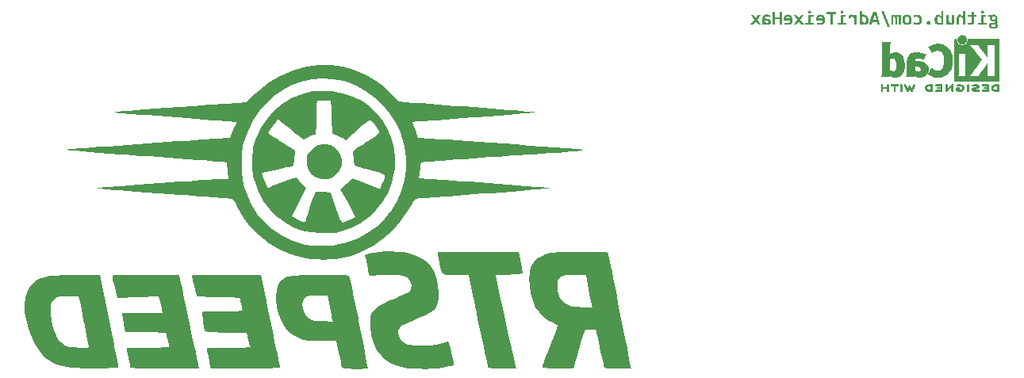
<source format=gbr>
%TF.GenerationSoftware,KiCad,Pcbnew,9.0.2*%
%TF.CreationDate,2025-05-19T15:54:50+02:00*%
%TF.ProjectId,ESC-TFG-KiCad,4553432d-5446-4472-9d4b-694361642e6b,v1.0*%
%TF.SameCoordinates,Original*%
%TF.FileFunction,Legend,Bot*%
%TF.FilePolarity,Positive*%
%FSLAX46Y46*%
G04 Gerber Fmt 4.6, Leading zero omitted, Abs format (unit mm)*
G04 Created by KiCad (PCBNEW 9.0.2) date 2025-05-19 15:54:50*
%MOMM*%
%LPD*%
G01*
G04 APERTURE LIST*
%ADD10C,0.300000*%
%ADD11C,0.000000*%
%ADD12C,0.010000*%
G04 APERTURE END LIST*
D10*
G36*
X219114857Y-73794207D02*
G01*
X219193466Y-73812097D01*
X219265346Y-73842252D01*
X219325174Y-73882805D01*
X219374286Y-73934558D01*
X219411728Y-73997569D01*
X219434856Y-74068926D01*
X219442960Y-74152724D01*
X219436170Y-74229595D01*
X219417864Y-74287455D01*
X219389100Y-74337829D01*
X219354758Y-74379137D01*
X219395791Y-74429329D01*
X219430138Y-74482635D01*
X219454226Y-74540429D01*
X219463385Y-74605550D01*
X219456887Y-74655115D01*
X219437282Y-74701813D01*
X219405649Y-74742299D01*
X219360986Y-74775543D01*
X219426566Y-74828575D01*
X219472727Y-74883071D01*
X219500388Y-74941598D01*
X219509547Y-75007910D01*
X219502559Y-75064846D01*
X219481887Y-75116354D01*
X219447644Y-75161381D01*
X219396341Y-75201442D01*
X219333271Y-75232062D01*
X219247780Y-75257038D01*
X219152559Y-75271535D01*
X219030984Y-75276913D01*
X218905186Y-75269555D01*
X218802464Y-75249252D01*
X218709791Y-75215594D01*
X218638058Y-75174148D01*
X218579537Y-75121643D01*
X218539140Y-75062315D01*
X218514555Y-74995921D01*
X218508737Y-74945903D01*
X218764545Y-74945903D01*
X218767862Y-74975509D01*
X218777918Y-75004338D01*
X218795074Y-75030224D01*
X218821973Y-75053706D01*
X218855601Y-75072167D01*
X218901382Y-75087961D01*
X218952866Y-75097483D01*
X219020726Y-75101058D01*
X219124669Y-75093038D01*
X219192459Y-75072848D01*
X219227252Y-75049650D01*
X219246732Y-75021030D01*
X219253367Y-74985195D01*
X219249795Y-74946819D01*
X219235507Y-74911007D01*
X219205740Y-74875286D01*
X219157013Y-74837001D01*
X218936737Y-74841123D01*
X218867585Y-74849641D01*
X218813272Y-74868783D01*
X218777368Y-74900016D01*
X218767901Y-74920300D01*
X218764545Y-74945903D01*
X218508737Y-74945903D01*
X218506350Y-74925386D01*
X218513100Y-74864603D01*
X218532545Y-74812455D01*
X218563901Y-74766915D01*
X218606826Y-74728191D01*
X218658515Y-74697913D01*
X218722047Y-74674519D01*
X218791479Y-74660008D01*
X218872165Y-74653453D01*
X219119094Y-74644202D01*
X219168828Y-74635043D01*
X219206747Y-74614252D01*
X219230835Y-74585217D01*
X219238987Y-74552702D01*
X219235848Y-74527383D01*
X219226714Y-74505441D01*
X219197038Y-74467248D01*
X219170316Y-74479833D01*
X219127429Y-74492435D01*
X219080093Y-74500380D01*
X219026954Y-74503152D01*
X218937154Y-74497194D01*
X218858335Y-74480162D01*
X218786400Y-74451090D01*
X218727176Y-74412019D01*
X218678622Y-74361702D01*
X218642088Y-74300277D01*
X218619754Y-74230242D01*
X218611949Y-74147504D01*
X218844504Y-74147504D01*
X218855770Y-74217937D01*
X218869934Y-74249679D01*
X218889567Y-74277105D01*
X218914701Y-74299773D01*
X218946445Y-74317863D01*
X218982693Y-74329136D01*
X219026862Y-74333159D01*
X219082988Y-74327257D01*
X219127389Y-74310856D01*
X219162692Y-74284707D01*
X219189141Y-74249652D01*
X219205505Y-74206715D01*
X219211327Y-74153640D01*
X219200061Y-74081192D01*
X219185858Y-74048437D01*
X219166264Y-74020467D01*
X219141087Y-73997359D01*
X219109386Y-73979159D01*
X219073138Y-73967886D01*
X219028969Y-73963863D01*
X218972845Y-73969768D01*
X218928478Y-73986170D01*
X218893231Y-74012315D01*
X218866916Y-74047464D01*
X218850433Y-74091653D01*
X218844504Y-74147504D01*
X218611949Y-74147504D01*
X218611863Y-74146588D01*
X218614816Y-74105057D01*
X218623678Y-74064339D01*
X218639459Y-74025359D01*
X218664162Y-73987311D01*
X218500214Y-73987311D01*
X218500214Y-73805594D01*
X218860899Y-73805594D01*
X218938294Y-73791947D01*
X219026954Y-73788009D01*
X219114857Y-73794207D01*
G37*
G36*
X217678916Y-73518914D02*
G01*
X217682043Y-73551979D01*
X217691281Y-73582661D01*
X217706070Y-73610696D01*
X217725628Y-73634685D01*
X217749428Y-73654382D01*
X217777377Y-73669673D01*
X217808044Y-73679232D01*
X217841857Y-73682496D01*
X217875747Y-73679244D01*
X217906887Y-73669673D01*
X217935237Y-73654359D01*
X217959185Y-73634685D01*
X217978690Y-73610706D01*
X217993532Y-73582661D01*
X218002700Y-73551983D01*
X218005805Y-73518914D01*
X218002698Y-73485765D01*
X217993532Y-73455075D01*
X217978712Y-73426948D01*
X217959185Y-73402593D01*
X217935194Y-73382502D01*
X217906887Y-73367148D01*
X217875743Y-73357507D01*
X217841857Y-73354233D01*
X217808048Y-73357519D01*
X217777377Y-73367148D01*
X217749471Y-73382479D01*
X217725628Y-73402593D01*
X217706048Y-73426958D01*
X217691281Y-73455075D01*
X217682045Y-73485770D01*
X217678916Y-73518914D01*
G37*
G36*
X217955521Y-73999034D02*
G01*
X218249620Y-73999034D01*
X218249620Y-73805594D01*
X217699433Y-73805594D01*
X217699433Y-74655559D01*
X217399197Y-74655559D01*
X217399197Y-74849000D01*
X218285524Y-74849000D01*
X218285524Y-74655559D01*
X217955521Y-74655559D01*
X217955521Y-73999034D01*
G37*
G36*
X216279680Y-74837276D02*
G01*
X216415967Y-74862830D01*
X216546118Y-74872447D01*
X216644810Y-74866636D01*
X216722889Y-74850831D01*
X216792019Y-74822893D01*
X216845896Y-74784977D01*
X216887725Y-74735346D01*
X216917611Y-74672320D01*
X216934442Y-74600215D01*
X216940601Y-74509288D01*
X216940601Y-73999034D01*
X217220320Y-73999034D01*
X217220320Y-73805594D01*
X216940601Y-73805594D01*
X216940601Y-73538331D01*
X216684421Y-73471470D01*
X216684421Y-73805594D01*
X216279680Y-73805594D01*
X216279680Y-73999034D01*
X216684421Y-73999034D01*
X216684421Y-74491703D01*
X216679199Y-74550165D01*
X216665097Y-74594244D01*
X216643479Y-74627258D01*
X216612850Y-74651228D01*
X216568664Y-74667118D01*
X216506093Y-74673145D01*
X216386292Y-74662520D01*
X216279680Y-74637974D01*
X216279680Y-74837276D01*
G37*
G36*
X215364044Y-74849000D02*
G01*
X215364044Y-74174981D01*
X215370542Y-74106746D01*
X215387396Y-74060401D01*
X215412391Y-74029858D01*
X215445963Y-74011495D01*
X215491081Y-74004896D01*
X215531667Y-74010240D01*
X215571795Y-74026678D01*
X215612530Y-74055821D01*
X215669303Y-74112771D01*
X215734988Y-74194307D01*
X215734988Y-74849000D01*
X215985031Y-74849000D01*
X215985031Y-73401128D01*
X215734988Y-73401128D01*
X215734988Y-73759157D01*
X215747261Y-73948476D01*
X215682781Y-73880516D01*
X215612072Y-73829957D01*
X215530098Y-73798725D01*
X215484734Y-73790799D01*
X215432737Y-73788009D01*
X215356086Y-73794885D01*
X215293427Y-73814112D01*
X215238594Y-73845703D01*
X215194051Y-73887660D01*
X215159474Y-73939224D01*
X215134059Y-74002148D01*
X215119300Y-74071457D01*
X215114092Y-74151900D01*
X215114092Y-74849000D01*
X215364044Y-74849000D01*
G37*
G36*
X214583779Y-73805594D02*
G01*
X214583779Y-74483551D01*
X214574845Y-74562018D01*
X214551997Y-74612053D01*
X214527844Y-74635765D01*
X214496531Y-74650325D01*
X214455735Y-74655559D01*
X214415852Y-74650181D01*
X214376069Y-74633556D01*
X214335293Y-74603902D01*
X214278495Y-74546199D01*
X214212836Y-74464042D01*
X214212836Y-73805594D01*
X213962792Y-73805594D01*
X213962792Y-74849000D01*
X214179039Y-74849000D01*
X214185175Y-74694943D01*
X214251762Y-74767850D01*
X214325035Y-74823720D01*
X214366006Y-74844116D01*
X214411130Y-74859624D01*
X214459188Y-74869117D01*
X214514079Y-74872447D01*
X214590729Y-74865565D01*
X214653938Y-74846252D01*
X214709125Y-74814348D01*
X214753864Y-74771788D01*
X214788389Y-74719581D01*
X214813765Y-74656292D01*
X214828522Y-74586700D01*
X214833731Y-74505899D01*
X214833731Y-73805594D01*
X214583779Y-73805594D01*
G37*
G36*
X213678402Y-74804120D02*
G01*
X213587780Y-74829670D01*
X213491464Y-74849641D01*
X213391433Y-74862200D01*
X213279797Y-74866585D01*
X213166942Y-74858072D01*
X213065658Y-74833429D01*
X212973422Y-74791025D01*
X212895115Y-74731305D01*
X212831575Y-74654738D01*
X212782366Y-74558198D01*
X212760615Y-74487575D01*
X212746780Y-74405760D01*
X212742423Y-74321435D01*
X213004200Y-74321435D01*
X213009037Y-74399019D01*
X213022701Y-74465508D01*
X213045667Y-74525961D01*
X213075458Y-74574226D01*
X213113489Y-74613810D01*
X213158439Y-74643011D01*
X213209182Y-74661081D01*
X213266517Y-74667283D01*
X213355177Y-74660230D01*
X213428358Y-74642004D01*
X213428358Y-74193024D01*
X213362681Y-74112021D01*
X213305901Y-74055454D01*
X213265191Y-74026529D01*
X213225090Y-74010205D01*
X213184543Y-74004896D01*
X213143311Y-74009464D01*
X213108247Y-74022573D01*
X213078088Y-74044840D01*
X213051827Y-74078719D01*
X213032159Y-74120525D01*
X213016473Y-74176813D01*
X213007545Y-74239604D01*
X213004200Y-74321435D01*
X212742423Y-74321435D01*
X212741883Y-74310994D01*
X212748607Y-74193846D01*
X212767529Y-74093923D01*
X212799711Y-74002714D01*
X212841809Y-73929517D01*
X212896483Y-73869130D01*
X212962160Y-73824828D01*
X213037636Y-73797524D01*
X213126108Y-73788009D01*
X213195287Y-73793246D01*
X213255056Y-73808164D01*
X213307000Y-73832064D01*
X213377117Y-73882927D01*
X213438616Y-73948934D01*
X213428358Y-73743678D01*
X213428358Y-73401128D01*
X213678402Y-73401128D01*
X213678402Y-74804120D01*
G37*
G36*
X212096807Y-74467981D02*
G01*
X212054978Y-74472056D01*
X212016940Y-74484009D01*
X211982314Y-74502920D01*
X211952918Y-74527332D01*
X211928781Y-74556929D01*
X211910328Y-74591812D01*
X211898836Y-74629959D01*
X211894940Y-74671221D01*
X211898824Y-74711544D01*
X211910328Y-74749165D01*
X211928744Y-74783601D01*
X211952918Y-74813187D01*
X211982308Y-74837527D01*
X212016940Y-74856418D01*
X212054978Y-74868371D01*
X212096807Y-74872447D01*
X212136678Y-74868400D01*
X212173652Y-74856418D01*
X212207354Y-74837566D01*
X212236209Y-74813187D01*
X212259873Y-74783647D01*
X212278158Y-74749165D01*
X212289662Y-74711544D01*
X212293545Y-74671221D01*
X212289649Y-74629959D01*
X212278158Y-74591812D01*
X212259836Y-74556883D01*
X212236209Y-74527332D01*
X212207347Y-74502880D01*
X212173652Y-74484009D01*
X212136678Y-74472027D01*
X212096807Y-74467981D01*
G37*
G36*
X210529501Y-74807967D02*
G01*
X210604457Y-74833932D01*
X210682183Y-74852205D01*
X210762129Y-74862927D01*
X210847139Y-74866585D01*
X210967207Y-74857780D01*
X211069522Y-74832879D01*
X211161338Y-74790479D01*
X211236584Y-74732770D01*
X211296535Y-74659367D01*
X211341547Y-74568273D01*
X211368334Y-74465508D01*
X211377909Y-74341493D01*
X211367721Y-74220784D01*
X211338525Y-74115721D01*
X211290509Y-74021211D01*
X211227333Y-73943072D01*
X211148941Y-73880146D01*
X211054684Y-73832705D01*
X210949887Y-73803911D01*
X210829736Y-73793870D01*
X210732252Y-73797065D01*
X210659102Y-73805502D01*
X210534630Y-73834903D01*
X210534630Y-74075238D01*
X210600238Y-74048164D01*
X210672475Y-74027611D01*
X210746026Y-74014829D01*
X210813342Y-74010758D01*
X210880600Y-74016838D01*
X210938363Y-74034205D01*
X210989690Y-74062412D01*
X211031603Y-74099327D01*
X211064647Y-74144792D01*
X211089489Y-74200535D01*
X211104308Y-74261966D01*
X211109456Y-74331235D01*
X211103847Y-74403106D01*
X211087932Y-74464592D01*
X211061581Y-74519727D01*
X211027024Y-74564792D01*
X210983833Y-74600944D01*
X210932227Y-74627807D01*
X210874727Y-74644053D01*
X210809220Y-74649697D01*
X210740069Y-74644935D01*
X210667345Y-74631196D01*
X210595630Y-74610588D01*
X210529501Y-74585217D01*
X210529501Y-74807967D01*
G37*
G36*
X209889457Y-73798226D02*
G01*
X209988930Y-73827393D01*
X210077449Y-73875144D01*
X210150314Y-73938310D01*
X210208080Y-74016241D01*
X210251705Y-74111050D01*
X210277902Y-74215795D01*
X210287059Y-74335815D01*
X210278100Y-74464913D01*
X210253262Y-74570471D01*
X210211176Y-74664155D01*
X210155901Y-74738083D01*
X210085938Y-74796356D01*
X210001204Y-74838741D01*
X209906105Y-74863647D01*
X209794208Y-74872447D01*
X209676712Y-74862069D01*
X209577045Y-74832605D01*
X209488599Y-74784209D01*
X209416120Y-74720222D01*
X209358811Y-74641331D01*
X209315736Y-74545925D01*
X209289849Y-74440767D01*
X209281304Y-74327663D01*
X209541142Y-74327663D01*
X209544839Y-74395533D01*
X209555521Y-74456990D01*
X209573848Y-74514150D01*
X209598569Y-74561404D01*
X209631630Y-74600851D01*
X209673399Y-74630646D01*
X209722371Y-74649053D01*
X209781935Y-74655559D01*
X209853833Y-74646051D01*
X209912551Y-74618889D01*
X209961270Y-74573585D01*
X209995572Y-74515207D01*
X210018337Y-74435981D01*
X210026849Y-74329678D01*
X210023304Y-74263767D01*
X210013019Y-74203466D01*
X209994876Y-74147268D01*
X209969513Y-74100151D01*
X209935604Y-74060477D01*
X209893676Y-74030359D01*
X209844201Y-74011619D01*
X209781935Y-74004896D01*
X209706698Y-74014563D01*
X209648112Y-74041611D01*
X209602141Y-74085863D01*
X209570388Y-74143224D01*
X209549129Y-74221721D01*
X209541142Y-74327663D01*
X209281304Y-74327663D01*
X209280840Y-74321527D01*
X209289649Y-74195295D01*
X209314179Y-74091083D01*
X209355759Y-73998197D01*
X209410991Y-73924021D01*
X209480925Y-73865144D01*
X209565688Y-73822264D01*
X209660936Y-73796967D01*
X209773691Y-73788009D01*
X209889457Y-73798226D01*
G37*
G36*
X208330399Y-74849000D02*
G01*
X208330399Y-74142466D01*
X208332506Y-74074597D01*
X208340658Y-74026145D01*
X208358609Y-73997019D01*
X208371908Y-73989930D01*
X208390849Y-73987311D01*
X208420195Y-73996583D01*
X208453406Y-74030175D01*
X208482974Y-74081404D01*
X208523107Y-74176172D01*
X208523107Y-74849000D01*
X208737247Y-74849000D01*
X208737247Y-74142466D01*
X208739353Y-74074597D01*
X208747505Y-74026145D01*
X208765915Y-73997019D01*
X208779677Y-73989911D01*
X208798704Y-73987311D01*
X208824010Y-73996040D01*
X208858147Y-74030175D01*
X208889393Y-74081519D01*
X208930870Y-74176172D01*
X208930870Y-74849000D01*
X209147117Y-74849000D01*
X209147117Y-73805594D01*
X208961645Y-73805594D01*
X208957523Y-73957544D01*
X208912461Y-73879874D01*
X208864284Y-73826843D01*
X208837510Y-73808912D01*
X208809512Y-73797076D01*
X208743383Y-73788009D01*
X208687027Y-73793619D01*
X208643796Y-73808966D01*
X208610668Y-73832980D01*
X208585372Y-73865516D01*
X208567958Y-73906341D01*
X208558919Y-73957544D01*
X208510284Y-73879874D01*
X208460092Y-73826843D01*
X208432696Y-73808950D01*
X208403672Y-73797076D01*
X208336628Y-73788009D01*
X208264951Y-73797537D01*
X208210338Y-73824046D01*
X208168558Y-73867418D01*
X208140393Y-73923143D01*
X208121399Y-73999482D01*
X208114244Y-74102441D01*
X208114244Y-74849000D01*
X208330399Y-74849000D01*
G37*
G36*
X207737622Y-75071749D02*
G01*
X207980430Y-75071749D01*
X207265287Y-73401128D01*
X207021380Y-73401128D01*
X207737622Y-75071749D01*
G37*
G36*
X206896816Y-74849000D02*
G01*
X206646772Y-74849000D01*
X206571027Y-74585217D01*
X206103729Y-74585217D01*
X206029998Y-74849000D01*
X205751286Y-74849000D01*
X205890408Y-74380053D01*
X206160057Y-74380053D01*
X206510576Y-74380053D01*
X206334264Y-73753570D01*
X206160057Y-74380053D01*
X205890408Y-74380053D01*
X206147784Y-73512503D01*
X206500318Y-73512503D01*
X206896816Y-74849000D01*
G37*
G36*
X204984211Y-73806418D02*
G01*
X205054462Y-73793138D01*
X205132772Y-73788009D01*
X205245700Y-73796569D01*
X205347003Y-73821348D01*
X205439135Y-73863920D01*
X205517088Y-73923930D01*
X205580140Y-74000845D01*
X205629287Y-74098411D01*
X205651049Y-74169633D01*
X205664879Y-74251977D01*
X205669770Y-74347172D01*
X205663095Y-74463957D01*
X205644216Y-74564701D01*
X205611957Y-74656771D01*
X205569936Y-74730389D01*
X205515187Y-74790988D01*
X205449494Y-74835536D01*
X205373934Y-74862912D01*
X205285454Y-74872447D01*
X205231587Y-74869113D01*
X205184613Y-74859624D01*
X205140285Y-74844249D01*
X205099066Y-74823812D01*
X205024237Y-74768033D01*
X204956551Y-74695310D01*
X204950414Y-74849000D01*
X204734259Y-74849000D01*
X204734259Y-74012773D01*
X204984211Y-74012773D01*
X204984211Y-74465050D01*
X205049870Y-74547546D01*
X205106211Y-74604635D01*
X205146598Y-74633758D01*
X205186542Y-74650204D01*
X205227111Y-74655559D01*
X205268416Y-74650984D01*
X205303956Y-74637790D01*
X205334482Y-74615295D01*
X205360834Y-74581187D01*
X205380378Y-74539022D01*
X205395730Y-74481903D01*
X205404265Y-74418173D01*
X205407454Y-74335723D01*
X205402637Y-74257512D01*
X205389044Y-74190551D01*
X205366018Y-74129648D01*
X205336287Y-74081100D01*
X205298256Y-74041136D01*
X205253764Y-74011766D01*
X205203272Y-73993595D01*
X205145137Y-73987311D01*
X205057484Y-73994455D01*
X204984211Y-74012773D01*
X204734259Y-74012773D01*
X204734259Y-73401128D01*
X204984211Y-73401128D01*
X204984211Y-73806418D01*
G37*
G36*
X203781712Y-74210060D02*
G01*
X203782256Y-74155640D01*
X203787391Y-74113981D01*
X203797759Y-74076667D01*
X203811937Y-74048585D01*
X203831113Y-74026028D01*
X203853520Y-74010941D01*
X203879328Y-74002123D01*
X203909756Y-73999034D01*
X203963883Y-74009466D01*
X204024062Y-74044097D01*
X204081440Y-74098660D01*
X204153663Y-74192475D01*
X204153663Y-74849000D01*
X204409844Y-74849000D01*
X204409844Y-73805594D01*
X204183431Y-73805594D01*
X204174180Y-73963863D01*
X204116294Y-73891506D01*
X204044578Y-73836094D01*
X204003366Y-73815733D01*
X203956926Y-73800465D01*
X203907399Y-73791235D01*
X203851413Y-73788009D01*
X203775481Y-73795007D01*
X203711553Y-73814845D01*
X203655469Y-73848109D01*
X203609063Y-73894346D01*
X203573740Y-73951972D01*
X203547605Y-74026420D01*
X203533658Y-74109150D01*
X203530661Y-74210060D01*
X203781712Y-74210060D01*
G37*
G36*
X202685825Y-73518914D02*
G01*
X202688952Y-73551979D01*
X202698190Y-73582661D01*
X202712979Y-73610696D01*
X202732536Y-73634685D01*
X202756337Y-73654382D01*
X202784285Y-73669673D01*
X202814953Y-73679232D01*
X202848766Y-73682496D01*
X202882656Y-73679244D01*
X202913795Y-73669673D01*
X202942146Y-73654359D01*
X202966094Y-73634685D01*
X202985599Y-73610706D01*
X203000440Y-73582661D01*
X203009609Y-73551983D01*
X203012714Y-73518914D01*
X203009607Y-73485765D01*
X203000440Y-73455075D01*
X202985621Y-73426948D01*
X202966094Y-73402593D01*
X202942103Y-73382502D01*
X202913795Y-73367148D01*
X202882652Y-73357507D01*
X202848766Y-73354233D01*
X202814957Y-73357519D01*
X202784285Y-73367148D01*
X202756380Y-73382479D01*
X202732536Y-73402593D01*
X202712957Y-73426958D01*
X202698190Y-73455075D01*
X202688954Y-73485770D01*
X202685825Y-73518914D01*
G37*
G36*
X202962430Y-73999034D02*
G01*
X203256529Y-73999034D01*
X203256529Y-73805594D01*
X202706341Y-73805594D01*
X202706341Y-74655559D01*
X202406106Y-74655559D01*
X202406106Y-74849000D01*
X203292433Y-74849000D01*
X203292433Y-74655559D01*
X202962430Y-74655559D01*
X202962430Y-73999034D01*
G37*
G36*
X201581695Y-73723528D02*
G01*
X201581695Y-74849000D01*
X201839890Y-74849000D01*
X201839890Y-73723528D01*
X202206712Y-73723528D01*
X202206712Y-73512503D01*
X201214872Y-73512503D01*
X201214872Y-73723528D01*
X201581695Y-73723528D01*
G37*
G36*
X200647981Y-73798404D02*
G01*
X200742446Y-73828400D01*
X200826500Y-73877334D01*
X200896685Y-73942889D01*
X200952314Y-74023145D01*
X200995054Y-74120759D01*
X201020834Y-74228091D01*
X201029859Y-74351202D01*
X201020676Y-74474365D01*
X200995054Y-74576058D01*
X200951844Y-74666399D01*
X200894578Y-74739090D01*
X200822561Y-74796475D01*
X200734752Y-74838741D01*
X200636646Y-74863652D01*
X200521620Y-74872447D01*
X200424258Y-74868692D01*
X200324882Y-74857609D01*
X200228528Y-74840848D01*
X200141425Y-74819690D01*
X200141425Y-74620388D01*
X200234237Y-74644773D01*
X200321310Y-74660780D01*
X200406694Y-74670167D01*
X200483701Y-74673145D01*
X200547385Y-74668354D01*
X200603044Y-74654643D01*
X200653461Y-74631649D01*
X200695276Y-74600788D01*
X200729042Y-74561524D01*
X200754719Y-74512952D01*
X200770184Y-74457976D01*
X200775693Y-74391777D01*
X200091233Y-74391777D01*
X200086654Y-74315298D01*
X200085097Y-74248986D01*
X200088133Y-74210060D01*
X200339170Y-74210060D01*
X200771663Y-74210060D01*
X200757752Y-74138011D01*
X200733562Y-74081321D01*
X200699947Y-74036953D01*
X200656349Y-74003128D01*
X200605476Y-73982702D01*
X200545159Y-73975587D01*
X200503160Y-73979155D01*
X200464742Y-73989601D01*
X200429655Y-74007252D01*
X200399162Y-74032465D01*
X200374347Y-74064555D01*
X200354558Y-74105830D01*
X200342751Y-74152474D01*
X200339170Y-74210060D01*
X200088133Y-74210060D01*
X200092756Y-74150782D01*
X200114864Y-74063423D01*
X200151836Y-73983985D01*
X200201967Y-73917518D01*
X200265460Y-73863614D01*
X200344391Y-73822172D01*
X200433476Y-73796960D01*
X200540029Y-73788009D01*
X200647981Y-73798404D01*
G37*
G36*
X199225881Y-73518914D02*
G01*
X199229008Y-73551979D01*
X199238246Y-73582661D01*
X199253035Y-73610696D01*
X199272592Y-73634685D01*
X199296393Y-73654382D01*
X199324341Y-73669673D01*
X199355008Y-73679232D01*
X199388821Y-73682496D01*
X199422712Y-73679244D01*
X199453851Y-73669673D01*
X199482202Y-73654359D01*
X199506150Y-73634685D01*
X199525655Y-73610706D01*
X199540496Y-73582661D01*
X199549665Y-73551983D01*
X199552769Y-73518914D01*
X199549663Y-73485765D01*
X199540496Y-73455075D01*
X199525677Y-73426948D01*
X199506150Y-73402593D01*
X199482159Y-73382502D01*
X199453851Y-73367148D01*
X199422708Y-73357507D01*
X199388821Y-73354233D01*
X199355013Y-73357519D01*
X199324341Y-73367148D01*
X199296435Y-73382479D01*
X199272592Y-73402593D01*
X199253013Y-73426958D01*
X199238246Y-73455075D01*
X199229010Y-73485770D01*
X199225881Y-73518914D01*
G37*
G36*
X199502486Y-73999034D02*
G01*
X199796585Y-73999034D01*
X199796585Y-73805594D01*
X199246397Y-73805594D01*
X199246397Y-74655559D01*
X198946162Y-74655559D01*
X198946162Y-74849000D01*
X199832488Y-74849000D01*
X199832488Y-74655559D01*
X199502486Y-74655559D01*
X199502486Y-73999034D01*
G37*
G36*
X198015139Y-74849000D02*
G01*
X198252909Y-74494817D01*
X198491595Y-74849000D01*
X198793937Y-74849000D01*
X198403485Y-74323175D01*
X198773421Y-73805594D01*
X198469064Y-73805594D01*
X198235507Y-74150068D01*
X198004880Y-73805594D01*
X197724154Y-73805594D01*
X198082824Y-74321160D01*
X197704645Y-74849000D01*
X198015139Y-74849000D01*
G37*
G36*
X197188037Y-73798404D02*
G01*
X197282502Y-73828400D01*
X197366555Y-73877334D01*
X197436741Y-73942889D01*
X197492370Y-74023145D01*
X197535110Y-74120759D01*
X197560890Y-74228091D01*
X197569914Y-74351202D01*
X197560731Y-74474365D01*
X197535110Y-74576058D01*
X197491900Y-74666399D01*
X197434634Y-74739090D01*
X197362617Y-74796475D01*
X197274808Y-74838741D01*
X197176702Y-74863652D01*
X197061675Y-74872447D01*
X196964314Y-74868692D01*
X196864938Y-74857609D01*
X196768584Y-74840848D01*
X196681481Y-74819690D01*
X196681481Y-74620388D01*
X196774293Y-74644773D01*
X196861366Y-74660780D01*
X196946750Y-74670167D01*
X197023757Y-74673145D01*
X197087441Y-74668354D01*
X197143100Y-74654643D01*
X197193517Y-74631649D01*
X197235332Y-74600788D01*
X197269097Y-74561524D01*
X197294775Y-74512952D01*
X197310240Y-74457976D01*
X197315749Y-74391777D01*
X196631289Y-74391777D01*
X196626710Y-74315298D01*
X196625152Y-74248986D01*
X196628188Y-74210060D01*
X196879226Y-74210060D01*
X197311719Y-74210060D01*
X197297808Y-74138011D01*
X197273618Y-74081321D01*
X197240003Y-74036953D01*
X197196405Y-74003128D01*
X197145532Y-73982702D01*
X197085214Y-73975587D01*
X197043216Y-73979155D01*
X197004797Y-73989601D01*
X196969711Y-74007252D01*
X196939218Y-74032465D01*
X196914403Y-74064555D01*
X196894613Y-74105830D01*
X196882807Y-74152474D01*
X196879226Y-74210060D01*
X196628188Y-74210060D01*
X196632812Y-74150782D01*
X196654920Y-74063423D01*
X196691892Y-73983985D01*
X196742023Y-73917518D01*
X196805516Y-73863614D01*
X196884447Y-73822172D01*
X196973532Y-73796960D01*
X197080085Y-73788009D01*
X197188037Y-73798404D01*
G37*
G36*
X195716752Y-74849000D02*
G01*
X195716752Y-74268678D01*
X196171685Y-74268678D01*
X196171685Y-74849000D01*
X196423744Y-74849000D01*
X196423744Y-73512503D01*
X196171685Y-73512503D01*
X196171685Y-74051791D01*
X195716752Y-74051791D01*
X195716752Y-73512503D01*
X195464694Y-73512503D01*
X195464694Y-74849000D01*
X195716752Y-74849000D01*
G37*
G36*
X194903383Y-73793066D02*
G01*
X195002525Y-73807975D01*
X195097004Y-73831258D01*
X195175174Y-73858351D01*
X195175174Y-74057653D01*
X195089726Y-74023063D01*
X195001518Y-73997203D01*
X194911208Y-73980991D01*
X194819618Y-73975587D01*
X194763651Y-73979006D01*
X194721249Y-73988135D01*
X194684093Y-74003673D01*
X194656128Y-74023489D01*
X194634539Y-74048716D01*
X194619766Y-74079085D01*
X194611429Y-74113100D01*
X194608500Y-74152449D01*
X194608500Y-74215922D01*
X194744788Y-74215922D01*
X194869494Y-74222738D01*
X194969736Y-74241384D01*
X195060047Y-74272659D01*
X195129654Y-74311452D01*
X195186170Y-74361253D01*
X195224908Y-74418155D01*
X195248232Y-74482520D01*
X195256141Y-74553344D01*
X195250730Y-74622496D01*
X195235166Y-74683494D01*
X195208873Y-74738502D01*
X195173159Y-74784061D01*
X195127912Y-74820745D01*
X195071676Y-74849091D01*
X195008229Y-74866294D01*
X194931359Y-74872447D01*
X194872213Y-74869401D01*
X194820167Y-74860723D01*
X194770888Y-74846432D01*
X194726378Y-74827659D01*
X194647518Y-74777192D01*
X194578825Y-74713536D01*
X194572688Y-74849000D01*
X194358457Y-74849000D01*
X194358457Y-74528889D01*
X194608500Y-74528889D01*
X194676245Y-74592965D01*
X194732515Y-74635867D01*
X194789615Y-74664426D01*
X194841142Y-74673145D01*
X194906578Y-74664302D01*
X194952883Y-74640355D01*
X194975204Y-74615856D01*
X194988918Y-74584792D01*
X194993824Y-74545100D01*
X194990597Y-74514595D01*
X194981001Y-74486116D01*
X194964795Y-74460408D01*
X194940518Y-74437206D01*
X194910002Y-74418830D01*
X194868802Y-74403867D01*
X194822213Y-74395069D01*
X194761183Y-74391777D01*
X194608500Y-74391777D01*
X194608500Y-74528889D01*
X194358457Y-74528889D01*
X194358457Y-74139627D01*
X194365230Y-74055084D01*
X194384102Y-73985845D01*
X194416815Y-73925279D01*
X194463512Y-73875936D01*
X194522764Y-73838360D01*
X194600349Y-73809990D01*
X194687615Y-73793947D01*
X194799101Y-73788009D01*
X194903383Y-73793066D01*
G37*
G36*
X193401880Y-74849000D02*
G01*
X193639650Y-74494817D01*
X193878336Y-74849000D01*
X194180678Y-74849000D01*
X193790226Y-74323175D01*
X194160162Y-73805594D01*
X193855805Y-73805594D01*
X193622248Y-74150068D01*
X193391621Y-73805594D01*
X193110895Y-73805594D01*
X193469565Y-74321160D01*
X193091386Y-74849000D01*
X193401880Y-74849000D01*
G37*
D11*
%TO.C,G\u002A\u002A\u002A*%
G36*
X148253468Y-87755819D02*
G01*
X148695596Y-87999302D01*
X149062289Y-88342919D01*
X149330089Y-88762800D01*
X149475537Y-89235073D01*
X149475174Y-89735866D01*
X149438007Y-89921771D01*
X149233351Y-90450815D01*
X148907408Y-90872322D01*
X148472940Y-91172938D01*
X147942708Y-91339312D01*
X147872605Y-91349398D01*
X147330911Y-91341942D01*
X146791425Y-91202332D01*
X146321542Y-90946882D01*
X146118753Y-90755456D01*
X145874704Y-90361089D01*
X145732308Y-89893444D01*
X145697501Y-89394826D01*
X145776224Y-88907538D01*
X145974413Y-88473882D01*
X146042089Y-88379611D01*
X146416330Y-88021951D01*
X146888675Y-87765573D01*
X147412921Y-87637345D01*
X147759365Y-87636342D01*
X148253468Y-87755819D01*
G37*
G36*
X168564339Y-100300347D02*
G01*
X168773109Y-101475302D01*
X168221575Y-101527412D01*
X168070091Y-101539456D01*
X167678759Y-101560148D01*
X167224146Y-101574560D01*
X166776663Y-101580124D01*
X165883285Y-101580726D01*
X166409462Y-104141893D01*
X166542809Y-104786495D01*
X166707339Y-105568500D01*
X166877442Y-106361057D01*
X167058796Y-107189845D01*
X167257079Y-108080543D01*
X167477972Y-109058831D01*
X167727152Y-110150388D01*
X168010299Y-111380893D01*
X168054268Y-111571393D01*
X166576693Y-111571393D01*
X166297688Y-111571109D01*
X165834432Y-111567875D01*
X165505290Y-111559157D01*
X165286525Y-111542645D01*
X165154402Y-111516026D01*
X165085186Y-111476990D01*
X165055139Y-111423226D01*
X165050544Y-111407064D01*
X165003648Y-111215606D01*
X164928311Y-110882440D01*
X164828902Y-110428476D01*
X164709790Y-109874628D01*
X164575343Y-109241806D01*
X164429930Y-108550921D01*
X164277921Y-107822886D01*
X164123684Y-107078612D01*
X163971588Y-106339011D01*
X163826002Y-105624993D01*
X163691295Y-104957471D01*
X163571836Y-104357356D01*
X163471993Y-103845559D01*
X163036506Y-101580726D01*
X161829024Y-101580726D01*
X161557210Y-101581359D01*
X161049899Y-101582245D01*
X160676673Y-101569960D01*
X160413208Y-101529256D01*
X160235182Y-101444882D01*
X160118271Y-101301589D01*
X160038151Y-101084130D01*
X159970499Y-100777253D01*
X159890991Y-100365712D01*
X159871391Y-100267202D01*
X159792067Y-99863052D01*
X159727780Y-99526827D01*
X159684695Y-99291213D01*
X159668979Y-99188893D01*
X159677665Y-99184870D01*
X159810837Y-99172820D01*
X160092421Y-99161625D01*
X160506591Y-99151518D01*
X161037521Y-99142730D01*
X161669383Y-99135492D01*
X162386353Y-99130035D01*
X163172602Y-99126592D01*
X164012305Y-99125393D01*
X168355568Y-99125393D01*
X168564339Y-100300347D01*
G37*
G36*
X132316109Y-102533226D02*
G01*
X132344954Y-102677508D01*
X132420761Y-103048287D01*
X132524521Y-103549113D01*
X132651487Y-104157330D01*
X132796911Y-104850287D01*
X132956045Y-105605330D01*
X133124143Y-106399805D01*
X133296456Y-107211059D01*
X133416726Y-107776725D01*
X133576567Y-108530325D01*
X133724334Y-109229067D01*
X133856147Y-109854493D01*
X133968128Y-110388145D01*
X134056395Y-110811568D01*
X134117070Y-111106302D01*
X134146272Y-111253893D01*
X134203220Y-111571393D01*
X130553131Y-111571393D01*
X130064791Y-111571117D01*
X129329542Y-111569608D01*
X128660044Y-111566912D01*
X128073559Y-111563174D01*
X127587353Y-111558539D01*
X127218689Y-111553152D01*
X126984831Y-111547158D01*
X126903041Y-111540702D01*
X126902875Y-111538661D01*
X126883919Y-111434098D01*
X126838049Y-111199511D01*
X126771717Y-110867514D01*
X126691375Y-110470726D01*
X126682946Y-110429317D01*
X126603708Y-110037508D01*
X126539121Y-109713733D01*
X126495637Y-109490608D01*
X126479708Y-109400749D01*
X126479826Y-109400436D01*
X126566766Y-109392374D01*
X126800408Y-109385122D01*
X127158938Y-109378971D01*
X127620541Y-109374215D01*
X128163403Y-109371147D01*
X128765708Y-109370059D01*
X128789468Y-109370056D01*
X129389762Y-109367638D01*
X129929658Y-109361147D01*
X130387370Y-109351188D01*
X130741111Y-109338366D01*
X130969094Y-109323288D01*
X131049534Y-109306559D01*
X131034459Y-109203310D01*
X130988650Y-108979234D01*
X130923078Y-108688770D01*
X130848872Y-108378292D01*
X130777161Y-108094177D01*
X130719074Y-107882799D01*
X130685738Y-107790534D01*
X130619241Y-107780378D01*
X130403035Y-107768318D01*
X130059886Y-107756983D01*
X129612930Y-107746980D01*
X129085303Y-107738913D01*
X128500142Y-107733387D01*
X126357364Y-107719059D01*
X126210771Y-106914726D01*
X126176548Y-106727186D01*
X126109775Y-106362597D01*
X126054478Y-106062343D01*
X126020060Y-105877559D01*
X125975941Y-105644726D01*
X128139552Y-105644726D01*
X130303163Y-105644726D01*
X130246507Y-105369559D01*
X130203615Y-105166459D01*
X130135788Y-104852389D01*
X130061195Y-104512056D01*
X129932539Y-103929720D01*
X127712868Y-103991201D01*
X125493197Y-104052681D01*
X125223953Y-102964870D01*
X125206336Y-102893375D01*
X125108024Y-102481749D01*
X125028196Y-102126537D01*
X124974657Y-101863623D01*
X124955208Y-101728893D01*
X124957407Y-101708775D01*
X124978819Y-101676131D01*
X125035375Y-101649538D01*
X125141983Y-101628381D01*
X125313555Y-101612042D01*
X125565000Y-101599907D01*
X125911228Y-101591359D01*
X126367149Y-101585783D01*
X126947673Y-101582563D01*
X127667709Y-101581082D01*
X128542168Y-101580726D01*
X132128629Y-101580726D01*
X132316109Y-102533226D01*
G37*
G36*
X125264532Y-109681054D02*
G01*
X125387206Y-110290158D01*
X125487937Y-110792082D01*
X125563769Y-111172138D01*
X125611743Y-111415637D01*
X125628902Y-111507893D01*
X125622409Y-111512600D01*
X125497865Y-111528232D01*
X125230865Y-111542104D01*
X124842321Y-111553694D01*
X124353145Y-111562482D01*
X123784248Y-111567944D01*
X123156541Y-111569560D01*
X122693952Y-111568185D01*
X121869701Y-111558035D01*
X121180991Y-111535572D01*
X120605304Y-111497846D01*
X120120121Y-111441906D01*
X119702925Y-111364803D01*
X119331197Y-111263585D01*
X118982418Y-111135303D01*
X118634072Y-110977005D01*
X118407893Y-110856511D01*
X117750669Y-110380753D01*
X117170143Y-109757456D01*
X116669036Y-108990559D01*
X116250069Y-108084003D01*
X115915962Y-107041726D01*
X115759335Y-106385900D01*
X115613546Y-105516853D01*
X115602158Y-105304838D01*
X118351708Y-105304838D01*
X118351716Y-105316948D01*
X118371662Y-105854914D01*
X118437124Y-106363620D01*
X118558743Y-106903018D01*
X118747157Y-107533057D01*
X118884064Y-107906894D01*
X119161815Y-108438053D01*
X119501741Y-108834079D01*
X119917614Y-109113570D01*
X119954001Y-109131387D01*
X120151833Y-109215961D01*
X120358517Y-109274351D01*
X120614173Y-109312997D01*
X120958920Y-109338340D01*
X121432880Y-109356822D01*
X121716403Y-109365087D01*
X122076267Y-109371363D01*
X122306847Y-109365774D01*
X122433203Y-109345814D01*
X122480393Y-109308978D01*
X122473479Y-109252759D01*
X122473122Y-109251793D01*
X122445027Y-109137915D01*
X122389482Y-108883862D01*
X122311594Y-108514863D01*
X122216469Y-108056149D01*
X122109212Y-107532948D01*
X121994931Y-106970491D01*
X121878731Y-106394007D01*
X121765719Y-105828727D01*
X121661000Y-105299878D01*
X121569681Y-104832692D01*
X121496868Y-104452398D01*
X121447667Y-104184226D01*
X121392035Y-103866726D01*
X120502030Y-103866726D01*
X120447107Y-103866810D01*
X119862330Y-103882819D01*
X119414253Y-103931500D01*
X119074417Y-104020036D01*
X118814365Y-104155611D01*
X118605638Y-104345407D01*
X118540882Y-104421096D01*
X118437506Y-104569878D01*
X118380680Y-104732149D01*
X118356661Y-104959829D01*
X118351708Y-105304838D01*
X115602158Y-105304838D01*
X115572735Y-104757065D01*
X115638911Y-104090891D01*
X115814084Y-103502688D01*
X116100261Y-102976811D01*
X116499452Y-102497617D01*
X116638255Y-102368954D01*
X116941248Y-102154326D01*
X117306241Y-101978794D01*
X117748389Y-101839709D01*
X118282846Y-101734426D01*
X118924767Y-101660295D01*
X119689306Y-101614671D01*
X120591616Y-101594904D01*
X121646852Y-101598348D01*
X123629663Y-101623059D01*
X124627213Y-106533726D01*
X124794436Y-107357530D01*
X124965189Y-108200052D01*
X125122874Y-108979456D01*
X125189407Y-109308978D01*
X125264532Y-109681054D01*
G37*
G36*
X151356534Y-106982523D02*
G01*
X151509997Y-107746501D01*
X151658253Y-108490041D01*
X151797650Y-109194973D01*
X151924539Y-109843126D01*
X152035269Y-110416332D01*
X152126190Y-110896418D01*
X152193651Y-111265215D01*
X152234001Y-111504553D01*
X152243591Y-111596261D01*
X152231823Y-111603942D01*
X152094716Y-111626084D01*
X151835778Y-111641755D01*
X151491683Y-111650926D01*
X151099106Y-111653567D01*
X150694720Y-111649649D01*
X150315199Y-111639143D01*
X149997217Y-111622018D01*
X149777448Y-111598245D01*
X149755270Y-111594174D01*
X149561758Y-111532474D01*
X149466272Y-111454868D01*
X149451967Y-111395086D01*
X149407471Y-111187515D01*
X149340556Y-110864223D01*
X149257405Y-110455193D01*
X149164204Y-109990408D01*
X148891386Y-108621090D01*
X147316381Y-108635741D01*
X146899383Y-108638894D01*
X146432691Y-108638279D01*
X146080615Y-108629293D01*
X145811135Y-108609240D01*
X145592235Y-108575425D01*
X145391897Y-108525153D01*
X145178103Y-108455728D01*
X144944281Y-108368169D01*
X144291495Y-108032211D01*
X143745297Y-107590750D01*
X143294433Y-107030727D01*
X142927653Y-106339082D01*
X142633703Y-105502757D01*
X142616859Y-105442846D01*
X142515052Y-104994356D01*
X142488677Y-104762613D01*
X145222074Y-104762613D01*
X145307913Y-105241414D01*
X145467455Y-105651315D01*
X145765666Y-106084544D01*
X146153627Y-106383294D01*
X146274959Y-106432730D01*
X146541327Y-106491151D01*
X146928305Y-106532466D01*
X147460088Y-106559948D01*
X148501469Y-106596782D01*
X148447910Y-106383386D01*
X148441056Y-106354631D01*
X148398234Y-106156187D01*
X148333128Y-105838952D01*
X148253309Y-105440197D01*
X148166346Y-104997192D01*
X147938340Y-103824393D01*
X146867039Y-103824393D01*
X146681442Y-103824703D01*
X146280381Y-103830127D01*
X146001679Y-103845908D01*
X145811053Y-103876692D01*
X145674218Y-103927121D01*
X145556890Y-104001839D01*
X145461581Y-104083134D01*
X145272833Y-104378830D01*
X145222074Y-104762613D01*
X142488677Y-104762613D01*
X142463081Y-104537712D01*
X142451380Y-103993726D01*
X142453094Y-103880895D01*
X142495809Y-103295947D01*
X142601721Y-102834855D01*
X142781218Y-102465438D01*
X143044685Y-102155515D01*
X143109077Y-102096571D01*
X143258119Y-101978315D01*
X143422841Y-101882985D01*
X143622449Y-101807676D01*
X143876151Y-101749485D01*
X144203152Y-101705507D01*
X144622660Y-101672838D01*
X145153881Y-101648574D01*
X145816022Y-101629810D01*
X146628289Y-101613643D01*
X146817215Y-101610502D01*
X147483816Y-101602668D01*
X148112327Y-101600060D01*
X148676510Y-101602473D01*
X149150127Y-101609701D01*
X149506939Y-101621540D01*
X149720708Y-101637786D01*
X150228708Y-101707726D01*
X150377458Y-102307497D01*
X150379407Y-102315381D01*
X150443115Y-102588729D01*
X150530819Y-102987002D01*
X150638869Y-103492030D01*
X150763613Y-104085641D01*
X150901403Y-104749667D01*
X151048586Y-105465936D01*
X151201513Y-106216278D01*
X151278494Y-106596782D01*
X151356534Y-106982523D01*
G37*
G36*
X141331075Y-104014893D02*
G01*
X141378247Y-104250864D01*
X141522060Y-104965746D01*
X141675410Y-105722216D01*
X141834375Y-106501408D01*
X141995035Y-107284451D01*
X142153467Y-108052478D01*
X142305751Y-108786620D01*
X142447964Y-109468007D01*
X142576186Y-110077772D01*
X142686495Y-110597044D01*
X142774969Y-111006957D01*
X142837687Y-111288640D01*
X142870728Y-111423226D01*
X142874795Y-111452490D01*
X142856421Y-111482924D01*
X142798690Y-111507687D01*
X142687163Y-111527362D01*
X142507397Y-111542529D01*
X142244949Y-111553769D01*
X141885378Y-111561662D01*
X141414243Y-111566791D01*
X140817100Y-111569734D01*
X140079509Y-111571075D01*
X139187027Y-111571393D01*
X135457601Y-111571393D01*
X135415015Y-111380893D01*
X135393567Y-111280134D01*
X135344307Y-111037374D01*
X135281171Y-110719030D01*
X135211978Y-110365379D01*
X135144548Y-110016698D01*
X135086702Y-109713263D01*
X135046260Y-109495353D01*
X135031041Y-109403243D01*
X135031772Y-109402410D01*
X135127491Y-109393808D01*
X135368917Y-109386080D01*
X135734434Y-109379533D01*
X136202426Y-109374475D01*
X136751278Y-109371215D01*
X137359375Y-109370059D01*
X137417876Y-109370048D01*
X138021372Y-109368570D01*
X138563612Y-109364844D01*
X139022981Y-109359202D01*
X139377864Y-109351979D01*
X139606645Y-109343507D01*
X139687708Y-109334121D01*
X139682562Y-109303177D01*
X139647930Y-109138717D01*
X139587853Y-108868101D01*
X139510790Y-108529787D01*
X139333871Y-107761393D01*
X137626956Y-107760791D01*
X137613826Y-107760784D01*
X137049785Y-107757792D01*
X136504889Y-107750066D01*
X136016683Y-107738490D01*
X135622714Y-107723951D01*
X135360529Y-107707333D01*
X134801016Y-107654478D01*
X134661924Y-106670769D01*
X134610479Y-106299329D01*
X134565013Y-105955051D01*
X134534234Y-105703148D01*
X134522937Y-105581226D01*
X134531057Y-105564178D01*
X134607050Y-105533913D01*
X134775573Y-105510839D01*
X135051981Y-105494202D01*
X135451625Y-105483251D01*
X135989861Y-105477232D01*
X136682041Y-105475393D01*
X136741694Y-105475389D01*
X137390134Y-105474533D01*
X137889921Y-105471259D01*
X138260182Y-105464253D01*
X138520046Y-105452199D01*
X138688639Y-105433784D01*
X138785088Y-105407693D01*
X138828522Y-105372612D01*
X138838067Y-105327226D01*
X138825069Y-105198337D01*
X138783287Y-104953312D01*
X138724026Y-104664711D01*
X138658943Y-104385129D01*
X138599696Y-104167162D01*
X138557943Y-104063405D01*
X138473093Y-104049877D01*
X138239909Y-104034131D01*
X137881620Y-104017806D01*
X137420970Y-104001795D01*
X136880704Y-103986988D01*
X136283568Y-103974276D01*
X135719336Y-103962158D01*
X135174459Y-103946818D01*
X134707613Y-103929863D01*
X134341620Y-103912248D01*
X134099302Y-103894929D01*
X134003481Y-103878861D01*
X134001796Y-103876796D01*
X133961490Y-103766003D01*
X133892736Y-103519448D01*
X133802393Y-103164796D01*
X133697320Y-102729710D01*
X133584376Y-102241854D01*
X133470420Y-101728893D01*
X133468767Y-101701437D01*
X133488582Y-101670578D01*
X133546833Y-101645459D01*
X133658062Y-101625494D01*
X133836815Y-101610095D01*
X134097635Y-101598675D01*
X134455067Y-101590648D01*
X134923655Y-101585427D01*
X135517944Y-101582424D01*
X136252476Y-101581052D01*
X137141797Y-101580726D01*
X140845366Y-101580726D01*
X141331075Y-104014893D01*
G37*
G36*
X155376575Y-99114635D02*
G01*
X155962971Y-99161409D01*
X156451708Y-99239041D01*
X156485645Y-99246602D01*
X157220531Y-99474078D01*
X157894401Y-99801495D01*
X158480692Y-100210471D01*
X158952844Y-100682620D01*
X159284295Y-101199560D01*
X159524038Y-101826522D01*
X159711478Y-102666175D01*
X159784856Y-103570393D01*
X159786132Y-103727127D01*
X159771577Y-104166545D01*
X159717212Y-104536546D01*
X159607985Y-104852657D01*
X159428845Y-105130407D01*
X159164741Y-105385323D01*
X158800623Y-105632934D01*
X158321440Y-105888767D01*
X157712140Y-106168352D01*
X156957672Y-106487215D01*
X156705012Y-106593986D01*
X156203333Y-106829018D01*
X155842336Y-107042059D01*
X155605249Y-107246264D01*
X155475298Y-107454786D01*
X155435708Y-107680781D01*
X155436407Y-107720695D01*
X155530153Y-108148600D01*
X155761313Y-108532701D01*
X156100682Y-108836772D01*
X156519058Y-109024589D01*
X156659740Y-109057895D01*
X157285247Y-109144127D01*
X158004975Y-109164642D01*
X158770756Y-109121645D01*
X159534419Y-109017340D01*
X160247794Y-108853932D01*
X160253469Y-108852311D01*
X160533001Y-108776906D01*
X160738587Y-108729710D01*
X160826085Y-108720881D01*
X160833163Y-108734819D01*
X160875146Y-108872428D01*
X160941774Y-109126350D01*
X161024846Y-109461508D01*
X161116157Y-109842826D01*
X161207505Y-110235227D01*
X161290685Y-110603635D01*
X161357495Y-110912974D01*
X161399730Y-111128166D01*
X161409188Y-111214135D01*
X161354706Y-111243009D01*
X161156964Y-111304930D01*
X160861486Y-111377275D01*
X160511353Y-111450605D01*
X160149646Y-111515481D01*
X159819447Y-111562464D01*
X159542844Y-111589965D01*
X158955672Y-111626466D01*
X158317320Y-111643551D01*
X157671715Y-111641652D01*
X157062782Y-111621197D01*
X156534448Y-111582617D01*
X156130639Y-111526342D01*
X155836583Y-111457591D01*
X155213476Y-111249360D01*
X154624213Y-110974241D01*
X154113956Y-110655013D01*
X153727864Y-110314454D01*
X153703214Y-110286771D01*
X153226125Y-109624369D01*
X152858220Y-108853849D01*
X152610622Y-108004167D01*
X152494457Y-107104277D01*
X152492256Y-107059432D01*
X152485153Y-106561947D01*
X152524409Y-106141591D01*
X152624493Y-105782604D01*
X152799873Y-105469231D01*
X153065018Y-105185712D01*
X153434396Y-104916290D01*
X153922477Y-104645207D01*
X154543729Y-104356705D01*
X155312621Y-104035026D01*
X155577035Y-103925365D01*
X155994066Y-103741790D01*
X156345194Y-103574105D01*
X156599702Y-103437271D01*
X156726875Y-103346247D01*
X156832538Y-103128060D01*
X156875041Y-102748213D01*
X156874905Y-102712099D01*
X156853161Y-102442270D01*
X156771194Y-102248186D01*
X156595902Y-102046653D01*
X156531477Y-101987382D01*
X156257657Y-101797021D01*
X155982069Y-101674592D01*
X155877971Y-101653807D01*
X155577726Y-101623201D01*
X155169161Y-101602479D01*
X154691576Y-101591882D01*
X154184269Y-101591651D01*
X153686541Y-101602026D01*
X153237691Y-101623248D01*
X152877020Y-101655559D01*
X152392664Y-101716103D01*
X152297426Y-101246248D01*
X152296301Y-101240707D01*
X152227488Y-100913455D01*
X152139252Y-100509345D01*
X152050401Y-100114536D01*
X151898616Y-99452679D01*
X152092632Y-99378915D01*
X152360209Y-99299341D01*
X152843257Y-99210808D01*
X153425861Y-99146805D01*
X154068577Y-99108599D01*
X154731963Y-99097453D01*
X155376575Y-99114635D01*
G37*
G36*
X179121203Y-105444218D02*
G01*
X179287171Y-106288628D01*
X179451636Y-107123830D01*
X179611157Y-107932383D01*
X179762292Y-108696843D01*
X179901597Y-109399768D01*
X180025632Y-110023716D01*
X180130953Y-110551245D01*
X180214119Y-110964912D01*
X180271686Y-111247276D01*
X180300214Y-111380893D01*
X180346065Y-111571393D01*
X178897553Y-111571393D01*
X178511383Y-111570437D01*
X178087715Y-111566866D01*
X177751166Y-111561119D01*
X177529140Y-111553693D01*
X177449041Y-111545085D01*
X177446111Y-111527353D01*
X177417284Y-111379572D01*
X177362331Y-111105841D01*
X177287015Y-110734273D01*
X177197099Y-110292982D01*
X177098347Y-109810081D01*
X176996522Y-109313684D01*
X176897386Y-108831904D01*
X176806705Y-108392855D01*
X176730239Y-108024650D01*
X176673754Y-107755402D01*
X176643012Y-107613226D01*
X176639149Y-107597131D01*
X176597792Y-107502524D01*
X176507226Y-107450056D01*
X176327438Y-107427525D01*
X176018418Y-107422726D01*
X175437687Y-107422726D01*
X175263716Y-107909559D01*
X175212209Y-108063369D01*
X175108307Y-108399612D01*
X174980609Y-108833306D01*
X174840626Y-109325120D01*
X174699872Y-109835726D01*
X174592981Y-110227089D01*
X174469587Y-110670548D01*
X174363844Y-111041493D01*
X174284433Y-111309562D01*
X174240033Y-111444393D01*
X174231399Y-111464165D01*
X174195178Y-111517333D01*
X174128522Y-111555358D01*
X174008288Y-111580139D01*
X173811334Y-111593576D01*
X173514517Y-111597567D01*
X173094693Y-111594010D01*
X172528721Y-111584806D01*
X172472080Y-111583793D01*
X171969070Y-111573489D01*
X171530273Y-111562224D01*
X171181964Y-111550844D01*
X170950420Y-111540196D01*
X170861917Y-111531125D01*
X170860111Y-111475567D01*
X170909740Y-111274924D01*
X171015292Y-110945819D01*
X171171012Y-110504408D01*
X171371147Y-109966845D01*
X171609943Y-109349284D01*
X171881648Y-108667881D01*
X171956880Y-108481217D01*
X172146726Y-108004392D01*
X172307500Y-107592218D01*
X172430428Y-107267707D01*
X172506733Y-107053874D01*
X172527642Y-106973729D01*
X172525258Y-106972423D01*
X172426074Y-106923434D01*
X172219193Y-106823358D01*
X171945708Y-106692082D01*
X171581450Y-106501210D01*
X171000083Y-106101371D01*
X170524958Y-105624309D01*
X170146146Y-105053550D01*
X169853720Y-104372619D01*
X169637752Y-103565044D01*
X169502068Y-102701846D01*
X172453708Y-102701846D01*
X172494496Y-103270785D01*
X172653294Y-103862441D01*
X172929512Y-104337615D01*
X173320577Y-104692136D01*
X173823912Y-104921830D01*
X174115095Y-104984052D01*
X174608723Y-105034618D01*
X175218625Y-105052059D01*
X176174808Y-105052059D01*
X176130152Y-104819226D01*
X176107853Y-104701614D01*
X176057096Y-104432036D01*
X175986213Y-104054541D01*
X175901256Y-103601361D01*
X175808274Y-103104726D01*
X175531052Y-101623059D01*
X174606214Y-101597152D01*
X174234176Y-101589426D01*
X173732900Y-101594165D01*
X173355811Y-101624949D01*
X173075336Y-101686433D01*
X172863905Y-101783275D01*
X172693943Y-101920132D01*
X172586955Y-102037152D01*
X172500716Y-102189108D01*
X172462407Y-102390803D01*
X172453708Y-102701846D01*
X169502068Y-102701846D01*
X169488315Y-102614350D01*
X169446088Y-102035530D01*
X169485432Y-101337604D01*
X169642760Y-100750221D01*
X169922905Y-100262644D01*
X170330703Y-99864137D01*
X170870988Y-99543965D01*
X170891364Y-99534492D01*
X171139093Y-99430493D01*
X171401128Y-99345484D01*
X171696842Y-99277629D01*
X172045606Y-99225094D01*
X172466790Y-99186044D01*
X172979768Y-99158645D01*
X173603909Y-99141062D01*
X174358586Y-99131461D01*
X175263169Y-99128007D01*
X175887213Y-99127775D01*
X176493307Y-99129242D01*
X176962722Y-99133537D01*
X177313247Y-99141639D01*
X177562672Y-99154528D01*
X177728785Y-99173185D01*
X177829377Y-99198589D01*
X177882236Y-99231720D01*
X177905151Y-99273559D01*
X177909470Y-99290197D01*
X177944246Y-99449951D01*
X178005351Y-99747814D01*
X178088363Y-100161621D01*
X178188860Y-100669208D01*
X178302419Y-101248409D01*
X178424617Y-101877059D01*
X178511159Y-102323347D01*
X178648712Y-103030164D01*
X178798532Y-103797544D01*
X178957176Y-104608042D01*
X179044276Y-105052059D01*
X179121203Y-105444218D01*
G37*
G36*
X154767562Y-91821898D02*
G01*
X154349652Y-92872266D01*
X153795514Y-93832628D01*
X153112965Y-94694009D01*
X152309826Y-95447433D01*
X151393913Y-96083923D01*
X150373045Y-96594505D01*
X149255041Y-96970201D01*
X149118841Y-97005373D01*
X148786673Y-97082335D01*
X148490794Y-97130102D01*
X148179886Y-97153256D01*
X147802630Y-97156377D01*
X147307708Y-97144047D01*
X147227837Y-97141191D01*
X146150682Y-97043546D01*
X145182605Y-96835283D01*
X144300344Y-96509817D01*
X143480637Y-96060560D01*
X142600336Y-95406845D01*
X141795088Y-94609171D01*
X141117499Y-93700703D01*
X140566894Y-92680526D01*
X140142595Y-91547726D01*
X140075910Y-91320918D01*
X140002724Y-91029755D01*
X139954305Y-90748438D01*
X139947405Y-90672879D01*
X140947362Y-90672879D01*
X141001875Y-90940969D01*
X141004930Y-90955330D01*
X141071272Y-91177123D01*
X141177641Y-91454988D01*
X141304338Y-91745926D01*
X141431667Y-92006938D01*
X141539929Y-92195027D01*
X141609427Y-92267192D01*
X141655449Y-92255136D01*
X141833810Y-92189234D01*
X142107500Y-92078813D01*
X142439375Y-91938580D01*
X142541402Y-91895270D01*
X143003851Y-91710240D01*
X143493048Y-91528492D01*
X143918745Y-91383866D01*
X144636115Y-91157565D01*
X144802358Y-91394979D01*
X144891588Y-91509804D01*
X145097081Y-91741415D01*
X145329524Y-91977277D01*
X145690446Y-92322161D01*
X144890729Y-93839944D01*
X144091012Y-95357726D01*
X144662193Y-95620588D01*
X144727920Y-95650853D01*
X145096448Y-95818401D01*
X145343410Y-95916338D01*
X145497673Y-95944115D01*
X145588101Y-95901183D01*
X145643559Y-95786994D01*
X145692911Y-95600998D01*
X145761435Y-95349037D01*
X145883214Y-94937390D01*
X146031348Y-94460407D01*
X146189361Y-93969983D01*
X146340775Y-93518013D01*
X146469112Y-93156393D01*
X146626625Y-92733059D01*
X147452962Y-92751113D01*
X148279299Y-92769166D01*
X148816559Y-94380946D01*
X148962179Y-94815777D01*
X149119028Y-95269484D01*
X149243002Y-95594364D01*
X149345338Y-95808811D01*
X149437273Y-95931217D01*
X149530043Y-95979974D01*
X149634887Y-95973475D01*
X149763041Y-95930113D01*
X149891122Y-95876478D01*
X150126950Y-95773746D01*
X150413029Y-95646777D01*
X150936016Y-95412686D01*
X150133337Y-93922706D01*
X149330659Y-92432725D01*
X149934527Y-91847722D01*
X150538396Y-91262718D01*
X151526552Y-91642204D01*
X151904112Y-91787235D01*
X152347697Y-91957706D01*
X152743475Y-92109881D01*
X153036306Y-92222565D01*
X153557905Y-92423440D01*
X153726444Y-92027916D01*
X153810012Y-91818805D01*
X153914742Y-91522162D01*
X153999350Y-91246683D01*
X154050127Y-91037937D01*
X154053360Y-90941489D01*
X153957916Y-90879278D01*
X153709843Y-90768807D01*
X153353320Y-90637155D01*
X152920401Y-90495268D01*
X152443138Y-90354089D01*
X151953585Y-90224561D01*
X150800283Y-89939088D01*
X150747666Y-89346407D01*
X150715626Y-89028828D01*
X150678622Y-88733177D01*
X150646287Y-88540661D01*
X150636691Y-88481997D01*
X150651195Y-88392464D01*
X150723319Y-88297050D01*
X150875326Y-88176069D01*
X151129477Y-88009834D01*
X151508037Y-87778661D01*
X151637017Y-87699814D01*
X152066752Y-87424281D01*
X152502890Y-87128233D01*
X152907523Y-86838570D01*
X153242745Y-86582191D01*
X153470649Y-86385994D01*
X153472051Y-86384179D01*
X153446195Y-86290159D01*
X153345618Y-86100593D01*
X153194063Y-85854213D01*
X153015277Y-85589748D01*
X152833005Y-85345931D01*
X152808469Y-85315410D01*
X152633177Y-85120652D01*
X152507966Y-85044807D01*
X152397838Y-85065304D01*
X152223302Y-85172944D01*
X151901015Y-85406726D01*
X151505741Y-85721220D01*
X151064889Y-86094417D01*
X150605865Y-86504309D01*
X149854206Y-87193618D01*
X149526760Y-86986911D01*
X149466806Y-86950608D01*
X149146020Y-86785280D01*
X148825011Y-86653870D01*
X148450708Y-86527538D01*
X148395831Y-84866664D01*
X148393995Y-84811845D01*
X148374280Y-84296039D01*
X148352504Y-83836297D01*
X148330319Y-83460922D01*
X148309378Y-83198215D01*
X148291333Y-83076479D01*
X148244836Y-83018261D01*
X148124452Y-82979116D01*
X147901060Y-82965149D01*
X147541877Y-82971780D01*
X146842041Y-82996393D01*
X146786915Y-83462059D01*
X146778181Y-83551405D01*
X146758863Y-83861578D01*
X146742273Y-84278939D01*
X146729945Y-84759988D01*
X146723415Y-85261226D01*
X146722078Y-85454492D01*
X146716662Y-85904455D01*
X146706557Y-86217949D01*
X146688763Y-86419350D01*
X146660278Y-86533030D01*
X146618101Y-86583364D01*
X146559231Y-86594726D01*
X146416187Y-86628068D01*
X146172334Y-86721189D01*
X145886322Y-86853123D01*
X145369222Y-87111521D01*
X144581632Y-86498973D01*
X144337985Y-86308854D01*
X143928145Y-85986961D01*
X143533383Y-85674745D01*
X143213162Y-85419127D01*
X142632283Y-84951829D01*
X142393179Y-85244111D01*
X142276708Y-85396014D01*
X142071815Y-85689154D01*
X141877415Y-85992126D01*
X141600755Y-86447860D01*
X141850732Y-86652474D01*
X141934127Y-86714239D01*
X142167046Y-86870201D01*
X142495638Y-87079606D01*
X142888852Y-87322794D01*
X143315639Y-87580101D01*
X143643332Y-87775787D01*
X143998950Y-87992794D01*
X144241814Y-88151784D01*
X144391610Y-88268800D01*
X144468026Y-88359883D01*
X144490750Y-88441076D01*
X144479469Y-88528420D01*
X144446799Y-88722036D01*
X144408955Y-89021933D01*
X144374709Y-89360173D01*
X144321051Y-89966620D01*
X143761213Y-90067981D01*
X143420633Y-90134413D01*
X142977729Y-90229020D01*
X142566375Y-90324194D01*
X142195682Y-90411671D01*
X141781995Y-90504234D01*
X141439369Y-90575963D01*
X140947362Y-90672879D01*
X139947405Y-90672879D01*
X139925425Y-90432184D01*
X139910856Y-90036208D01*
X139905369Y-89515726D01*
X139911097Y-88900578D01*
X139942752Y-88367860D01*
X140010776Y-87906922D01*
X140125412Y-87468052D01*
X140296904Y-87001537D01*
X140535494Y-86457665D01*
X140835227Y-85866431D01*
X141464805Y-84903476D01*
X142212720Y-84060875D01*
X143074971Y-83342260D01*
X144047559Y-82751258D01*
X145126485Y-82291500D01*
X145416149Y-82193065D01*
X145727878Y-82099062D01*
X146010619Y-82036502D01*
X146313951Y-81997304D01*
X146687454Y-81973386D01*
X147180708Y-81956666D01*
X147561098Y-81948530D01*
X148026537Y-81950798D01*
X148411643Y-81973833D01*
X148769481Y-82021419D01*
X149153118Y-82097342D01*
X149600863Y-82206344D01*
X150642009Y-82555122D01*
X151576777Y-83019981D01*
X152427430Y-83613250D01*
X153216233Y-84347256D01*
X153258887Y-84392775D01*
X153895856Y-85200234D01*
X154411432Y-86107893D01*
X154797851Y-87091457D01*
X155047347Y-88126631D01*
X155152153Y-89189120D01*
X155104505Y-90254630D01*
X155041426Y-90690500D01*
X154980672Y-90941489D01*
X154767562Y-91821898D01*
G37*
G36*
X157797559Y-90404396D02*
G01*
X157762881Y-90751682D01*
X157710988Y-91310306D01*
X158922848Y-91368615D01*
X158930889Y-91369003D01*
X159332668Y-91391043D01*
X159882469Y-91425026D01*
X160560026Y-91469492D01*
X161345071Y-91522978D01*
X162217339Y-91584023D01*
X163156564Y-91651163D01*
X164142479Y-91722938D01*
X165154818Y-91797885D01*
X166173315Y-91874542D01*
X167177703Y-91951446D01*
X168147717Y-92027137D01*
X169063089Y-92100152D01*
X169465312Y-92132265D01*
X170026806Y-92175793D01*
X170526096Y-92212989D01*
X170936544Y-92241934D01*
X171231513Y-92260708D01*
X171384367Y-92267393D01*
X171394172Y-92267434D01*
X171548057Y-92284128D01*
X171580726Y-92321930D01*
X171530886Y-92340390D01*
X171403968Y-92363059D01*
X171191313Y-92390100D01*
X170883675Y-92422301D01*
X170471810Y-92460452D01*
X169946471Y-92505342D01*
X169298415Y-92557761D01*
X168518395Y-92618496D01*
X167597166Y-92688338D01*
X166525484Y-92768075D01*
X165294103Y-92858496D01*
X165287109Y-92859007D01*
X164418996Y-92922706D01*
X163511020Y-92989813D01*
X162597973Y-93057723D01*
X161714649Y-93123833D01*
X160895839Y-93185539D01*
X160176337Y-93240237D01*
X159590934Y-93285323D01*
X159094943Y-93323682D01*
X158548301Y-93365421D01*
X158075114Y-93400964D01*
X157699223Y-93428541D01*
X157444465Y-93446385D01*
X157334681Y-93452726D01*
X157331549Y-93452948D01*
X157240898Y-93530198D01*
X157107315Y-93719518D01*
X156958532Y-93981893D01*
X156513681Y-94767242D01*
X155746980Y-95855392D01*
X154866166Y-96840161D01*
X153885089Y-97711035D01*
X152817599Y-98457497D01*
X151677547Y-99069035D01*
X150478783Y-99535132D01*
X149235157Y-99845275D01*
X148804541Y-99903411D01*
X148189520Y-99946181D01*
X147510530Y-99961259D01*
X146823296Y-99948710D01*
X146183545Y-99908602D01*
X145647003Y-99840999D01*
X144633749Y-99614587D01*
X143634636Y-99274150D01*
X142661678Y-98811378D01*
X141671398Y-98208418D01*
X141642667Y-98189095D01*
X140636340Y-97408488D01*
X139743371Y-96502463D01*
X138965146Y-95472620D01*
X138303052Y-94320559D01*
X138300995Y-94316428D01*
X138108048Y-93937631D01*
X137966156Y-93687255D01*
X137856396Y-93539834D01*
X137759843Y-93469905D01*
X137657573Y-93452002D01*
X137540595Y-93447525D01*
X137271978Y-93430464D01*
X136914296Y-93403671D01*
X136512708Y-93370365D01*
X136426136Y-93363031D01*
X136081579Y-93335462D01*
X135600573Y-93298511D01*
X135006954Y-93253945D01*
X134324557Y-93203528D01*
X133577216Y-93149026D01*
X132788766Y-93092205D01*
X131983041Y-93034830D01*
X131238976Y-92982094D01*
X129853671Y-92883350D01*
X128626259Y-92794993D01*
X127549329Y-92716434D01*
X126615473Y-92647084D01*
X125817281Y-92586356D01*
X125147344Y-92533659D01*
X124598253Y-92488405D01*
X124162597Y-92450005D01*
X123832968Y-92417871D01*
X123601957Y-92391413D01*
X123462153Y-92370042D01*
X123406148Y-92353170D01*
X123398084Y-92345030D01*
X123394624Y-92330475D01*
X123416796Y-92316267D01*
X123476537Y-92301361D01*
X123585787Y-92284714D01*
X123756484Y-92265279D01*
X124000566Y-92242014D01*
X124329973Y-92213872D01*
X124756642Y-92179811D01*
X125292513Y-92138784D01*
X125949524Y-92089747D01*
X126739613Y-92031657D01*
X127674719Y-91963467D01*
X128766781Y-91884134D01*
X129966830Y-91797070D01*
X131129745Y-91712834D01*
X132144948Y-91639505D01*
X133023504Y-91576334D01*
X133776481Y-91522569D01*
X134414946Y-91477461D01*
X134949965Y-91440260D01*
X135392605Y-91410216D01*
X135753933Y-91386578D01*
X136045015Y-91368596D01*
X136276919Y-91355519D01*
X136460711Y-91346599D01*
X136607459Y-91341084D01*
X136728227Y-91338225D01*
X136834085Y-91337270D01*
X137324794Y-91336059D01*
X137267199Y-90468226D01*
X137248604Y-90204752D01*
X137222580Y-89885870D01*
X137210803Y-89769726D01*
X138808685Y-89769726D01*
X138808755Y-89812406D01*
X138812555Y-90402047D01*
X138823281Y-90858336D01*
X138843643Y-91215065D01*
X138876351Y-91506023D01*
X138924117Y-91765001D01*
X138989650Y-92025789D01*
X139276659Y-92910703D01*
X139782190Y-94033952D01*
X140412204Y-95048798D01*
X141160789Y-95949298D01*
X142022030Y-96729511D01*
X142990013Y-97383494D01*
X144058825Y-97905305D01*
X145222553Y-98289001D01*
X145671177Y-98377310D01*
X146250939Y-98446877D01*
X146890354Y-98490936D01*
X147534067Y-98506945D01*
X148126725Y-98492364D01*
X148612972Y-98444650D01*
X148749191Y-98422309D01*
X149973038Y-98133169D01*
X151123552Y-97700600D01*
X152189869Y-97132276D01*
X153161124Y-96435868D01*
X154026452Y-95619049D01*
X154774988Y-94689490D01*
X155395869Y-93654864D01*
X155851979Y-92608983D01*
X156176449Y-91474821D01*
X156334079Y-90318483D01*
X156325018Y-89137470D01*
X156149413Y-87929280D01*
X155807413Y-86691414D01*
X155696284Y-86385271D01*
X155209398Y-85349569D01*
X154580202Y-84371942D01*
X153826776Y-83469994D01*
X152967201Y-82661330D01*
X152019555Y-81963552D01*
X151001920Y-81394266D01*
X149932375Y-80971075D01*
X149613522Y-80877541D01*
X148500562Y-80657216D01*
X147371781Y-80589938D01*
X146251901Y-80674335D01*
X145165645Y-80909034D01*
X144137734Y-81292664D01*
X143392272Y-81680889D01*
X142381978Y-82362026D01*
X141466975Y-83168917D01*
X140660825Y-84085523D01*
X139977086Y-85095806D01*
X139429318Y-86183726D01*
X139031080Y-87333244D01*
X138968773Y-87569269D01*
X138905320Y-87844046D01*
X138860975Y-88107418D01*
X138832437Y-88395528D01*
X138816410Y-88744520D01*
X138809592Y-89190538D01*
X138808685Y-89769726D01*
X137210803Y-89769726D01*
X137199890Y-89662108D01*
X137183960Y-89570420D01*
X137104436Y-89559211D01*
X136871820Y-89536977D01*
X136502827Y-89505319D01*
X136014103Y-89465565D01*
X135422296Y-89419044D01*
X134744053Y-89367083D01*
X133996020Y-89311012D01*
X133194846Y-89252156D01*
X132921945Y-89232307D01*
X131960091Y-89162356D01*
X130946868Y-89088680D01*
X129918985Y-89013948D01*
X128913152Y-88940830D01*
X127966077Y-88871993D01*
X127114470Y-88810106D01*
X126395041Y-88757837D01*
X125897266Y-88721587D01*
X124673435Y-88631587D01*
X123573681Y-88549386D01*
X122603611Y-88475435D01*
X121768836Y-88410184D01*
X121074964Y-88354084D01*
X120527604Y-88307584D01*
X120132366Y-88271134D01*
X119894859Y-88245185D01*
X119820691Y-88230187D01*
X119842854Y-88225150D01*
X120007785Y-88206490D01*
X120321819Y-88177848D01*
X120771445Y-88140202D01*
X121343157Y-88094529D01*
X122023447Y-88041808D01*
X122798806Y-87983017D01*
X123655726Y-87919133D01*
X124580699Y-87851135D01*
X125560217Y-87780001D01*
X126580772Y-87706708D01*
X127628856Y-87632235D01*
X128690961Y-87557560D01*
X129753579Y-87483661D01*
X130803201Y-87411515D01*
X131826320Y-87342101D01*
X132809428Y-87276397D01*
X133739016Y-87215380D01*
X134601576Y-87160030D01*
X137516444Y-86975525D01*
X137790817Y-86272979D01*
X137843274Y-86141080D01*
X137976894Y-85824987D01*
X138092221Y-85578250D01*
X138168848Y-85445533D01*
X138220603Y-85369110D01*
X138235688Y-85283817D01*
X138153023Y-85270913D01*
X137913696Y-85246673D01*
X137530929Y-85212451D01*
X137017751Y-85169250D01*
X136387195Y-85118072D01*
X135652292Y-85059919D01*
X134826074Y-84995795D01*
X133921573Y-84926703D01*
X132951819Y-84853644D01*
X131929845Y-84777622D01*
X130868682Y-84699639D01*
X129781361Y-84620699D01*
X128680915Y-84541803D01*
X127580375Y-84463954D01*
X127514410Y-84459313D01*
X126748949Y-84403846D01*
X126143281Y-84356407D01*
X125688774Y-84316059D01*
X125376796Y-84281867D01*
X125198713Y-84252894D01*
X125145895Y-84228204D01*
X125209708Y-84206860D01*
X125326825Y-84192283D01*
X125625073Y-84163429D01*
X126086758Y-84123388D01*
X126708793Y-84072397D01*
X127488087Y-84010691D01*
X128421550Y-83938508D01*
X129506094Y-83856084D01*
X130738628Y-83763654D01*
X132116064Y-83661455D01*
X133635312Y-83549723D01*
X135293282Y-83428694D01*
X137086884Y-83298606D01*
X139269727Y-83140747D01*
X139930075Y-82509854D01*
X140613759Y-81895456D01*
X141712129Y-81064735D01*
X142852981Y-80389390D01*
X144048041Y-79861881D01*
X144499822Y-79703709D01*
X145777955Y-79365574D01*
X147038891Y-79195799D01*
X148283770Y-79194433D01*
X149513735Y-79361525D01*
X150729926Y-79697124D01*
X151933483Y-80201279D01*
X152105192Y-80287299D01*
X153116789Y-80874254D01*
X154030849Y-81559032D01*
X154896050Y-82377388D01*
X155584058Y-83097563D01*
X157012716Y-83197784D01*
X157336287Y-83220635D01*
X158059609Y-83272575D01*
X158863990Y-83331297D01*
X159733808Y-83395595D01*
X160653444Y-83464259D01*
X161607276Y-83536083D01*
X162579685Y-83609858D01*
X163555049Y-83684376D01*
X164517750Y-83758430D01*
X165452166Y-83830812D01*
X166342676Y-83900314D01*
X167173661Y-83965728D01*
X167929501Y-84025846D01*
X168594574Y-84079461D01*
X169153260Y-84125364D01*
X169589940Y-84162347D01*
X169888992Y-84189204D01*
X170034796Y-84204725D01*
X170049119Y-84207287D01*
X170050797Y-84224936D01*
X169924790Y-84249810D01*
X169666512Y-84282315D01*
X169271372Y-84322855D01*
X168734782Y-84371836D01*
X168052152Y-84429662D01*
X167218894Y-84496738D01*
X166230420Y-84573470D01*
X165082139Y-84660261D01*
X163769463Y-84757517D01*
X163422903Y-84782975D01*
X162389867Y-84858719D01*
X161409989Y-84930360D01*
X160496126Y-84996970D01*
X159661135Y-85057618D01*
X158917875Y-85111378D01*
X158279201Y-85157321D01*
X157757973Y-85194518D01*
X157367046Y-85222041D01*
X157119279Y-85238961D01*
X157027528Y-85244350D01*
X157017112Y-85253197D01*
X157032992Y-85362565D01*
X157104006Y-85557559D01*
X157185714Y-85760832D01*
X157307466Y-86085960D01*
X157427449Y-86425393D01*
X157615235Y-86975726D01*
X158070638Y-86998196D01*
X158415862Y-87016312D01*
X159067771Y-87054071D01*
X159862011Y-87103309D01*
X160782647Y-87162895D01*
X161813743Y-87231699D01*
X162939366Y-87308588D01*
X164143579Y-87392433D01*
X165410447Y-87482103D01*
X166724037Y-87576467D01*
X168068413Y-87674394D01*
X169427639Y-87774753D01*
X170785782Y-87876413D01*
X172126906Y-87978244D01*
X173435075Y-88079115D01*
X174694356Y-88177895D01*
X174759109Y-88183218D01*
X175074653Y-88218589D01*
X175222707Y-88256393D01*
X175202356Y-88296416D01*
X175092598Y-88318649D01*
X174821262Y-88352048D01*
X174409866Y-88392534D01*
X173873967Y-88438884D01*
X173229120Y-88489875D01*
X172490881Y-88544282D01*
X171674807Y-88600881D01*
X170796453Y-88658450D01*
X169871375Y-88715765D01*
X169529915Y-88737133D01*
X169034181Y-88769551D01*
X168424296Y-88810410D01*
X167719132Y-88858377D01*
X166937561Y-88912118D01*
X166098456Y-88970297D01*
X165220690Y-89031583D01*
X164323135Y-89094640D01*
X163424664Y-89158134D01*
X162544150Y-89220732D01*
X161700464Y-89281099D01*
X160912481Y-89337902D01*
X160199072Y-89389806D01*
X159579111Y-89435478D01*
X159071469Y-89473584D01*
X158695019Y-89502788D01*
X158468635Y-89521759D01*
X157903229Y-89574021D01*
X157859001Y-89883540D01*
X157834303Y-90076322D01*
X157807181Y-90318483D01*
X157797559Y-90404396D01*
G37*
D12*
%TO.C,REF\u002A\u002A*%
X209143606Y-81239749D02*
X209169327Y-81255447D01*
X209195978Y-81277027D01*
X209195978Y-81924484D01*
X209169327Y-81946064D01*
X209137967Y-81963539D01*
X209102166Y-81964375D01*
X209070728Y-81943882D01*
X209066852Y-81939216D01*
X209061386Y-81929749D01*
X209057179Y-81916067D01*
X209054067Y-81895548D01*
X209051887Y-81865568D01*
X209050476Y-81823504D01*
X209049671Y-81766732D01*
X209049307Y-81692630D01*
X209049222Y-81598573D01*
X209049222Y-81277027D01*
X209075873Y-81255447D01*
X209099586Y-81240677D01*
X209122600Y-81233867D01*
X209143606Y-81239749D01*
G36*
X209143606Y-81239749D02*
G01*
X209169327Y-81255447D01*
X209195978Y-81277027D01*
X209195978Y-81924484D01*
X209169327Y-81946064D01*
X209137967Y-81963539D01*
X209102166Y-81964375D01*
X209070728Y-81943882D01*
X209066852Y-81939216D01*
X209061386Y-81929749D01*
X209057179Y-81916067D01*
X209054067Y-81895548D01*
X209051887Y-81865568D01*
X209050476Y-81823504D01*
X209049671Y-81766732D01*
X209049307Y-81692630D01*
X209049222Y-81598573D01*
X209049222Y-81277027D01*
X209075873Y-81255447D01*
X209099586Y-81240677D01*
X209122600Y-81233867D01*
X209143606Y-81239749D01*
G37*
X216274337Y-81238263D02*
X216308491Y-81261576D01*
X216336200Y-81289285D01*
X216336200Y-81602337D01*
X216336159Y-81686367D01*
X216335901Y-81760589D01*
X216335230Y-81817341D01*
X216333952Y-81859312D01*
X216331873Y-81889189D01*
X216328799Y-81909661D01*
X216324534Y-81923414D01*
X216318884Y-81933137D01*
X216311655Y-81941517D01*
X216280191Y-81962981D01*
X216245026Y-81964747D01*
X216212022Y-81945067D01*
X216206716Y-81939198D01*
X216201266Y-81930114D01*
X216197100Y-81916773D01*
X216194046Y-81896557D01*
X216191932Y-81866849D01*
X216190586Y-81825032D01*
X216189838Y-81768489D01*
X216189514Y-81694602D01*
X216189445Y-81600756D01*
X216189484Y-81525094D01*
X216189739Y-81447185D01*
X216190383Y-81387175D01*
X216191587Y-81342448D01*
X216193524Y-81310385D01*
X216196364Y-81288371D01*
X216200279Y-81273787D01*
X216205442Y-81264018D01*
X216212022Y-81256445D01*
X216241206Y-81237423D01*
X216274337Y-81238263D01*
G36*
X216274337Y-81238263D02*
G01*
X216308491Y-81261576D01*
X216336200Y-81289285D01*
X216336200Y-81602337D01*
X216336159Y-81686367D01*
X216335901Y-81760589D01*
X216335230Y-81817341D01*
X216333952Y-81859312D01*
X216331873Y-81889189D01*
X216328799Y-81909661D01*
X216324534Y-81923414D01*
X216318884Y-81933137D01*
X216311655Y-81941517D01*
X216280191Y-81962981D01*
X216245026Y-81964747D01*
X216212022Y-81945067D01*
X216206716Y-81939198D01*
X216201266Y-81930114D01*
X216197100Y-81916773D01*
X216194046Y-81896557D01*
X216191932Y-81866849D01*
X216190586Y-81825032D01*
X216189838Y-81768489D01*
X216189514Y-81694602D01*
X216189445Y-81600756D01*
X216189484Y-81525094D01*
X216189739Y-81447185D01*
X216190383Y-81387175D01*
X216191587Y-81342448D01*
X216193524Y-81310385D01*
X216196364Y-81288371D01*
X216200279Y-81273787D01*
X216205442Y-81264018D01*
X216212022Y-81256445D01*
X216241206Y-81237423D01*
X216274337Y-81238263D01*
G37*
X215742762Y-75997650D02*
X215825513Y-76024853D01*
X215900606Y-76070284D01*
X215972498Y-76136102D01*
X216011046Y-76180367D01*
X216050456Y-76238761D01*
X216075646Y-76299386D01*
X216089061Y-76368665D01*
X216093148Y-76453022D01*
X216092869Y-76499107D01*
X216090660Y-76540250D01*
X216085094Y-76572382D01*
X216074786Y-76602922D01*
X216058348Y-76639289D01*
X216044400Y-76666528D01*
X215985865Y-76752229D01*
X215913819Y-76821417D01*
X215830147Y-76872541D01*
X215736731Y-76904050D01*
X215703634Y-76911025D01*
X215663160Y-76917894D01*
X215630199Y-76919719D01*
X215595898Y-76916747D01*
X215551400Y-76909226D01*
X215500134Y-76896802D01*
X215409634Y-76858912D01*
X215330545Y-76804636D01*
X215264728Y-76736570D01*
X215214040Y-76657311D01*
X215180340Y-76569454D01*
X215165486Y-76475595D01*
X215171336Y-76378330D01*
X215197599Y-76282020D01*
X215242618Y-76193294D01*
X215303573Y-76118219D01*
X215378384Y-76058441D01*
X215464968Y-76015609D01*
X215561243Y-75991371D01*
X215665128Y-75987376D01*
X215742762Y-75997650D01*
G36*
X215742762Y-75997650D02*
G01*
X215825513Y-76024853D01*
X215900606Y-76070284D01*
X215972498Y-76136102D01*
X216011046Y-76180367D01*
X216050456Y-76238761D01*
X216075646Y-76299386D01*
X216089061Y-76368665D01*
X216093148Y-76453022D01*
X216092869Y-76499107D01*
X216090660Y-76540250D01*
X216085094Y-76572382D01*
X216074786Y-76602922D01*
X216058348Y-76639289D01*
X216044400Y-76666528D01*
X215985865Y-76752229D01*
X215913819Y-76821417D01*
X215830147Y-76872541D01*
X215736731Y-76904050D01*
X215703634Y-76911025D01*
X215663160Y-76917894D01*
X215630199Y-76919719D01*
X215595898Y-76916747D01*
X215551400Y-76909226D01*
X215500134Y-76896802D01*
X215409634Y-76858912D01*
X215330545Y-76804636D01*
X215264728Y-76736570D01*
X215214040Y-76657311D01*
X215180340Y-76569454D01*
X215165486Y-76475595D01*
X215171336Y-76378330D01*
X215197599Y-76282020D01*
X215242618Y-76193294D01*
X215303573Y-76118219D01*
X215378384Y-76058441D01*
X215464968Y-76015609D01*
X215561243Y-75991371D01*
X215665128Y-75987376D01*
X215742762Y-75997650D01*
G37*
X208443967Y-81233868D02*
X208538090Y-81233958D01*
X208612605Y-81234298D01*
X208670011Y-81235039D01*
X208712811Y-81236335D01*
X208743504Y-81238337D01*
X208764591Y-81241196D01*
X208778573Y-81245066D01*
X208787950Y-81250098D01*
X208795222Y-81256445D01*
X208814028Y-81289162D01*
X208815475Y-81326739D01*
X208799117Y-81359978D01*
X208797757Y-81361431D01*
X208786554Y-81369792D01*
X208769452Y-81375347D01*
X208742282Y-81378640D01*
X208700878Y-81380218D01*
X208641073Y-81380622D01*
X208501711Y-81380622D01*
X208501711Y-81644389D01*
X208501636Y-81720217D01*
X208501228Y-81786883D01*
X208500246Y-81836667D01*
X208498450Y-81872584D01*
X208495599Y-81897650D01*
X208491453Y-81914881D01*
X208485771Y-81927292D01*
X208478314Y-81937900D01*
X208476024Y-81940706D01*
X208444846Y-81963348D01*
X208410466Y-81964912D01*
X208377534Y-81945067D01*
X208370555Y-81936991D01*
X208365083Y-81926393D01*
X208361063Y-81910549D01*
X208358272Y-81886573D01*
X208356488Y-81851574D01*
X208355489Y-81802664D01*
X208355052Y-81736954D01*
X208354956Y-81651556D01*
X208354956Y-81380622D01*
X208209020Y-81380622D01*
X208197920Y-81380621D01*
X208141402Y-81380396D01*
X208102558Y-81379257D01*
X208077165Y-81376457D01*
X208061004Y-81371250D01*
X208049852Y-81362889D01*
X208039489Y-81350626D01*
X208023641Y-81319938D01*
X208026743Y-81286158D01*
X208052387Y-81253622D01*
X208057329Y-81249905D01*
X208067538Y-81245069D01*
X208082964Y-81241306D01*
X208106086Y-81238483D01*
X208139383Y-81236470D01*
X208185337Y-81235133D01*
X208246428Y-81234342D01*
X208325135Y-81233963D01*
X208423940Y-81233867D01*
X208443967Y-81233868D01*
G36*
X208443967Y-81233868D02*
G01*
X208538090Y-81233958D01*
X208612605Y-81234298D01*
X208670011Y-81235039D01*
X208712811Y-81236335D01*
X208743504Y-81238337D01*
X208764591Y-81241196D01*
X208778573Y-81245066D01*
X208787950Y-81250098D01*
X208795222Y-81256445D01*
X208814028Y-81289162D01*
X208815475Y-81326739D01*
X208799117Y-81359978D01*
X208797757Y-81361431D01*
X208786554Y-81369792D01*
X208769452Y-81375347D01*
X208742282Y-81378640D01*
X208700878Y-81380218D01*
X208641073Y-81380622D01*
X208501711Y-81380622D01*
X208501711Y-81644389D01*
X208501636Y-81720217D01*
X208501228Y-81786883D01*
X208500246Y-81836667D01*
X208498450Y-81872584D01*
X208495599Y-81897650D01*
X208491453Y-81914881D01*
X208485771Y-81927292D01*
X208478314Y-81937900D01*
X208476024Y-81940706D01*
X208444846Y-81963348D01*
X208410466Y-81964912D01*
X208377534Y-81945067D01*
X208370555Y-81936991D01*
X208365083Y-81926393D01*
X208361063Y-81910549D01*
X208358272Y-81886573D01*
X208356488Y-81851574D01*
X208355489Y-81802664D01*
X208355052Y-81736954D01*
X208354956Y-81651556D01*
X208354956Y-81380622D01*
X208209020Y-81380622D01*
X208197920Y-81380621D01*
X208141402Y-81380396D01*
X208102558Y-81379257D01*
X208077165Y-81376457D01*
X208061004Y-81371250D01*
X208049852Y-81362889D01*
X208039489Y-81350626D01*
X208023641Y-81319938D01*
X208026743Y-81286158D01*
X208052387Y-81253622D01*
X208057329Y-81249905D01*
X208067538Y-81245069D01*
X208082964Y-81241306D01*
X208106086Y-81238483D01*
X208139383Y-81236470D01*
X208185337Y-81235133D01*
X208246428Y-81234342D01*
X208325135Y-81233963D01*
X208423940Y-81233867D01*
X208443967Y-81233868D01*
G37*
X207767934Y-81256445D02*
X207773566Y-81262635D01*
X207778656Y-81270841D01*
X207782743Y-81282617D01*
X207785921Y-81300076D01*
X207788287Y-81325330D01*
X207789938Y-81360490D01*
X207790969Y-81407669D01*
X207791477Y-81468977D01*
X207791559Y-81546527D01*
X207791309Y-81642431D01*
X207790825Y-81758800D01*
X207790757Y-81772975D01*
X207790171Y-81834737D01*
X207788848Y-81878420D01*
X207786303Y-81907801D01*
X207782048Y-81926655D01*
X207775596Y-81938759D01*
X207766462Y-81947889D01*
X207733004Y-81965306D01*
X207698056Y-81962404D01*
X207667153Y-81937900D01*
X207658144Y-81924697D01*
X207650692Y-81906161D01*
X207646324Y-81880133D01*
X207644269Y-81841587D01*
X207643756Y-81785500D01*
X207643756Y-81662845D01*
X207147045Y-81662845D01*
X207147045Y-81797671D01*
X207146972Y-81833462D01*
X207146209Y-81879792D01*
X207144033Y-81910326D01*
X207139736Y-81929357D01*
X207132612Y-81941174D01*
X207121955Y-81950071D01*
X207089704Y-81965141D01*
X207054417Y-81962473D01*
X207023686Y-81937900D01*
X207019031Y-81931645D01*
X207013095Y-81921121D01*
X207008564Y-81907191D01*
X207005248Y-81887117D01*
X207002959Y-81858160D01*
X207001508Y-81817580D01*
X207000705Y-81762640D01*
X207000362Y-81690599D01*
X207000289Y-81598720D01*
X207000289Y-81289285D01*
X207027998Y-81261576D01*
X207059377Y-81239333D01*
X207092606Y-81236644D01*
X207124467Y-81256445D01*
X207132753Y-81266215D01*
X207140165Y-81282107D01*
X207144502Y-81306075D01*
X207146538Y-81342948D01*
X207147045Y-81397556D01*
X207147045Y-81516089D01*
X207643756Y-81516089D01*
X207643756Y-81400576D01*
X207644194Y-81348878D01*
X207646158Y-81314354D01*
X207650674Y-81291778D01*
X207658767Y-81275926D01*
X207671465Y-81261576D01*
X207702843Y-81239333D01*
X207736072Y-81236644D01*
X207767934Y-81256445D01*
G36*
X207767934Y-81256445D02*
G01*
X207773566Y-81262635D01*
X207778656Y-81270841D01*
X207782743Y-81282617D01*
X207785921Y-81300076D01*
X207788287Y-81325330D01*
X207789938Y-81360490D01*
X207790969Y-81407669D01*
X207791477Y-81468977D01*
X207791559Y-81546527D01*
X207791309Y-81642431D01*
X207790825Y-81758800D01*
X207790757Y-81772975D01*
X207790171Y-81834737D01*
X207788848Y-81878420D01*
X207786303Y-81907801D01*
X207782048Y-81926655D01*
X207775596Y-81938759D01*
X207766462Y-81947889D01*
X207733004Y-81965306D01*
X207698056Y-81962404D01*
X207667153Y-81937900D01*
X207658144Y-81924697D01*
X207650692Y-81906161D01*
X207646324Y-81880133D01*
X207644269Y-81841587D01*
X207643756Y-81785500D01*
X207643756Y-81662845D01*
X207147045Y-81662845D01*
X207147045Y-81797671D01*
X207146972Y-81833462D01*
X207146209Y-81879792D01*
X207144033Y-81910326D01*
X207139736Y-81929357D01*
X207132612Y-81941174D01*
X207121955Y-81950071D01*
X207089704Y-81965141D01*
X207054417Y-81962473D01*
X207023686Y-81937900D01*
X207019031Y-81931645D01*
X207013095Y-81921121D01*
X207008564Y-81907191D01*
X207005248Y-81887117D01*
X207002959Y-81858160D01*
X207001508Y-81817580D01*
X207000705Y-81762640D01*
X207000362Y-81690599D01*
X207000289Y-81598720D01*
X207000289Y-81289285D01*
X207027998Y-81261576D01*
X207059377Y-81239333D01*
X207092606Y-81236644D01*
X207124467Y-81256445D01*
X207132753Y-81266215D01*
X207140165Y-81282107D01*
X207144502Y-81306075D01*
X207146538Y-81342948D01*
X207147045Y-81397556D01*
X207147045Y-81516089D01*
X207643756Y-81516089D01*
X207643756Y-81400576D01*
X207644194Y-81348878D01*
X207646158Y-81314354D01*
X207650674Y-81291778D01*
X207658767Y-81275926D01*
X207671465Y-81261576D01*
X207702843Y-81239333D01*
X207736072Y-81236644D01*
X207767934Y-81256445D01*
G37*
X212473333Y-81845196D02*
X212471363Y-81877975D01*
X212468435Y-81900895D01*
X212464358Y-81916697D01*
X212458943Y-81928119D01*
X212452003Y-81937900D01*
X212428606Y-81967645D01*
X212262914Y-81967051D01*
X212228118Y-81966753D01*
X212129635Y-81963322D01*
X212048673Y-81955639D01*
X211981579Y-81943082D01*
X211924696Y-81925027D01*
X211874369Y-81900852D01*
X211871010Y-81898935D01*
X211813198Y-81862217D01*
X211770844Y-81825251D01*
X211738028Y-81781766D01*
X211708828Y-81725489D01*
X211704546Y-81715873D01*
X211681969Y-81652687D01*
X211676234Y-81607133D01*
X211825479Y-81607133D01*
X211831092Y-81631861D01*
X211836818Y-81647739D01*
X211869748Y-81707647D01*
X211917086Y-81753400D01*
X211980852Y-81786536D01*
X212063061Y-81808590D01*
X212065855Y-81809092D01*
X212112140Y-81815055D01*
X212168536Y-81819283D01*
X212223474Y-81820889D01*
X212317356Y-81820889D01*
X212317356Y-81380622D01*
X212229867Y-81381070D01*
X212162947Y-81383546D01*
X212070549Y-81394798D01*
X211991234Y-81414337D01*
X211929260Y-81441311D01*
X211898320Y-81462040D01*
X211870200Y-81491806D01*
X211846860Y-81534234D01*
X211839733Y-81550200D01*
X211827909Y-81582702D01*
X211825479Y-81607133D01*
X211676234Y-81607133D01*
X211674997Y-81597309D01*
X211683599Y-81542283D01*
X211707741Y-81480151D01*
X211708537Y-81478458D01*
X211748988Y-81409036D01*
X211799673Y-81352438D01*
X211862398Y-81307870D01*
X211938974Y-81274541D01*
X212031209Y-81251661D01*
X212140912Y-81238436D01*
X212269891Y-81234075D01*
X212273463Y-81234070D01*
X212333483Y-81234210D01*
X212375414Y-81235246D01*
X212403528Y-81237840D01*
X212422097Y-81242653D01*
X212435394Y-81250344D01*
X212447691Y-81261576D01*
X212475400Y-81289285D01*
X212475400Y-81598720D01*
X212475375Y-81660326D01*
X212475150Y-81739111D01*
X212474532Y-81799821D01*
X212473975Y-81820889D01*
X212473333Y-81845196D01*
G36*
X212473333Y-81845196D02*
G01*
X212471363Y-81877975D01*
X212468435Y-81900895D01*
X212464358Y-81916697D01*
X212458943Y-81928119D01*
X212452003Y-81937900D01*
X212428606Y-81967645D01*
X212262914Y-81967051D01*
X212228118Y-81966753D01*
X212129635Y-81963322D01*
X212048673Y-81955639D01*
X211981579Y-81943082D01*
X211924696Y-81925027D01*
X211874369Y-81900852D01*
X211871010Y-81898935D01*
X211813198Y-81862217D01*
X211770844Y-81825251D01*
X211738028Y-81781766D01*
X211708828Y-81725489D01*
X211704546Y-81715873D01*
X211681969Y-81652687D01*
X211676234Y-81607133D01*
X211825479Y-81607133D01*
X211831092Y-81631861D01*
X211836818Y-81647739D01*
X211869748Y-81707647D01*
X211917086Y-81753400D01*
X211980852Y-81786536D01*
X212063061Y-81808590D01*
X212065855Y-81809092D01*
X212112140Y-81815055D01*
X212168536Y-81819283D01*
X212223474Y-81820889D01*
X212317356Y-81820889D01*
X212317356Y-81380622D01*
X212229867Y-81381070D01*
X212162947Y-81383546D01*
X212070549Y-81394798D01*
X211991234Y-81414337D01*
X211929260Y-81441311D01*
X211898320Y-81462040D01*
X211870200Y-81491806D01*
X211846860Y-81534234D01*
X211839733Y-81550200D01*
X211827909Y-81582702D01*
X211825479Y-81607133D01*
X211676234Y-81607133D01*
X211674997Y-81597309D01*
X211683599Y-81542283D01*
X211707741Y-81480151D01*
X211708537Y-81478458D01*
X211748988Y-81409036D01*
X211799673Y-81352438D01*
X211862398Y-81307870D01*
X211938974Y-81274541D01*
X212031209Y-81251661D01*
X212140912Y-81238436D01*
X212269891Y-81234075D01*
X212273463Y-81234070D01*
X212333483Y-81234210D01*
X212375414Y-81235246D01*
X212403528Y-81237840D01*
X212422097Y-81242653D01*
X212435394Y-81250344D01*
X212447691Y-81261576D01*
X212475400Y-81289285D01*
X212475400Y-81598720D01*
X212475375Y-81660326D01*
X212475150Y-81739111D01*
X212474532Y-81799821D01*
X212473975Y-81820889D01*
X212473333Y-81845196D01*
G37*
X219565017Y-81419227D02*
X219565070Y-81499841D01*
X219564822Y-81600756D01*
X219564783Y-81676417D01*
X219564528Y-81754326D01*
X219563884Y-81814336D01*
X219562680Y-81859064D01*
X219560743Y-81891126D01*
X219557903Y-81913140D01*
X219553988Y-81927724D01*
X219548826Y-81937494D01*
X219542245Y-81945067D01*
X219535277Y-81951301D01*
X219522279Y-81958601D01*
X219503131Y-81963354D01*
X219473728Y-81966092D01*
X219429962Y-81967345D01*
X219367728Y-81967645D01*
X219318782Y-81967269D01*
X219211922Y-81962841D01*
X219122694Y-81952753D01*
X219047896Y-81936165D01*
X218984325Y-81912235D01*
X218928779Y-81880121D01*
X218878054Y-81838982D01*
X218872066Y-81833130D01*
X218835199Y-81784621D01*
X218804099Y-81723813D01*
X218782617Y-81659569D01*
X218777336Y-81620826D01*
X218924553Y-81620826D01*
X218942835Y-81671761D01*
X218972505Y-81717678D01*
X219019202Y-81760087D01*
X219080592Y-81789890D01*
X219159738Y-81809026D01*
X219161228Y-81809264D01*
X219210199Y-81815056D01*
X219268893Y-81819196D01*
X219324934Y-81820804D01*
X219418067Y-81820889D01*
X219418067Y-81380622D01*
X219341867Y-81380608D01*
X219338839Y-81380617D01*
X219287719Y-81382582D01*
X219227616Y-81387307D01*
X219170908Y-81393835D01*
X219120950Y-81403131D01*
X219046198Y-81429400D01*
X218988689Y-81468699D01*
X218947188Y-81521733D01*
X218925971Y-81573000D01*
X218924553Y-81620826D01*
X218777336Y-81620826D01*
X218774600Y-81600756D01*
X218775879Y-81579539D01*
X218788191Y-81522123D01*
X218810720Y-81462213D01*
X218839950Y-81408163D01*
X218872367Y-81368332D01*
X218891908Y-81351310D01*
X218946620Y-81312122D01*
X219006923Y-81281993D01*
X219076119Y-81260032D01*
X219157511Y-81245350D01*
X219254400Y-81237059D01*
X219370089Y-81234267D01*
X219409571Y-81233866D01*
X219455282Y-81233453D01*
X219491083Y-81235257D01*
X219518174Y-81241539D01*
X219537756Y-81254559D01*
X219551030Y-81276578D01*
X219559198Y-81309855D01*
X219563460Y-81356651D01*
X219564057Y-81380622D01*
X219565017Y-81419227D01*
G36*
X219565017Y-81419227D02*
G01*
X219565070Y-81499841D01*
X219564822Y-81600756D01*
X219564783Y-81676417D01*
X219564528Y-81754326D01*
X219563884Y-81814336D01*
X219562680Y-81859064D01*
X219560743Y-81891126D01*
X219557903Y-81913140D01*
X219553988Y-81927724D01*
X219548826Y-81937494D01*
X219542245Y-81945067D01*
X219535277Y-81951301D01*
X219522279Y-81958601D01*
X219503131Y-81963354D01*
X219473728Y-81966092D01*
X219429962Y-81967345D01*
X219367728Y-81967645D01*
X219318782Y-81967269D01*
X219211922Y-81962841D01*
X219122694Y-81952753D01*
X219047896Y-81936165D01*
X218984325Y-81912235D01*
X218928779Y-81880121D01*
X218878054Y-81838982D01*
X218872066Y-81833130D01*
X218835199Y-81784621D01*
X218804099Y-81723813D01*
X218782617Y-81659569D01*
X218777336Y-81620826D01*
X218924553Y-81620826D01*
X218942835Y-81671761D01*
X218972505Y-81717678D01*
X219019202Y-81760087D01*
X219080592Y-81789890D01*
X219159738Y-81809026D01*
X219161228Y-81809264D01*
X219210199Y-81815056D01*
X219268893Y-81819196D01*
X219324934Y-81820804D01*
X219418067Y-81820889D01*
X219418067Y-81380622D01*
X219341867Y-81380608D01*
X219338839Y-81380617D01*
X219287719Y-81382582D01*
X219227616Y-81387307D01*
X219170908Y-81393835D01*
X219120950Y-81403131D01*
X219046198Y-81429400D01*
X218988689Y-81468699D01*
X218947188Y-81521733D01*
X218925971Y-81573000D01*
X218924553Y-81620826D01*
X218777336Y-81620826D01*
X218774600Y-81600756D01*
X218775879Y-81579539D01*
X218788191Y-81522123D01*
X218810720Y-81462213D01*
X218839950Y-81408163D01*
X218872367Y-81368332D01*
X218891908Y-81351310D01*
X218946620Y-81312122D01*
X219006923Y-81281993D01*
X219076119Y-81260032D01*
X219157511Y-81245350D01*
X219254400Y-81237059D01*
X219370089Y-81234267D01*
X219409571Y-81233866D01*
X219455282Y-81233453D01*
X219491083Y-81235257D01*
X219518174Y-81241539D01*
X219537756Y-81254559D01*
X219551030Y-81276578D01*
X219559198Y-81309855D01*
X219563460Y-81356651D01*
X219564057Y-81380622D01*
X219565017Y-81419227D01*
G37*
X214620093Y-81232692D02*
X214631501Y-81238829D01*
X214642050Y-81249491D01*
X214653336Y-81263611D01*
X214657789Y-81269572D01*
X214663788Y-81280068D01*
X214668367Y-81293893D01*
X214671719Y-81313798D01*
X214674033Y-81342532D01*
X214675501Y-81382845D01*
X214676313Y-81437487D01*
X214676660Y-81509207D01*
X214676734Y-81600756D01*
X214676711Y-81659286D01*
X214676492Y-81738373D01*
X214675883Y-81799316D01*
X214674692Y-81844862D01*
X214672729Y-81877763D01*
X214669803Y-81900768D01*
X214665723Y-81916626D01*
X214660297Y-81928086D01*
X214653336Y-81937900D01*
X214622908Y-81962293D01*
X214587965Y-81965172D01*
X214550984Y-81946082D01*
X214546800Y-81942607D01*
X214538624Y-81934079D01*
X214532564Y-81922528D01*
X214528181Y-81904696D01*
X214525039Y-81877324D01*
X214522702Y-81837154D01*
X214520731Y-81780928D01*
X214518689Y-81705389D01*
X214513045Y-81486258D01*
X214247756Y-81726899D01*
X214173922Y-81793675D01*
X214108742Y-81851791D01*
X214056548Y-81896749D01*
X214015473Y-81929671D01*
X213983655Y-81951679D01*
X213959226Y-81963894D01*
X213940324Y-81967439D01*
X213925083Y-81963436D01*
X213911639Y-81953007D01*
X213898127Y-81937274D01*
X213891882Y-81928791D01*
X213886250Y-81918213D01*
X213882039Y-81904055D01*
X213879087Y-81883603D01*
X213877232Y-81854142D01*
X213876313Y-81812961D01*
X213876168Y-81757344D01*
X213876635Y-81684579D01*
X213877552Y-81591951D01*
X213880867Y-81276999D01*
X213907518Y-81255433D01*
X213933583Y-81239241D01*
X213966441Y-81236470D01*
X214000972Y-81255423D01*
X214005284Y-81259008D01*
X214013416Y-81267537D01*
X214019445Y-81279129D01*
X214023806Y-81297035D01*
X214026934Y-81324506D01*
X214029263Y-81364794D01*
X214031229Y-81421151D01*
X214033267Y-81496829D01*
X214038911Y-81716678D01*
X214219534Y-81552884D01*
X214306272Y-81474251D01*
X214382043Y-81405858D01*
X214444180Y-81350508D01*
X214494278Y-81307138D01*
X214533935Y-81274681D01*
X214564748Y-81252073D01*
X214588314Y-81238248D01*
X214606230Y-81232143D01*
X214620093Y-81232692D01*
G36*
X214620093Y-81232692D02*
G01*
X214631501Y-81238829D01*
X214642050Y-81249491D01*
X214653336Y-81263611D01*
X214657789Y-81269572D01*
X214663788Y-81280068D01*
X214668367Y-81293893D01*
X214671719Y-81313798D01*
X214674033Y-81342532D01*
X214675501Y-81382845D01*
X214676313Y-81437487D01*
X214676660Y-81509207D01*
X214676734Y-81600756D01*
X214676711Y-81659286D01*
X214676492Y-81738373D01*
X214675883Y-81799316D01*
X214674692Y-81844862D01*
X214672729Y-81877763D01*
X214669803Y-81900768D01*
X214665723Y-81916626D01*
X214660297Y-81928086D01*
X214653336Y-81937900D01*
X214622908Y-81962293D01*
X214587965Y-81965172D01*
X214550984Y-81946082D01*
X214546800Y-81942607D01*
X214538624Y-81934079D01*
X214532564Y-81922528D01*
X214528181Y-81904696D01*
X214525039Y-81877324D01*
X214522702Y-81837154D01*
X214520731Y-81780928D01*
X214518689Y-81705389D01*
X214513045Y-81486258D01*
X214247756Y-81726899D01*
X214173922Y-81793675D01*
X214108742Y-81851791D01*
X214056548Y-81896749D01*
X214015473Y-81929671D01*
X213983655Y-81951679D01*
X213959226Y-81963894D01*
X213940324Y-81967439D01*
X213925083Y-81963436D01*
X213911639Y-81953007D01*
X213898127Y-81937274D01*
X213891882Y-81928791D01*
X213886250Y-81918213D01*
X213882039Y-81904055D01*
X213879087Y-81883603D01*
X213877232Y-81854142D01*
X213876313Y-81812961D01*
X213876168Y-81757344D01*
X213876635Y-81684579D01*
X213877552Y-81591951D01*
X213880867Y-81276999D01*
X213907518Y-81255433D01*
X213933583Y-81239241D01*
X213966441Y-81236470D01*
X214000972Y-81255423D01*
X214005284Y-81259008D01*
X214013416Y-81267537D01*
X214019445Y-81279129D01*
X214023806Y-81297035D01*
X214026934Y-81324506D01*
X214029263Y-81364794D01*
X214031229Y-81421151D01*
X214033267Y-81496829D01*
X214038911Y-81716678D01*
X214219534Y-81552884D01*
X214306272Y-81474251D01*
X214382043Y-81405858D01*
X214444180Y-81350508D01*
X214494278Y-81307138D01*
X214533935Y-81274681D01*
X214564748Y-81252073D01*
X214588314Y-81238248D01*
X214606230Y-81232143D01*
X214620093Y-81232692D01*
G37*
X215417350Y-81238979D02*
X215523357Y-81255294D01*
X215617169Y-81283345D01*
X215695965Y-81322252D01*
X215756919Y-81371134D01*
X215782989Y-81403995D01*
X215812497Y-81453194D01*
X215837768Y-81507052D01*
X215855418Y-81558219D01*
X215862058Y-81599344D01*
X215860498Y-81619059D01*
X215847557Y-81670392D01*
X215824394Y-81726918D01*
X215794502Y-81780835D01*
X215761373Y-81824339D01*
X215751177Y-81834687D01*
X215684092Y-81886462D01*
X215603966Y-81926354D01*
X215517756Y-81950756D01*
X215462792Y-81958868D01*
X215369339Y-81965473D01*
X215279558Y-81963386D01*
X215197069Y-81953140D01*
X215125486Y-81935270D01*
X215068428Y-81910308D01*
X215029511Y-81878788D01*
X215028136Y-81876812D01*
X215021048Y-81851586D01*
X215016809Y-81804335D01*
X215015400Y-81734871D01*
X215016260Y-81672638D01*
X215020980Y-81625256D01*
X215032670Y-81593153D01*
X215054439Y-81573600D01*
X215089398Y-81563870D01*
X215140656Y-81561233D01*
X215211323Y-81562961D01*
X215259943Y-81565973D01*
X215310139Y-81574166D01*
X215342633Y-81588219D01*
X215360092Y-81609454D01*
X215365183Y-81639194D01*
X215365077Y-81643736D01*
X215356375Y-81678530D01*
X215332365Y-81701947D01*
X215291100Y-81715147D01*
X215230631Y-81719289D01*
X215162156Y-81719289D01*
X215162156Y-81757641D01*
X215162206Y-81766776D01*
X215164427Y-81784027D01*
X215173694Y-81794321D01*
X215195075Y-81801259D01*
X215233636Y-81808441D01*
X215239110Y-81809375D01*
X215336060Y-81819278D01*
X215426052Y-81816359D01*
X215506960Y-81801629D01*
X215576659Y-81776099D01*
X215633024Y-81740778D01*
X215673929Y-81696679D01*
X215697251Y-81644812D01*
X215700863Y-81586188D01*
X215695345Y-81557294D01*
X215668661Y-81501404D01*
X215622473Y-81455745D01*
X215557491Y-81420908D01*
X215474429Y-81397490D01*
X215449755Y-81393041D01*
X215360426Y-81382542D01*
X215280619Y-81383771D01*
X215202526Y-81396706D01*
X215167383Y-81403496D01*
X215121945Y-81404513D01*
X215090630Y-81391982D01*
X215070477Y-81365195D01*
X215064093Y-81336948D01*
X215073579Y-81305724D01*
X215082908Y-81292299D01*
X215117143Y-81268767D01*
X215169765Y-81250895D01*
X215238281Y-81239399D01*
X215320200Y-81234992D01*
X215417350Y-81238979D01*
G36*
X215417350Y-81238979D02*
G01*
X215523357Y-81255294D01*
X215617169Y-81283345D01*
X215695965Y-81322252D01*
X215756919Y-81371134D01*
X215782989Y-81403995D01*
X215812497Y-81453194D01*
X215837768Y-81507052D01*
X215855418Y-81558219D01*
X215862058Y-81599344D01*
X215860498Y-81619059D01*
X215847557Y-81670392D01*
X215824394Y-81726918D01*
X215794502Y-81780835D01*
X215761373Y-81824339D01*
X215751177Y-81834687D01*
X215684092Y-81886462D01*
X215603966Y-81926354D01*
X215517756Y-81950756D01*
X215462792Y-81958868D01*
X215369339Y-81965473D01*
X215279558Y-81963386D01*
X215197069Y-81953140D01*
X215125486Y-81935270D01*
X215068428Y-81910308D01*
X215029511Y-81878788D01*
X215028136Y-81876812D01*
X215021048Y-81851586D01*
X215016809Y-81804335D01*
X215015400Y-81734871D01*
X215016260Y-81672638D01*
X215020980Y-81625256D01*
X215032670Y-81593153D01*
X215054439Y-81573600D01*
X215089398Y-81563870D01*
X215140656Y-81561233D01*
X215211323Y-81562961D01*
X215259943Y-81565973D01*
X215310139Y-81574166D01*
X215342633Y-81588219D01*
X215360092Y-81609454D01*
X215365183Y-81639194D01*
X215365077Y-81643736D01*
X215356375Y-81678530D01*
X215332365Y-81701947D01*
X215291100Y-81715147D01*
X215230631Y-81719289D01*
X215162156Y-81719289D01*
X215162156Y-81757641D01*
X215162206Y-81766776D01*
X215164427Y-81784027D01*
X215173694Y-81794321D01*
X215195075Y-81801259D01*
X215233636Y-81808441D01*
X215239110Y-81809375D01*
X215336060Y-81819278D01*
X215426052Y-81816359D01*
X215506960Y-81801629D01*
X215576659Y-81776099D01*
X215633024Y-81740778D01*
X215673929Y-81696679D01*
X215697251Y-81644812D01*
X215700863Y-81586188D01*
X215695345Y-81557294D01*
X215668661Y-81501404D01*
X215622473Y-81455745D01*
X215557491Y-81420908D01*
X215474429Y-81397490D01*
X215449755Y-81393041D01*
X215360426Y-81382542D01*
X215280619Y-81383771D01*
X215202526Y-81396706D01*
X215167383Y-81403496D01*
X215121945Y-81404513D01*
X215090630Y-81391982D01*
X215070477Y-81365195D01*
X215064093Y-81336948D01*
X215073579Y-81305724D01*
X215082908Y-81292299D01*
X215117143Y-81268767D01*
X215169765Y-81250895D01*
X215238281Y-81239399D01*
X215320200Y-81234992D01*
X215417350Y-81238979D01*
G37*
X213468003Y-81263611D02*
X213472952Y-81270295D01*
X213478796Y-81280866D01*
X213483257Y-81294953D01*
X213486521Y-81315278D01*
X213488774Y-81344565D01*
X213490202Y-81385537D01*
X213490992Y-81440917D01*
X213491329Y-81513428D01*
X213491400Y-81605794D01*
X213491371Y-81671711D01*
X213491139Y-81750028D01*
X213490519Y-81810296D01*
X213489326Y-81855193D01*
X213487379Y-81887402D01*
X213484494Y-81909600D01*
X213480488Y-81924469D01*
X213475179Y-81934689D01*
X213468383Y-81942938D01*
X213463868Y-81947595D01*
X213455638Y-81954082D01*
X213444278Y-81958994D01*
X213427010Y-81962549D01*
X213401055Y-81964967D01*
X213363636Y-81966467D01*
X213311973Y-81967267D01*
X213243289Y-81967587D01*
X213154806Y-81967645D01*
X213135131Y-81967638D01*
X213048106Y-81967372D01*
X212980454Y-81966606D01*
X212929499Y-81965192D01*
X212892567Y-81962980D01*
X212866983Y-81959822D01*
X212850071Y-81955569D01*
X212839157Y-81950071D01*
X212828664Y-81940085D01*
X212815403Y-81908968D01*
X212816586Y-81873080D01*
X212832750Y-81841533D01*
X212834939Y-81839257D01*
X212843627Y-81832989D01*
X212856969Y-81828323D01*
X212877952Y-81825027D01*
X212909563Y-81822868D01*
X212954790Y-81821614D01*
X213016620Y-81821031D01*
X213098039Y-81820889D01*
X213344645Y-81820889D01*
X213344645Y-81662845D01*
X213182206Y-81662845D01*
X213146538Y-81662764D01*
X213090768Y-81661967D01*
X213051630Y-81659962D01*
X213025176Y-81656321D01*
X213007459Y-81650612D01*
X212994529Y-81642407D01*
X212990886Y-81639223D01*
X212972478Y-81608248D01*
X212971844Y-81571912D01*
X212989383Y-81538293D01*
X212989445Y-81538224D01*
X212999116Y-81529598D01*
X213012409Y-81523542D01*
X213033117Y-81519611D01*
X213065028Y-81517356D01*
X213111934Y-81516331D01*
X213177624Y-81516089D01*
X213345771Y-81516089D01*
X213342386Y-81451178D01*
X213339000Y-81386267D01*
X213096923Y-81383214D01*
X213071907Y-81382886D01*
X212990287Y-81381406D01*
X212927968Y-81379022D01*
X212882354Y-81375027D01*
X212850852Y-81368713D01*
X212830867Y-81359374D01*
X212819804Y-81346303D01*
X212815069Y-81328792D01*
X212814067Y-81306135D01*
X212814073Y-81303770D01*
X212815227Y-81283739D01*
X212820024Y-81267946D01*
X212830832Y-81255890D01*
X212850017Y-81247067D01*
X212879945Y-81240975D01*
X212922983Y-81237111D01*
X212981499Y-81234974D01*
X213057857Y-81234060D01*
X213154426Y-81233867D01*
X213444606Y-81233867D01*
X213468003Y-81263611D01*
G36*
X213468003Y-81263611D02*
G01*
X213472952Y-81270295D01*
X213478796Y-81280866D01*
X213483257Y-81294953D01*
X213486521Y-81315278D01*
X213488774Y-81344565D01*
X213490202Y-81385537D01*
X213490992Y-81440917D01*
X213491329Y-81513428D01*
X213491400Y-81605794D01*
X213491371Y-81671711D01*
X213491139Y-81750028D01*
X213490519Y-81810296D01*
X213489326Y-81855193D01*
X213487379Y-81887402D01*
X213484494Y-81909600D01*
X213480488Y-81924469D01*
X213475179Y-81934689D01*
X213468383Y-81942938D01*
X213463868Y-81947595D01*
X213455638Y-81954082D01*
X213444278Y-81958994D01*
X213427010Y-81962549D01*
X213401055Y-81964967D01*
X213363636Y-81966467D01*
X213311973Y-81967267D01*
X213243289Y-81967587D01*
X213154806Y-81967645D01*
X213135131Y-81967638D01*
X213048106Y-81967372D01*
X212980454Y-81966606D01*
X212929499Y-81965192D01*
X212892567Y-81962980D01*
X212866983Y-81959822D01*
X212850071Y-81955569D01*
X212839157Y-81950071D01*
X212828664Y-81940085D01*
X212815403Y-81908968D01*
X212816586Y-81873080D01*
X212832750Y-81841533D01*
X212834939Y-81839257D01*
X212843627Y-81832989D01*
X212856969Y-81828323D01*
X212877952Y-81825027D01*
X212909563Y-81822868D01*
X212954790Y-81821614D01*
X213016620Y-81821031D01*
X213098039Y-81820889D01*
X213344645Y-81820889D01*
X213344645Y-81662845D01*
X213182206Y-81662845D01*
X213146538Y-81662764D01*
X213090768Y-81661967D01*
X213051630Y-81659962D01*
X213025176Y-81656321D01*
X213007459Y-81650612D01*
X212994529Y-81642407D01*
X212990886Y-81639223D01*
X212972478Y-81608248D01*
X212971844Y-81571912D01*
X212989383Y-81538293D01*
X212989445Y-81538224D01*
X212999116Y-81529598D01*
X213012409Y-81523542D01*
X213033117Y-81519611D01*
X213065028Y-81517356D01*
X213111934Y-81516331D01*
X213177624Y-81516089D01*
X213345771Y-81516089D01*
X213342386Y-81451178D01*
X213339000Y-81386267D01*
X213096923Y-81383214D01*
X213071907Y-81382886D01*
X212990287Y-81381406D01*
X212927968Y-81379022D01*
X212882354Y-81375027D01*
X212850852Y-81368713D01*
X212830867Y-81359374D01*
X212819804Y-81346303D01*
X212815069Y-81328792D01*
X212814067Y-81306135D01*
X212814073Y-81303770D01*
X212815227Y-81283739D01*
X212820024Y-81267946D01*
X212830832Y-81255890D01*
X212850017Y-81247067D01*
X212879945Y-81240975D01*
X212922983Y-81237111D01*
X212981499Y-81234974D01*
X213057857Y-81234060D01*
X213154426Y-81233867D01*
X213444606Y-81233867D01*
X213468003Y-81263611D01*
G37*
X218144934Y-81233883D02*
X218222031Y-81234075D01*
X218280977Y-81234660D01*
X218324564Y-81235851D01*
X218355583Y-81237864D01*
X218376825Y-81240912D01*
X218391082Y-81245209D01*
X218401145Y-81250972D01*
X218409806Y-81258412D01*
X218411591Y-81260093D01*
X218418835Y-81267632D01*
X218424477Y-81276650D01*
X218428717Y-81289784D01*
X218431756Y-81309672D01*
X218433794Y-81338951D01*
X218435030Y-81380258D01*
X218435665Y-81436231D01*
X218435900Y-81509507D01*
X218435934Y-81602723D01*
X218435897Y-81675513D01*
X218435648Y-81753689D01*
X218435012Y-81813903D01*
X218433815Y-81858782D01*
X218431884Y-81890952D01*
X218429046Y-81913039D01*
X218425127Y-81927670D01*
X218419955Y-81937470D01*
X218413356Y-81945067D01*
X218410022Y-81948244D01*
X218401500Y-81954354D01*
X218389498Y-81959029D01*
X218371287Y-81962459D01*
X218344140Y-81964836D01*
X218305329Y-81966352D01*
X218252124Y-81967198D01*
X218181798Y-81967565D01*
X218091622Y-81967645D01*
X218049514Y-81967633D01*
X217968367Y-81967451D01*
X217905875Y-81966898D01*
X217859309Y-81965782D01*
X217825941Y-81963913D01*
X217803044Y-81961098D01*
X217787888Y-81957146D01*
X217777746Y-81951866D01*
X217769889Y-81945067D01*
X217755163Y-81923467D01*
X217747311Y-81894267D01*
X217752810Y-81870360D01*
X217769889Y-81843467D01*
X217774868Y-81838859D01*
X217784643Y-81832572D01*
X217798759Y-81827946D01*
X217820254Y-81824730D01*
X217852168Y-81822670D01*
X217897542Y-81821512D01*
X217959413Y-81821002D01*
X218040822Y-81820889D01*
X218289178Y-81820889D01*
X218289178Y-81662845D01*
X218128001Y-81662845D01*
X218092183Y-81662699D01*
X218026559Y-81660976D01*
X217979318Y-81656541D01*
X217947583Y-81648437D01*
X217928477Y-81635706D01*
X217919123Y-81617392D01*
X217916645Y-81592538D01*
X217917442Y-81572282D01*
X217922694Y-81550456D01*
X217935488Y-81535104D01*
X217958828Y-81525109D01*
X217995717Y-81519353D01*
X218049159Y-81516719D01*
X218122158Y-81516089D01*
X218290305Y-81516089D01*
X218286919Y-81451178D01*
X218283534Y-81386267D01*
X218035817Y-81383218D01*
X217973226Y-81382339D01*
X217904765Y-81380895D01*
X217853861Y-81378964D01*
X217817608Y-81376314D01*
X217793101Y-81372710D01*
X217777435Y-81367921D01*
X217767706Y-81361713D01*
X217761691Y-81355310D01*
X217748682Y-81323628D01*
X217752243Y-81287942D01*
X217772018Y-81256884D01*
X217775269Y-81253961D01*
X217784249Y-81247610D01*
X217796353Y-81242757D01*
X217814359Y-81239203D01*
X217841047Y-81236746D01*
X217879197Y-81235185D01*
X217931586Y-81234318D01*
X218000994Y-81233946D01*
X218090201Y-81233867D01*
X218144934Y-81233883D01*
G36*
X218144934Y-81233883D02*
G01*
X218222031Y-81234075D01*
X218280977Y-81234660D01*
X218324564Y-81235851D01*
X218355583Y-81237864D01*
X218376825Y-81240912D01*
X218391082Y-81245209D01*
X218401145Y-81250972D01*
X218409806Y-81258412D01*
X218411591Y-81260093D01*
X218418835Y-81267632D01*
X218424477Y-81276650D01*
X218428717Y-81289784D01*
X218431756Y-81309672D01*
X218433794Y-81338951D01*
X218435030Y-81380258D01*
X218435665Y-81436231D01*
X218435900Y-81509507D01*
X218435934Y-81602723D01*
X218435897Y-81675513D01*
X218435648Y-81753689D01*
X218435012Y-81813903D01*
X218433815Y-81858782D01*
X218431884Y-81890952D01*
X218429046Y-81913039D01*
X218425127Y-81927670D01*
X218419955Y-81937470D01*
X218413356Y-81945067D01*
X218410022Y-81948244D01*
X218401500Y-81954354D01*
X218389498Y-81959029D01*
X218371287Y-81962459D01*
X218344140Y-81964836D01*
X218305329Y-81966352D01*
X218252124Y-81967198D01*
X218181798Y-81967565D01*
X218091622Y-81967645D01*
X218049514Y-81967633D01*
X217968367Y-81967451D01*
X217905875Y-81966898D01*
X217859309Y-81965782D01*
X217825941Y-81963913D01*
X217803044Y-81961098D01*
X217787888Y-81957146D01*
X217777746Y-81951866D01*
X217769889Y-81945067D01*
X217755163Y-81923467D01*
X217747311Y-81894267D01*
X217752810Y-81870360D01*
X217769889Y-81843467D01*
X217774868Y-81838859D01*
X217784643Y-81832572D01*
X217798759Y-81827946D01*
X217820254Y-81824730D01*
X217852168Y-81822670D01*
X217897542Y-81821512D01*
X217959413Y-81821002D01*
X218040822Y-81820889D01*
X218289178Y-81820889D01*
X218289178Y-81662845D01*
X218128001Y-81662845D01*
X218092183Y-81662699D01*
X218026559Y-81660976D01*
X217979318Y-81656541D01*
X217947583Y-81648437D01*
X217928477Y-81635706D01*
X217919123Y-81617392D01*
X217916645Y-81592538D01*
X217917442Y-81572282D01*
X217922694Y-81550456D01*
X217935488Y-81535104D01*
X217958828Y-81525109D01*
X217995717Y-81519353D01*
X218049159Y-81516719D01*
X218122158Y-81516089D01*
X218290305Y-81516089D01*
X218286919Y-81451178D01*
X218283534Y-81386267D01*
X218035817Y-81383218D01*
X217973226Y-81382339D01*
X217904765Y-81380895D01*
X217853861Y-81378964D01*
X217817608Y-81376314D01*
X217793101Y-81372710D01*
X217777435Y-81367921D01*
X217767706Y-81361713D01*
X217761691Y-81355310D01*
X217748682Y-81323628D01*
X217752243Y-81287942D01*
X217772018Y-81256884D01*
X217775269Y-81253961D01*
X217784249Y-81247610D01*
X217796353Y-81242757D01*
X217814359Y-81239203D01*
X217841047Y-81236746D01*
X217879197Y-81235185D01*
X217931586Y-81234318D01*
X218000994Y-81233946D01*
X218090201Y-81233867D01*
X218144934Y-81233883D01*
G37*
X209577902Y-81243278D02*
X209595863Y-81261789D01*
X209616463Y-81292871D01*
X209641295Y-81338556D01*
X209671950Y-81400878D01*
X209710020Y-81481871D01*
X209724654Y-81513254D01*
X209754403Y-81576438D01*
X209780497Y-81631044D01*
X209801492Y-81674090D01*
X209815939Y-81702593D01*
X209822391Y-81713570D01*
X209823750Y-81712989D01*
X209833742Y-81699042D01*
X209851033Y-81669504D01*
X209873630Y-81627887D01*
X209899538Y-81577703D01*
X209915511Y-81546214D01*
X209944461Y-81490861D01*
X209966949Y-81451844D01*
X209985165Y-81426366D01*
X210001296Y-81411631D01*
X210017530Y-81404842D01*
X210036057Y-81403200D01*
X210046560Y-81403675D01*
X210062676Y-81407882D01*
X210077990Y-81418746D01*
X210094588Y-81439019D01*
X210114557Y-81471454D01*
X210139983Y-81518804D01*
X210172952Y-81583822D01*
X210182685Y-81603077D01*
X210207143Y-81649746D01*
X210227378Y-81685909D01*
X210241511Y-81708297D01*
X210247660Y-81713645D01*
X210249027Y-81710373D01*
X210258402Y-81689464D01*
X210275262Y-81652525D01*
X210298179Y-81602674D01*
X210325720Y-81543026D01*
X210356455Y-81476698D01*
X210383170Y-81419477D01*
X210412793Y-81357488D01*
X210435864Y-81311749D01*
X210453843Y-81279708D01*
X210468190Y-81258814D01*
X210480366Y-81246518D01*
X210491832Y-81240266D01*
X210501242Y-81237374D01*
X210526347Y-81237225D01*
X210553490Y-81252568D01*
X210554790Y-81253553D01*
X210576874Y-81276188D01*
X210587923Y-81298413D01*
X210587969Y-81299053D01*
X210583428Y-81316715D01*
X210570564Y-81351281D01*
X210550805Y-81399626D01*
X210525581Y-81458625D01*
X210496319Y-81525155D01*
X210464450Y-81596091D01*
X210431401Y-81668307D01*
X210398601Y-81738680D01*
X210367480Y-81804085D01*
X210339465Y-81861397D01*
X210315986Y-81907492D01*
X210298472Y-81939246D01*
X210288351Y-81953533D01*
X210253943Y-81966902D01*
X210212246Y-81960541D01*
X210206881Y-81955844D01*
X210191052Y-81933693D01*
X210168850Y-81896932D01*
X210142433Y-81849215D01*
X210113960Y-81794193D01*
X210034186Y-81634950D01*
X209960999Y-81781542D01*
X209951303Y-81800832D01*
X209924325Y-81853180D01*
X209900296Y-81897970D01*
X209881532Y-81930954D01*
X209870346Y-81947889D01*
X209869200Y-81949132D01*
X209841079Y-81964419D01*
X209806017Y-81966102D01*
X209774976Y-81953533D01*
X209772550Y-81950684D01*
X209760290Y-81930059D01*
X209740552Y-81892508D01*
X209714648Y-81840680D01*
X209683885Y-81777223D01*
X209649575Y-81704785D01*
X209613025Y-81626016D01*
X209592785Y-81581893D01*
X209556012Y-81501165D01*
X209527555Y-81437487D01*
X209506531Y-81388552D01*
X209492054Y-81352057D01*
X209483239Y-81325695D01*
X209479204Y-81307161D01*
X209479062Y-81294152D01*
X209481930Y-81284361D01*
X209496587Y-81263478D01*
X209523190Y-81243177D01*
X209523945Y-81242835D01*
X209543535Y-81235834D01*
X209560990Y-81235304D01*
X209577902Y-81243278D01*
G36*
X209577902Y-81243278D02*
G01*
X209595863Y-81261789D01*
X209616463Y-81292871D01*
X209641295Y-81338556D01*
X209671950Y-81400878D01*
X209710020Y-81481871D01*
X209724654Y-81513254D01*
X209754403Y-81576438D01*
X209780497Y-81631044D01*
X209801492Y-81674090D01*
X209815939Y-81702593D01*
X209822391Y-81713570D01*
X209823750Y-81712989D01*
X209833742Y-81699042D01*
X209851033Y-81669504D01*
X209873630Y-81627887D01*
X209899538Y-81577703D01*
X209915511Y-81546214D01*
X209944461Y-81490861D01*
X209966949Y-81451844D01*
X209985165Y-81426366D01*
X210001296Y-81411631D01*
X210017530Y-81404842D01*
X210036057Y-81403200D01*
X210046560Y-81403675D01*
X210062676Y-81407882D01*
X210077990Y-81418746D01*
X210094588Y-81439019D01*
X210114557Y-81471454D01*
X210139983Y-81518804D01*
X210172952Y-81583822D01*
X210182685Y-81603077D01*
X210207143Y-81649746D01*
X210227378Y-81685909D01*
X210241511Y-81708297D01*
X210247660Y-81713645D01*
X210249027Y-81710373D01*
X210258402Y-81689464D01*
X210275262Y-81652525D01*
X210298179Y-81602674D01*
X210325720Y-81543026D01*
X210356455Y-81476698D01*
X210383170Y-81419477D01*
X210412793Y-81357488D01*
X210435864Y-81311749D01*
X210453843Y-81279708D01*
X210468190Y-81258814D01*
X210480366Y-81246518D01*
X210491832Y-81240266D01*
X210501242Y-81237374D01*
X210526347Y-81237225D01*
X210553490Y-81252568D01*
X210554790Y-81253553D01*
X210576874Y-81276188D01*
X210587923Y-81298413D01*
X210587969Y-81299053D01*
X210583428Y-81316715D01*
X210570564Y-81351281D01*
X210550805Y-81399626D01*
X210525581Y-81458625D01*
X210496319Y-81525155D01*
X210464450Y-81596091D01*
X210431401Y-81668307D01*
X210398601Y-81738680D01*
X210367480Y-81804085D01*
X210339465Y-81861397D01*
X210315986Y-81907492D01*
X210298472Y-81939246D01*
X210288351Y-81953533D01*
X210253943Y-81966902D01*
X210212246Y-81960541D01*
X210206881Y-81955844D01*
X210191052Y-81933693D01*
X210168850Y-81896932D01*
X210142433Y-81849215D01*
X210113960Y-81794193D01*
X210034186Y-81634950D01*
X209960999Y-81781542D01*
X209951303Y-81800832D01*
X209924325Y-81853180D01*
X209900296Y-81897970D01*
X209881532Y-81930954D01*
X209870346Y-81947889D01*
X209869200Y-81949132D01*
X209841079Y-81964419D01*
X209806017Y-81966102D01*
X209774976Y-81953533D01*
X209772550Y-81950684D01*
X209760290Y-81930059D01*
X209740552Y-81892508D01*
X209714648Y-81840680D01*
X209683885Y-81777223D01*
X209649575Y-81704785D01*
X209613025Y-81626016D01*
X209592785Y-81581893D01*
X209556012Y-81501165D01*
X209527555Y-81437487D01*
X209506531Y-81388552D01*
X209492054Y-81352057D01*
X209483239Y-81325695D01*
X209479204Y-81307161D01*
X209479062Y-81294152D01*
X209481930Y-81284361D01*
X209496587Y-81263478D01*
X209523190Y-81243177D01*
X209523945Y-81242835D01*
X209543535Y-81235834D01*
X209560990Y-81235304D01*
X209577902Y-81243278D01*
G37*
X217129053Y-81234736D02*
X217195300Y-81240166D01*
X217250600Y-81249764D01*
X217301483Y-81264625D01*
X217372795Y-81297758D01*
X217423952Y-81340440D01*
X217454775Y-81392505D01*
X217465089Y-81453783D01*
X217464152Y-81485032D01*
X217458360Y-81509829D01*
X217443553Y-81531499D01*
X217415580Y-81558849D01*
X217407602Y-81566178D01*
X217383892Y-81587081D01*
X217361498Y-81604051D01*
X217337465Y-81618005D01*
X217308837Y-81629856D01*
X217272660Y-81640520D01*
X217225980Y-81650911D01*
X217165841Y-81661946D01*
X217089290Y-81674538D01*
X216993371Y-81689604D01*
X216975008Y-81692638D01*
X216912678Y-81706258D01*
X216867460Y-81721992D01*
X216841176Y-81739063D01*
X216835647Y-81756697D01*
X216838268Y-81760968D01*
X216856200Y-81776033D01*
X216884326Y-81792667D01*
X216897126Y-81798657D01*
X216918424Y-81805850D01*
X216944810Y-81810627D01*
X216980654Y-81813446D01*
X217030328Y-81814764D01*
X217098200Y-81815037D01*
X217115985Y-81814964D01*
X217183606Y-81813853D01*
X217248545Y-81811628D01*
X217304170Y-81808562D01*
X217343851Y-81804927D01*
X217379362Y-81800859D01*
X217408615Y-81800076D01*
X217427515Y-81804676D01*
X217442629Y-81815351D01*
X217446285Y-81818944D01*
X217462627Y-81850718D01*
X217461307Y-81886372D01*
X217442350Y-81916990D01*
X217421980Y-81928596D01*
X217385996Y-81941291D01*
X217343572Y-81951341D01*
X217340122Y-81951940D01*
X217297452Y-81957156D01*
X217240066Y-81961530D01*
X217175049Y-81964618D01*
X217109489Y-81965977D01*
X217093257Y-81966018D01*
X216994944Y-81963541D01*
X216914892Y-81955535D01*
X216849713Y-81941003D01*
X216796017Y-81918949D01*
X216750416Y-81888376D01*
X216709523Y-81848286D01*
X216689402Y-81822059D01*
X216677776Y-81792512D01*
X216674867Y-81752795D01*
X216675008Y-81740826D01*
X216678881Y-81708145D01*
X216691265Y-81681619D01*
X216716430Y-81650771D01*
X216737642Y-81628631D01*
X216764038Y-81606085D01*
X216793755Y-81587717D01*
X216829985Y-81572461D01*
X216875917Y-81559249D01*
X216934744Y-81547014D01*
X217009656Y-81534689D01*
X217103845Y-81521206D01*
X217149157Y-81514196D01*
X217217111Y-81499637D01*
X217266247Y-81483137D01*
X217295814Y-81465239D01*
X217305064Y-81446485D01*
X217293248Y-81427415D01*
X217259616Y-81408571D01*
X217256570Y-81407357D01*
X217210211Y-81395279D01*
X217147561Y-81387079D01*
X217074127Y-81382919D01*
X216995417Y-81382961D01*
X216916939Y-81387369D01*
X216844200Y-81396305D01*
X216840273Y-81396954D01*
X216791457Y-81404661D01*
X216759205Y-81408273D01*
X216738208Y-81407676D01*
X216723154Y-81402754D01*
X216708734Y-81393396D01*
X216707564Y-81392525D01*
X216683047Y-81362151D01*
X216678254Y-81326650D01*
X216694060Y-81292069D01*
X216698606Y-81287613D01*
X216728220Y-81272473D01*
X216775202Y-81259350D01*
X216835506Y-81248550D01*
X216905088Y-81240381D01*
X216979903Y-81235151D01*
X217055906Y-81233167D01*
X217129053Y-81234736D01*
G36*
X217129053Y-81234736D02*
G01*
X217195300Y-81240166D01*
X217250600Y-81249764D01*
X217301483Y-81264625D01*
X217372795Y-81297758D01*
X217423952Y-81340440D01*
X217454775Y-81392505D01*
X217465089Y-81453783D01*
X217464152Y-81485032D01*
X217458360Y-81509829D01*
X217443553Y-81531499D01*
X217415580Y-81558849D01*
X217407602Y-81566178D01*
X217383892Y-81587081D01*
X217361498Y-81604051D01*
X217337465Y-81618005D01*
X217308837Y-81629856D01*
X217272660Y-81640520D01*
X217225980Y-81650911D01*
X217165841Y-81661946D01*
X217089290Y-81674538D01*
X216993371Y-81689604D01*
X216975008Y-81692638D01*
X216912678Y-81706258D01*
X216867460Y-81721992D01*
X216841176Y-81739063D01*
X216835647Y-81756697D01*
X216838268Y-81760968D01*
X216856200Y-81776033D01*
X216884326Y-81792667D01*
X216897126Y-81798657D01*
X216918424Y-81805850D01*
X216944810Y-81810627D01*
X216980654Y-81813446D01*
X217030328Y-81814764D01*
X217098200Y-81815037D01*
X217115985Y-81814964D01*
X217183606Y-81813853D01*
X217248545Y-81811628D01*
X217304170Y-81808562D01*
X217343851Y-81804927D01*
X217379362Y-81800859D01*
X217408615Y-81800076D01*
X217427515Y-81804676D01*
X217442629Y-81815351D01*
X217446285Y-81818944D01*
X217462627Y-81850718D01*
X217461307Y-81886372D01*
X217442350Y-81916990D01*
X217421980Y-81928596D01*
X217385996Y-81941291D01*
X217343572Y-81951341D01*
X217340122Y-81951940D01*
X217297452Y-81957156D01*
X217240066Y-81961530D01*
X217175049Y-81964618D01*
X217109489Y-81965977D01*
X217093257Y-81966018D01*
X216994944Y-81963541D01*
X216914892Y-81955535D01*
X216849713Y-81941003D01*
X216796017Y-81918949D01*
X216750416Y-81888376D01*
X216709523Y-81848286D01*
X216689402Y-81822059D01*
X216677776Y-81792512D01*
X216674867Y-81752795D01*
X216675008Y-81740826D01*
X216678881Y-81708145D01*
X216691265Y-81681619D01*
X216716430Y-81650771D01*
X216737642Y-81628631D01*
X216764038Y-81606085D01*
X216793755Y-81587717D01*
X216829985Y-81572461D01*
X216875917Y-81559249D01*
X216934744Y-81547014D01*
X217009656Y-81534689D01*
X217103845Y-81521206D01*
X217149157Y-81514196D01*
X217217111Y-81499637D01*
X217266247Y-81483137D01*
X217295814Y-81465239D01*
X217305064Y-81446485D01*
X217293248Y-81427415D01*
X217259616Y-81408571D01*
X217256570Y-81407357D01*
X217210211Y-81395279D01*
X217147561Y-81387079D01*
X217074127Y-81382919D01*
X216995417Y-81382961D01*
X216916939Y-81387369D01*
X216844200Y-81396305D01*
X216840273Y-81396954D01*
X216791457Y-81404661D01*
X216759205Y-81408273D01*
X216738208Y-81407676D01*
X216723154Y-81402754D01*
X216708734Y-81393396D01*
X216707564Y-81392525D01*
X216683047Y-81362151D01*
X216678254Y-81326650D01*
X216694060Y-81292069D01*
X216698606Y-81287613D01*
X216728220Y-81272473D01*
X216775202Y-81259350D01*
X216835506Y-81248550D01*
X216905088Y-81240381D01*
X216979903Y-81235151D01*
X217055906Y-81233167D01*
X217129053Y-81234736D01*
G37*
X213276911Y-76926833D02*
X213372468Y-76944323D01*
X213536758Y-76989364D01*
X213690789Y-77052456D01*
X213836709Y-77134715D01*
X213976666Y-77237257D01*
X214112808Y-77361199D01*
X214156673Y-77406461D01*
X214268958Y-77538665D01*
X214362172Y-77676632D01*
X214438919Y-77824550D01*
X214501803Y-77986603D01*
X214505620Y-77998191D01*
X214555707Y-78184192D01*
X214589099Y-78380321D01*
X214605784Y-78582368D01*
X214605751Y-78786125D01*
X214588991Y-78987381D01*
X214555492Y-79181928D01*
X214505244Y-79365556D01*
X214461390Y-79482853D01*
X214383548Y-79645751D01*
X214290028Y-79799666D01*
X214183022Y-79941471D01*
X214064719Y-80068039D01*
X213937311Y-80176241D01*
X213859806Y-80228920D01*
X213732925Y-80298550D01*
X213595443Y-80357268D01*
X213453916Y-80402387D01*
X213314902Y-80431222D01*
X213300797Y-80432906D01*
X213257353Y-80436234D01*
X213199923Y-80439075D01*
X213134322Y-80441173D01*
X213066367Y-80442268D01*
X212939578Y-80439940D01*
X212791873Y-80426936D01*
X212653979Y-80401933D01*
X212520214Y-80364118D01*
X212496762Y-80355689D01*
X212448812Y-80336208D01*
X212392340Y-80311273D01*
X212330579Y-80282522D01*
X212266763Y-80251590D01*
X212204126Y-80220115D01*
X212145903Y-80189734D01*
X212095327Y-80162083D01*
X212055633Y-80138799D01*
X212030054Y-80121518D01*
X212021825Y-80111879D01*
X212023276Y-80108784D01*
X212034450Y-80088879D01*
X212055334Y-80053220D01*
X212084465Y-80004259D01*
X212120381Y-79944446D01*
X212161620Y-79876233D01*
X212206717Y-79802071D01*
X212387985Y-79504808D01*
X212434515Y-79549339D01*
X212525923Y-79627665D01*
X212639534Y-79702239D01*
X212757322Y-79756274D01*
X212877759Y-79789090D01*
X212999317Y-79800011D01*
X213040785Y-79798668D01*
X213158280Y-79780412D01*
X213268289Y-79741417D01*
X213369630Y-79682470D01*
X213461121Y-79604357D01*
X213541580Y-79507864D01*
X213609827Y-79393778D01*
X213626108Y-79359524D01*
X213672182Y-79236040D01*
X213707306Y-79097718D01*
X213731397Y-78948361D01*
X213744373Y-78791773D01*
X213746149Y-78631756D01*
X213736643Y-78472114D01*
X213715772Y-78316650D01*
X213683452Y-78169166D01*
X213639599Y-78033467D01*
X213602182Y-77946876D01*
X213537385Y-77833488D01*
X213461972Y-77739870D01*
X213375618Y-77665759D01*
X213277995Y-77610894D01*
X213168777Y-77575012D01*
X213047639Y-77557851D01*
X212978238Y-77556680D01*
X212855368Y-77570941D01*
X212739864Y-77606041D01*
X212633153Y-77661482D01*
X212536664Y-77736764D01*
X212520920Y-77751240D01*
X212490350Y-77777762D01*
X212468009Y-77794938D01*
X212457891Y-77799587D01*
X212455906Y-77797397D01*
X212441441Y-77778521D01*
X212417600Y-77745197D01*
X212386229Y-77700180D01*
X212349174Y-77646225D01*
X212308283Y-77586085D01*
X212265402Y-77522518D01*
X212222378Y-77458276D01*
X212181057Y-77396115D01*
X212143286Y-77338791D01*
X212110912Y-77289057D01*
X212085782Y-77249668D01*
X212069742Y-77223380D01*
X212064639Y-77212947D01*
X212069250Y-77208741D01*
X212088467Y-77203733D01*
X212098038Y-77201186D01*
X212126009Y-77190049D01*
X212167648Y-77171602D01*
X212219195Y-77147525D01*
X212276890Y-77119499D01*
X212288157Y-77113954D01*
X212465887Y-77034689D01*
X212635690Y-76975185D01*
X212799630Y-76935045D01*
X212959771Y-76913871D01*
X213118177Y-76911266D01*
X213276911Y-76926833D01*
G36*
X213276911Y-76926833D02*
G01*
X213372468Y-76944323D01*
X213536758Y-76989364D01*
X213690789Y-77052456D01*
X213836709Y-77134715D01*
X213976666Y-77237257D01*
X214112808Y-77361199D01*
X214156673Y-77406461D01*
X214268958Y-77538665D01*
X214362172Y-77676632D01*
X214438919Y-77824550D01*
X214501803Y-77986603D01*
X214505620Y-77998191D01*
X214555707Y-78184192D01*
X214589099Y-78380321D01*
X214605784Y-78582368D01*
X214605751Y-78786125D01*
X214588991Y-78987381D01*
X214555492Y-79181928D01*
X214505244Y-79365556D01*
X214461390Y-79482853D01*
X214383548Y-79645751D01*
X214290028Y-79799666D01*
X214183022Y-79941471D01*
X214064719Y-80068039D01*
X213937311Y-80176241D01*
X213859806Y-80228920D01*
X213732925Y-80298550D01*
X213595443Y-80357268D01*
X213453916Y-80402387D01*
X213314902Y-80431222D01*
X213300797Y-80432906D01*
X213257353Y-80436234D01*
X213199923Y-80439075D01*
X213134322Y-80441173D01*
X213066367Y-80442268D01*
X212939578Y-80439940D01*
X212791873Y-80426936D01*
X212653979Y-80401933D01*
X212520214Y-80364118D01*
X212496762Y-80355689D01*
X212448812Y-80336208D01*
X212392340Y-80311273D01*
X212330579Y-80282522D01*
X212266763Y-80251590D01*
X212204126Y-80220115D01*
X212145903Y-80189734D01*
X212095327Y-80162083D01*
X212055633Y-80138799D01*
X212030054Y-80121518D01*
X212021825Y-80111879D01*
X212023276Y-80108784D01*
X212034450Y-80088879D01*
X212055334Y-80053220D01*
X212084465Y-80004259D01*
X212120381Y-79944446D01*
X212161620Y-79876233D01*
X212206717Y-79802071D01*
X212387985Y-79504808D01*
X212434515Y-79549339D01*
X212525923Y-79627665D01*
X212639534Y-79702239D01*
X212757322Y-79756274D01*
X212877759Y-79789090D01*
X212999317Y-79800011D01*
X213040785Y-79798668D01*
X213158280Y-79780412D01*
X213268289Y-79741417D01*
X213369630Y-79682470D01*
X213461121Y-79604357D01*
X213541580Y-79507864D01*
X213609827Y-79393778D01*
X213626108Y-79359524D01*
X213672182Y-79236040D01*
X213707306Y-79097718D01*
X213731397Y-78948361D01*
X213744373Y-78791773D01*
X213746149Y-78631756D01*
X213736643Y-78472114D01*
X213715772Y-78316650D01*
X213683452Y-78169166D01*
X213639599Y-78033467D01*
X213602182Y-77946876D01*
X213537385Y-77833488D01*
X213461972Y-77739870D01*
X213375618Y-77665759D01*
X213277995Y-77610894D01*
X213168777Y-77575012D01*
X213047639Y-77557851D01*
X212978238Y-77556680D01*
X212855368Y-77570941D01*
X212739864Y-77606041D01*
X212633153Y-77661482D01*
X212536664Y-77736764D01*
X212520920Y-77751240D01*
X212490350Y-77777762D01*
X212468009Y-77794938D01*
X212457891Y-77799587D01*
X212455906Y-77797397D01*
X212441441Y-77778521D01*
X212417600Y-77745197D01*
X212386229Y-77700180D01*
X212349174Y-77646225D01*
X212308283Y-77586085D01*
X212265402Y-77522518D01*
X212222378Y-77458276D01*
X212181057Y-77396115D01*
X212143286Y-77338791D01*
X212110912Y-77289057D01*
X212085782Y-77249668D01*
X212069742Y-77223380D01*
X212064639Y-77212947D01*
X212069250Y-77208741D01*
X212088467Y-77203733D01*
X212098038Y-77201186D01*
X212126009Y-77190049D01*
X212167648Y-77171602D01*
X212219195Y-77147525D01*
X212276890Y-77119499D01*
X212288157Y-77113954D01*
X212465887Y-77034689D01*
X212635690Y-76975185D01*
X212799630Y-76935045D01*
X212959771Y-76913871D01*
X213118177Y-76911266D01*
X213276911Y-76926833D01*
G37*
X209474194Y-79207511D02*
X209473468Y-79284958D01*
X209464889Y-79436394D01*
X209446033Y-79573083D01*
X209416037Y-79699076D01*
X209374036Y-79818425D01*
X209319169Y-79935181D01*
X209252367Y-80045979D01*
X209161563Y-80159539D01*
X209057908Y-80255011D01*
X208942087Y-80331873D01*
X208814786Y-80389597D01*
X208676689Y-80427658D01*
X208638993Y-80433466D01*
X208559952Y-80439196D01*
X208471829Y-80439383D01*
X208382436Y-80434339D01*
X208299584Y-80424378D01*
X208231087Y-80409812D01*
X208200235Y-80400164D01*
X208122930Y-80369923D01*
X208045879Y-80332417D01*
X207976400Y-80291414D01*
X207921815Y-80250679D01*
X207899116Y-80231305D01*
X207876401Y-80213462D01*
X207864979Y-80206578D01*
X207863737Y-80208224D01*
X207860928Y-80226005D01*
X207858976Y-80259170D01*
X207858245Y-80302533D01*
X207858245Y-80398489D01*
X207000096Y-80398489D01*
X207034361Y-80337774D01*
X207039555Y-80328668D01*
X207047915Y-80314049D01*
X207055488Y-80299973D01*
X207062312Y-80285340D01*
X207068427Y-80269049D01*
X207073873Y-80249998D01*
X207078687Y-80227086D01*
X207082908Y-80199213D01*
X207086577Y-80165278D01*
X207089731Y-80124179D01*
X207092411Y-80074815D01*
X207094654Y-80016086D01*
X207096499Y-79946890D01*
X207097987Y-79866126D01*
X207099155Y-79772694D01*
X207100044Y-79665492D01*
X207100691Y-79543420D01*
X207101136Y-79405376D01*
X207101418Y-79250259D01*
X207101575Y-79076968D01*
X207101648Y-78884403D01*
X207101674Y-78671462D01*
X207101685Y-78535330D01*
X207903400Y-78535330D01*
X207903400Y-79685521D01*
X207973956Y-79731889D01*
X208014617Y-79755591D01*
X208068746Y-79781439D01*
X208117889Y-79799629D01*
X208181365Y-79815351D01*
X208277531Y-79826341D01*
X208362100Y-79818165D01*
X208435419Y-79790605D01*
X208497837Y-79743442D01*
X208549702Y-79676458D01*
X208591360Y-79589433D01*
X208623162Y-79482150D01*
X208625745Y-79469809D01*
X208634200Y-79408572D01*
X208639863Y-79331492D01*
X208642776Y-79243802D01*
X208642983Y-79150734D01*
X208640530Y-79057520D01*
X208635461Y-78969394D01*
X208627819Y-78891588D01*
X208617648Y-78829333D01*
X208616367Y-78823466D01*
X208587326Y-78712921D01*
X208552810Y-78622375D01*
X208511656Y-78549753D01*
X208462699Y-78492981D01*
X208404774Y-78449984D01*
X208372820Y-78434415D01*
X208299984Y-78415522D01*
X208218643Y-78412265D01*
X208133519Y-78424189D01*
X208049333Y-78450840D01*
X207970808Y-78491762D01*
X207903400Y-78535330D01*
X207101685Y-78535330D01*
X207101693Y-78437045D01*
X207101889Y-76752178D01*
X208007217Y-76752178D01*
X207982785Y-76788867D01*
X207976518Y-76798447D01*
X207950408Y-76844781D01*
X207932669Y-76891902D01*
X207921108Y-76947051D01*
X207913531Y-77017467D01*
X207913039Y-77024450D01*
X207911262Y-77062441D01*
X207909644Y-77116376D01*
X207908199Y-77183503D01*
X207906940Y-77261071D01*
X207905880Y-77346328D01*
X207905029Y-77436524D01*
X207904403Y-77528907D01*
X207904012Y-77620725D01*
X207903870Y-77709227D01*
X207903990Y-77791662D01*
X207904383Y-77865279D01*
X207905062Y-77927326D01*
X207906041Y-77975051D01*
X207907332Y-78005704D01*
X207908947Y-78016533D01*
X207917157Y-78012133D01*
X207938847Y-77997162D01*
X207968214Y-77975248D01*
X208017079Y-77941036D01*
X208105325Y-77894514D01*
X208204116Y-77860846D01*
X208316710Y-77839031D01*
X208446364Y-77828065D01*
X208538870Y-77827019D01*
X208660211Y-77836814D01*
X208770299Y-77860974D01*
X208873589Y-77900585D01*
X208974538Y-77956732D01*
X209019703Y-77987683D01*
X209125111Y-78078915D01*
X209216738Y-78187906D01*
X209294532Y-78314526D01*
X209358441Y-78458645D01*
X209408414Y-78620132D01*
X209444398Y-78798859D01*
X209466343Y-78994695D01*
X209472100Y-79150734D01*
X209474194Y-79207511D01*
G36*
X209474194Y-79207511D02*
G01*
X209473468Y-79284958D01*
X209464889Y-79436394D01*
X209446033Y-79573083D01*
X209416037Y-79699076D01*
X209374036Y-79818425D01*
X209319169Y-79935181D01*
X209252367Y-80045979D01*
X209161563Y-80159539D01*
X209057908Y-80255011D01*
X208942087Y-80331873D01*
X208814786Y-80389597D01*
X208676689Y-80427658D01*
X208638993Y-80433466D01*
X208559952Y-80439196D01*
X208471829Y-80439383D01*
X208382436Y-80434339D01*
X208299584Y-80424378D01*
X208231087Y-80409812D01*
X208200235Y-80400164D01*
X208122930Y-80369923D01*
X208045879Y-80332417D01*
X207976400Y-80291414D01*
X207921815Y-80250679D01*
X207899116Y-80231305D01*
X207876401Y-80213462D01*
X207864979Y-80206578D01*
X207863737Y-80208224D01*
X207860928Y-80226005D01*
X207858976Y-80259170D01*
X207858245Y-80302533D01*
X207858245Y-80398489D01*
X207000096Y-80398489D01*
X207034361Y-80337774D01*
X207039555Y-80328668D01*
X207047915Y-80314049D01*
X207055488Y-80299973D01*
X207062312Y-80285340D01*
X207068427Y-80269049D01*
X207073873Y-80249998D01*
X207078687Y-80227086D01*
X207082908Y-80199213D01*
X207086577Y-80165278D01*
X207089731Y-80124179D01*
X207092411Y-80074815D01*
X207094654Y-80016086D01*
X207096499Y-79946890D01*
X207097987Y-79866126D01*
X207099155Y-79772694D01*
X207100044Y-79665492D01*
X207100691Y-79543420D01*
X207101136Y-79405376D01*
X207101418Y-79250259D01*
X207101575Y-79076968D01*
X207101648Y-78884403D01*
X207101674Y-78671462D01*
X207101685Y-78535330D01*
X207903400Y-78535330D01*
X207903400Y-79685521D01*
X207973956Y-79731889D01*
X208014617Y-79755591D01*
X208068746Y-79781439D01*
X208117889Y-79799629D01*
X208181365Y-79815351D01*
X208277531Y-79826341D01*
X208362100Y-79818165D01*
X208435419Y-79790605D01*
X208497837Y-79743442D01*
X208549702Y-79676458D01*
X208591360Y-79589433D01*
X208623162Y-79482150D01*
X208625745Y-79469809D01*
X208634200Y-79408572D01*
X208639863Y-79331492D01*
X208642776Y-79243802D01*
X208642983Y-79150734D01*
X208640530Y-79057520D01*
X208635461Y-78969394D01*
X208627819Y-78891588D01*
X208617648Y-78829333D01*
X208616367Y-78823466D01*
X208587326Y-78712921D01*
X208552810Y-78622375D01*
X208511656Y-78549753D01*
X208462699Y-78492981D01*
X208404774Y-78449984D01*
X208372820Y-78434415D01*
X208299984Y-78415522D01*
X208218643Y-78412265D01*
X208133519Y-78424189D01*
X208049333Y-78450840D01*
X207970808Y-78491762D01*
X207903400Y-78535330D01*
X207101685Y-78535330D01*
X207101693Y-78437045D01*
X207101889Y-76752178D01*
X208007217Y-76752178D01*
X207982785Y-76788867D01*
X207976518Y-76798447D01*
X207950408Y-76844781D01*
X207932669Y-76891902D01*
X207921108Y-76947051D01*
X207913531Y-77017467D01*
X207913039Y-77024450D01*
X207911262Y-77062441D01*
X207909644Y-77116376D01*
X207908199Y-77183503D01*
X207906940Y-77261071D01*
X207905880Y-77346328D01*
X207905029Y-77436524D01*
X207904403Y-77528907D01*
X207904012Y-77620725D01*
X207903870Y-77709227D01*
X207903990Y-77791662D01*
X207904383Y-77865279D01*
X207905062Y-77927326D01*
X207906041Y-77975051D01*
X207907332Y-78005704D01*
X207908947Y-78016533D01*
X207917157Y-78012133D01*
X207938847Y-77997162D01*
X207968214Y-77975248D01*
X208017079Y-77941036D01*
X208105325Y-77894514D01*
X208204116Y-77860846D01*
X208316710Y-77839031D01*
X208446364Y-77828065D01*
X208538870Y-77827019D01*
X208660211Y-77836814D01*
X208770299Y-77860974D01*
X208873589Y-77900585D01*
X208974538Y-77956732D01*
X209019703Y-77987683D01*
X209125111Y-78078915D01*
X209216738Y-78187906D01*
X209294532Y-78314526D01*
X209358441Y-78458645D01*
X209408414Y-78620132D01*
X209444398Y-78798859D01*
X209466343Y-78994695D01*
X209472100Y-79150734D01*
X209474194Y-79207511D01*
G37*
X212015955Y-79608267D02*
X212015461Y-79642163D01*
X212011832Y-79717002D01*
X212004222Y-79779201D01*
X211991888Y-79835784D01*
X211947513Y-79961876D01*
X211884600Y-80076479D01*
X211804438Y-80177368D01*
X211707940Y-80263724D01*
X211596022Y-80334732D01*
X211469597Y-80389576D01*
X211329578Y-80427438D01*
X211293349Y-80433151D01*
X211214355Y-80439113D01*
X211126041Y-80439446D01*
X211036275Y-80434459D01*
X210952922Y-80424466D01*
X210883851Y-80409778D01*
X210797387Y-80379549D01*
X210687486Y-80324857D01*
X210590156Y-80257343D01*
X210528067Y-80206356D01*
X210524805Y-80302422D01*
X210521543Y-80398489D01*
X210098650Y-80398489D01*
X210087743Y-80398486D01*
X209993256Y-80398180D01*
X209906531Y-80397416D01*
X209830037Y-80396251D01*
X209766243Y-80394742D01*
X209717618Y-80392947D01*
X209686633Y-80390921D01*
X209675756Y-80388722D01*
X209675778Y-80388263D01*
X209682814Y-80372710D01*
X209698634Y-80349871D01*
X209702934Y-80344438D01*
X209713977Y-80330406D01*
X209723511Y-80316986D01*
X209731661Y-80302522D01*
X209738552Y-80285356D01*
X209744311Y-80263834D01*
X209749062Y-80236298D01*
X209752931Y-80201092D01*
X209756044Y-80156560D01*
X209758525Y-80101046D01*
X209760500Y-80032893D01*
X209762094Y-79950445D01*
X209763434Y-79852046D01*
X209764644Y-79736039D01*
X209765849Y-79600768D01*
X209766795Y-79489386D01*
X210567578Y-79489386D01*
X210567578Y-79685262D01*
X210612248Y-79741773D01*
X210624985Y-79757012D01*
X210671804Y-79799644D01*
X210732455Y-79835472D01*
X210743097Y-79840650D01*
X210781876Y-79857545D01*
X210816892Y-79867709D01*
X210856922Y-79873125D01*
X210910741Y-79875778D01*
X210928848Y-79876183D01*
X211004211Y-79873340D01*
X211064943Y-79861420D01*
X211116652Y-79838837D01*
X211164946Y-79804011D01*
X211170003Y-79799598D01*
X211218472Y-79743960D01*
X211246659Y-79680133D01*
X211255952Y-79605082D01*
X211248720Y-79533493D01*
X211223996Y-79470445D01*
X211179449Y-79412558D01*
X211124519Y-79365608D01*
X211052094Y-79325761D01*
X210965540Y-79298063D01*
X210862870Y-79281896D01*
X210742094Y-79276642D01*
X210733207Y-79276657D01*
X210677860Y-79277455D01*
X210630936Y-79279288D01*
X210597153Y-79281911D01*
X210581228Y-79285074D01*
X210577143Y-79291541D01*
X210572772Y-79313675D01*
X210569804Y-79352788D01*
X210568114Y-79410739D01*
X210567578Y-79489386D01*
X209766795Y-79489386D01*
X209767175Y-79444578D01*
X209768428Y-79301812D01*
X209769851Y-79156742D01*
X209771376Y-79030827D01*
X209773133Y-78922236D01*
X209775251Y-78829134D01*
X209777860Y-78749691D01*
X209781090Y-78682073D01*
X209785069Y-78624449D01*
X209789928Y-78574985D01*
X209795797Y-78531850D01*
X209802804Y-78493210D01*
X209811080Y-78457234D01*
X209820754Y-78422089D01*
X209831956Y-78385942D01*
X209844816Y-78346961D01*
X209860290Y-78303891D01*
X209903194Y-78211671D01*
X209956935Y-78131899D01*
X210025776Y-78057765D01*
X210103385Y-77994205D01*
X210207961Y-77932525D01*
X210327444Y-77885002D01*
X210462708Y-77851367D01*
X210614626Y-77831352D01*
X210784072Y-77824689D01*
X210842090Y-77825087D01*
X210907598Y-77827135D01*
X210968893Y-77831504D01*
X211030297Y-77838835D01*
X211096132Y-77849769D01*
X211170720Y-77864947D01*
X211258384Y-77885009D01*
X211363445Y-77910597D01*
X211392006Y-77917620D01*
X211467254Y-77935576D01*
X211537588Y-77951620D01*
X211598767Y-77964828D01*
X211646554Y-77974274D01*
X211676711Y-77979031D01*
X211704983Y-77982710D01*
X211731260Y-77987987D01*
X211741259Y-77992742D01*
X211738152Y-78001581D01*
X211727394Y-78028872D01*
X211710064Y-78071706D01*
X211687326Y-78127225D01*
X211660347Y-78192572D01*
X211630290Y-78264889D01*
X211623693Y-78280679D01*
X211585107Y-78371284D01*
X211553968Y-78441017D01*
X211530117Y-78490205D01*
X211513398Y-78519174D01*
X211503654Y-78528252D01*
X211495966Y-78526205D01*
X211469615Y-78516560D01*
X211431182Y-78500990D01*
X211386022Y-78481615D01*
X211291493Y-78443614D01*
X211154680Y-78402580D01*
X211013489Y-78377412D01*
X210975514Y-78373411D01*
X210872259Y-78371247D01*
X210785152Y-78384422D01*
X210713329Y-78413556D01*
X210655931Y-78459266D01*
X210612096Y-78522172D01*
X210580962Y-78602892D01*
X210561670Y-78702045D01*
X210554250Y-78761024D01*
X210716136Y-78754245D01*
X210842695Y-78752613D01*
X210994151Y-78758994D01*
X211142596Y-78773577D01*
X211278778Y-78795682D01*
X211343445Y-78810621D01*
X211475690Y-78853541D01*
X211597962Y-78910140D01*
X211707885Y-78978817D01*
X211803083Y-79057970D01*
X211881180Y-79145996D01*
X211939799Y-79241293D01*
X211963795Y-79293664D01*
X211989432Y-79364390D01*
X212005678Y-79435612D01*
X212014022Y-79514512D01*
X212015890Y-79605082D01*
X212015955Y-79608267D01*
G36*
X212015955Y-79608267D02*
G01*
X212015461Y-79642163D01*
X212011832Y-79717002D01*
X212004222Y-79779201D01*
X211991888Y-79835784D01*
X211947513Y-79961876D01*
X211884600Y-80076479D01*
X211804438Y-80177368D01*
X211707940Y-80263724D01*
X211596022Y-80334732D01*
X211469597Y-80389576D01*
X211329578Y-80427438D01*
X211293349Y-80433151D01*
X211214355Y-80439113D01*
X211126041Y-80439446D01*
X211036275Y-80434459D01*
X210952922Y-80424466D01*
X210883851Y-80409778D01*
X210797387Y-80379549D01*
X210687486Y-80324857D01*
X210590156Y-80257343D01*
X210528067Y-80206356D01*
X210524805Y-80302422D01*
X210521543Y-80398489D01*
X210098650Y-80398489D01*
X210087743Y-80398486D01*
X209993256Y-80398180D01*
X209906531Y-80397416D01*
X209830037Y-80396251D01*
X209766243Y-80394742D01*
X209717618Y-80392947D01*
X209686633Y-80390921D01*
X209675756Y-80388722D01*
X209675778Y-80388263D01*
X209682814Y-80372710D01*
X209698634Y-80349871D01*
X209702934Y-80344438D01*
X209713977Y-80330406D01*
X209723511Y-80316986D01*
X209731661Y-80302522D01*
X209738552Y-80285356D01*
X209744311Y-80263834D01*
X209749062Y-80236298D01*
X209752931Y-80201092D01*
X209756044Y-80156560D01*
X209758525Y-80101046D01*
X209760500Y-80032893D01*
X209762094Y-79950445D01*
X209763434Y-79852046D01*
X209764644Y-79736039D01*
X209765849Y-79600768D01*
X209766795Y-79489386D01*
X210567578Y-79489386D01*
X210567578Y-79685262D01*
X210612248Y-79741773D01*
X210624985Y-79757012D01*
X210671804Y-79799644D01*
X210732455Y-79835472D01*
X210743097Y-79840650D01*
X210781876Y-79857545D01*
X210816892Y-79867709D01*
X210856922Y-79873125D01*
X210910741Y-79875778D01*
X210928848Y-79876183D01*
X211004211Y-79873340D01*
X211064943Y-79861420D01*
X211116652Y-79838837D01*
X211164946Y-79804011D01*
X211170003Y-79799598D01*
X211218472Y-79743960D01*
X211246659Y-79680133D01*
X211255952Y-79605082D01*
X211248720Y-79533493D01*
X211223996Y-79470445D01*
X211179449Y-79412558D01*
X211124519Y-79365608D01*
X211052094Y-79325761D01*
X210965540Y-79298063D01*
X210862870Y-79281896D01*
X210742094Y-79276642D01*
X210733207Y-79276657D01*
X210677860Y-79277455D01*
X210630936Y-79279288D01*
X210597153Y-79281911D01*
X210581228Y-79285074D01*
X210577143Y-79291541D01*
X210572772Y-79313675D01*
X210569804Y-79352788D01*
X210568114Y-79410739D01*
X210567578Y-79489386D01*
X209766795Y-79489386D01*
X209767175Y-79444578D01*
X209768428Y-79301812D01*
X209769851Y-79156742D01*
X209771376Y-79030827D01*
X209773133Y-78922236D01*
X209775251Y-78829134D01*
X209777860Y-78749691D01*
X209781090Y-78682073D01*
X209785069Y-78624449D01*
X209789928Y-78574985D01*
X209795797Y-78531850D01*
X209802804Y-78493210D01*
X209811080Y-78457234D01*
X209820754Y-78422089D01*
X209831956Y-78385942D01*
X209844816Y-78346961D01*
X209860290Y-78303891D01*
X209903194Y-78211671D01*
X209956935Y-78131899D01*
X210025776Y-78057765D01*
X210103385Y-77994205D01*
X210207961Y-77932525D01*
X210327444Y-77885002D01*
X210462708Y-77851367D01*
X210614626Y-77831352D01*
X210784072Y-77824689D01*
X210842090Y-77825087D01*
X210907598Y-77827135D01*
X210968893Y-77831504D01*
X211030297Y-77838835D01*
X211096132Y-77849769D01*
X211170720Y-77864947D01*
X211258384Y-77885009D01*
X211363445Y-77910597D01*
X211392006Y-77917620D01*
X211467254Y-77935576D01*
X211537588Y-77951620D01*
X211598767Y-77964828D01*
X211646554Y-77974274D01*
X211676711Y-77979031D01*
X211704983Y-77982710D01*
X211731260Y-77987987D01*
X211741259Y-77992742D01*
X211738152Y-78001581D01*
X211727394Y-78028872D01*
X211710064Y-78071706D01*
X211687326Y-78127225D01*
X211660347Y-78192572D01*
X211630290Y-78264889D01*
X211623693Y-78280679D01*
X211585107Y-78371284D01*
X211553968Y-78441017D01*
X211530117Y-78490205D01*
X211513398Y-78519174D01*
X211503654Y-78528252D01*
X211495966Y-78526205D01*
X211469615Y-78516560D01*
X211431182Y-78500990D01*
X211386022Y-78481615D01*
X211291493Y-78443614D01*
X211154680Y-78402580D01*
X211013489Y-78377412D01*
X210975514Y-78373411D01*
X210872259Y-78371247D01*
X210785152Y-78384422D01*
X210713329Y-78413556D01*
X210655931Y-78459266D01*
X210612096Y-78522172D01*
X210580962Y-78602892D01*
X210561670Y-78702045D01*
X210554250Y-78761024D01*
X210716136Y-78754245D01*
X210842695Y-78752613D01*
X210994151Y-78758994D01*
X211142596Y-78773577D01*
X211278778Y-78795682D01*
X211343445Y-78810621D01*
X211475690Y-78853541D01*
X211597962Y-78910140D01*
X211707885Y-78978817D01*
X211803083Y-79057970D01*
X211881180Y-79145996D01*
X211939799Y-79241293D01*
X211963795Y-79293664D01*
X211989432Y-79364390D01*
X212005678Y-79435612D01*
X212014022Y-79514512D01*
X212015890Y-79605082D01*
X212015955Y-79608267D01*
G37*
X219563814Y-77076592D02*
X219564259Y-77207811D01*
X219564562Y-77355016D01*
X219564748Y-77519149D01*
X219564842Y-77701152D01*
X219564871Y-77901965D01*
X219564861Y-78122532D01*
X219564836Y-78363792D01*
X219564822Y-78626689D01*
X219564822Y-78668840D01*
X219564846Y-78929468D01*
X219564885Y-79168596D01*
X219564908Y-79387160D01*
X219564887Y-79586095D01*
X219564793Y-79766335D01*
X219564595Y-79928815D01*
X219564263Y-80074470D01*
X219563769Y-80204234D01*
X219563083Y-80319043D01*
X219562176Y-80419830D01*
X219561017Y-80507530D01*
X219559578Y-80583079D01*
X219557829Y-80647411D01*
X219555740Y-80701461D01*
X219553283Y-80746163D01*
X219550427Y-80782452D01*
X219547143Y-80811263D01*
X219543402Y-80833531D01*
X219539174Y-80850190D01*
X219534429Y-80862175D01*
X219529139Y-80870421D01*
X219523273Y-80875862D01*
X219516802Y-80879434D01*
X219509697Y-80882070D01*
X219501928Y-80884706D01*
X219493466Y-80888277D01*
X219489108Y-80889945D01*
X219480595Y-80891911D01*
X219467894Y-80893711D01*
X219450085Y-80895355D01*
X219426249Y-80896847D01*
X219395466Y-80898197D01*
X219356817Y-80899411D01*
X219309382Y-80900497D01*
X219252243Y-80901461D01*
X219184479Y-80902311D01*
X219105171Y-80903053D01*
X219013399Y-80903697D01*
X218908244Y-80904247D01*
X218788787Y-80904713D01*
X218654108Y-80905100D01*
X218503288Y-80905416D01*
X218335406Y-80905669D01*
X218149545Y-80905866D01*
X217944783Y-80906013D01*
X217720202Y-80906118D01*
X217474882Y-80906189D01*
X217207904Y-80906232D01*
X217169521Y-80906237D01*
X216904122Y-80906280D01*
X216660250Y-80906325D01*
X216436983Y-80906348D01*
X216233396Y-80906324D01*
X216048567Y-80906230D01*
X215881573Y-80906043D01*
X215731490Y-80905739D01*
X215597396Y-80905294D01*
X215478366Y-80904685D01*
X215373479Y-80903889D01*
X215281810Y-80902880D01*
X215202437Y-80901637D01*
X215134437Y-80900135D01*
X215076886Y-80898351D01*
X215028862Y-80896261D01*
X214989440Y-80893842D01*
X214957699Y-80891070D01*
X214932714Y-80887921D01*
X214913564Y-80884372D01*
X214899323Y-80880398D01*
X214889071Y-80875978D01*
X214881882Y-80871086D01*
X214876835Y-80865700D01*
X214873005Y-80859796D01*
X214869471Y-80853349D01*
X214865308Y-80846337D01*
X214864225Y-80844487D01*
X214862013Y-80838980D01*
X214859986Y-80830668D01*
X214858138Y-80818609D01*
X214856461Y-80801863D01*
X214854945Y-80779487D01*
X214853583Y-80750540D01*
X214852367Y-80714080D01*
X214851289Y-80669167D01*
X214850340Y-80614857D01*
X214849512Y-80550210D01*
X214848797Y-80474284D01*
X214848187Y-80386138D01*
X214848142Y-80377293D01*
X215139578Y-80377293D01*
X215143460Y-80378565D01*
X215166720Y-80380591D01*
X215209074Y-80382426D01*
X215268332Y-80384027D01*
X215342307Y-80385349D01*
X215428810Y-80386348D01*
X215525652Y-80386980D01*
X215630645Y-80387200D01*
X216328851Y-80387200D01*
X217483290Y-80387200D01*
X217482656Y-80311000D01*
X217483774Y-80268960D01*
X217489504Y-80233134D01*
X217502090Y-80195572D01*
X217523768Y-80147377D01*
X217526989Y-80140697D01*
X217552388Y-80091159D01*
X217579196Y-80043169D01*
X217602117Y-80006266D01*
X217606685Y-79999634D01*
X217628716Y-79968393D01*
X217660893Y-79923454D01*
X217701657Y-79866947D01*
X217749445Y-79801004D01*
X217802698Y-79727757D01*
X217859855Y-79649336D01*
X217919355Y-79567872D01*
X217979637Y-79485498D01*
X218039140Y-79404344D01*
X218096305Y-79326542D01*
X218149570Y-79254223D01*
X218197374Y-79189518D01*
X218238157Y-79134559D01*
X218270358Y-79091476D01*
X218292416Y-79062402D01*
X218302771Y-79049467D01*
X218307244Y-79045151D01*
X218311436Y-79043112D01*
X218314843Y-79045726D01*
X218317525Y-79054786D01*
X218319541Y-79072085D01*
X218320948Y-79099414D01*
X218321805Y-79138565D01*
X218322170Y-79191333D01*
X218322103Y-79259507D01*
X218321660Y-79344882D01*
X218320902Y-79449249D01*
X218319885Y-79574400D01*
X218319508Y-79619100D01*
X218318369Y-79740195D01*
X218317172Y-79841488D01*
X218315836Y-79925062D01*
X218314277Y-79993004D01*
X218312415Y-80047399D01*
X218310166Y-80090332D01*
X218307448Y-80123889D01*
X218304179Y-80150155D01*
X218300278Y-80171216D01*
X218295661Y-80189157D01*
X218287392Y-80215570D01*
X218263783Y-80277572D01*
X218237885Y-80330373D01*
X218212735Y-80367445D01*
X218211539Y-80368875D01*
X218209368Y-80373224D01*
X218211528Y-80376826D01*
X218219844Y-80379751D01*
X218236140Y-80382069D01*
X218262241Y-80383851D01*
X218299971Y-80385167D01*
X218351156Y-80386086D01*
X218417620Y-80386678D01*
X218501187Y-80387015D01*
X218603683Y-80387165D01*
X218726932Y-80387200D01*
X219258496Y-80387200D01*
X219219723Y-80329583D01*
X219213632Y-80320693D01*
X219203176Y-80305869D01*
X219193779Y-80292222D01*
X219185383Y-80278565D01*
X219177933Y-80263711D01*
X219171373Y-80246470D01*
X219165646Y-80225655D01*
X219160695Y-80200080D01*
X219156466Y-80168555D01*
X219152901Y-80129893D01*
X219149944Y-80082907D01*
X219147540Y-80026408D01*
X219145631Y-79959209D01*
X219144162Y-79880122D01*
X219143076Y-79787960D01*
X219142318Y-79681534D01*
X219141830Y-79559657D01*
X219141558Y-79421141D01*
X219141443Y-79264799D01*
X219141431Y-79089442D01*
X219141465Y-78893882D01*
X219141489Y-78676933D01*
X219141480Y-78554313D01*
X219141443Y-78349247D01*
X219141427Y-78164916D01*
X219141488Y-78000134D01*
X219141684Y-77853716D01*
X219142070Y-77724474D01*
X219142705Y-77611222D01*
X219143644Y-77512775D01*
X219144945Y-77427944D01*
X219146664Y-77355544D01*
X219148859Y-77294389D01*
X219151585Y-77243292D01*
X219154901Y-77201067D01*
X219158862Y-77166527D01*
X219163525Y-77138486D01*
X219168947Y-77115758D01*
X219175186Y-77097156D01*
X219182297Y-77081493D01*
X219190338Y-77067584D01*
X219199366Y-77054241D01*
X219209436Y-77040279D01*
X219220607Y-77024511D01*
X219260397Y-76966667D01*
X218200514Y-76966667D01*
X218238511Y-77029766D01*
X218253193Y-77054805D01*
X218267731Y-77082386D01*
X218279827Y-77110500D01*
X218289732Y-77141351D01*
X218297694Y-77177144D01*
X218303961Y-77220083D01*
X218308782Y-77272374D01*
X218312406Y-77336219D01*
X218315081Y-77413825D01*
X218317057Y-77507394D01*
X218318582Y-77619133D01*
X218319904Y-77751245D01*
X218320813Y-77871234D01*
X218321220Y-77987863D01*
X218320967Y-78083331D01*
X218320057Y-78157356D01*
X218318493Y-78209655D01*
X218316279Y-78239949D01*
X218313420Y-78247956D01*
X218310361Y-78244658D01*
X218292206Y-78223208D01*
X218262475Y-78186689D01*
X218222839Y-78137242D01*
X218174971Y-78077007D01*
X218120543Y-78008127D01*
X218061227Y-77932743D01*
X217998695Y-77852996D01*
X217934621Y-77771028D01*
X217870675Y-77688980D01*
X217808531Y-77608994D01*
X217749861Y-77533211D01*
X217696337Y-77463773D01*
X217649630Y-77402821D01*
X217611414Y-77352496D01*
X217583361Y-77314940D01*
X217567143Y-77292295D01*
X217521835Y-77220012D01*
X217481861Y-77140263D01*
X217460330Y-77071988D01*
X217457027Y-77014644D01*
X217462316Y-76966667D01*
X216330556Y-76966917D01*
X216370067Y-76997522D01*
X216379448Y-77004889D01*
X216442383Y-77059238D01*
X216511197Y-77127059D01*
X216587796Y-77210316D01*
X216674088Y-77310978D01*
X216691252Y-77331647D01*
X216732033Y-77381209D01*
X216781788Y-77442126D01*
X216839155Y-77512698D01*
X216902769Y-77591224D01*
X216971269Y-77676004D01*
X217043290Y-77765337D01*
X217117470Y-77857522D01*
X217132717Y-77876502D01*
X217192446Y-77950860D01*
X217266853Y-78043648D01*
X217339331Y-78134188D01*
X217408514Y-78220778D01*
X217473041Y-78301718D01*
X217531547Y-78375306D01*
X217582670Y-78439844D01*
X217625047Y-78493629D01*
X217657315Y-78534962D01*
X217678110Y-78562142D01*
X217686069Y-78573468D01*
X217684311Y-78577571D01*
X217671430Y-78598134D01*
X217647085Y-78634361D01*
X217612447Y-78684624D01*
X217568686Y-78747292D01*
X217516975Y-78820736D01*
X217458484Y-78903327D01*
X217394384Y-78993436D01*
X217325846Y-79089431D01*
X217254043Y-79189685D01*
X217180144Y-79292568D01*
X217105321Y-79396450D01*
X217030745Y-79499701D01*
X216957587Y-79600692D01*
X216887019Y-79697794D01*
X216820211Y-79789377D01*
X216758335Y-79873811D01*
X216702561Y-79949467D01*
X216654062Y-80014716D01*
X216614007Y-80067928D01*
X216583569Y-80107473D01*
X216563144Y-80132826D01*
X216517099Y-80187095D01*
X216466812Y-80243575D01*
X216420015Y-80293469D01*
X216328851Y-80387200D01*
X215630645Y-80387200D01*
X215699556Y-80387149D01*
X215797807Y-80386891D01*
X215887230Y-80386437D01*
X215965533Y-80385810D01*
X216030423Y-80385035D01*
X216079611Y-80384135D01*
X216110804Y-80383134D01*
X216121711Y-80382057D01*
X216120522Y-80378837D01*
X216110376Y-80361252D01*
X216093240Y-80334958D01*
X216084740Y-80322491D01*
X216075529Y-80308422D01*
X216067433Y-80294151D01*
X216060385Y-80278279D01*
X216054317Y-80259409D01*
X216049161Y-80236141D01*
X216044851Y-80207078D01*
X216041319Y-80170821D01*
X216038497Y-80125970D01*
X216036318Y-80071128D01*
X216034714Y-80004897D01*
X216033619Y-79925877D01*
X216032965Y-79832671D01*
X216032684Y-79723879D01*
X216032709Y-79598103D01*
X216032972Y-79453945D01*
X216033406Y-79290007D01*
X216033945Y-79104889D01*
X216034479Y-78926032D01*
X216035005Y-78767174D01*
X216035550Y-78628116D01*
X216036145Y-78507465D01*
X216036819Y-78403828D01*
X216037603Y-78315811D01*
X216038526Y-78242023D01*
X216039619Y-78181069D01*
X216040912Y-78131557D01*
X216042435Y-78092093D01*
X216044219Y-78061284D01*
X216046292Y-78037738D01*
X216048686Y-78020060D01*
X216051430Y-78006859D01*
X216054556Y-77996740D01*
X216058092Y-77988311D01*
X216061991Y-77980175D01*
X216081638Y-77943344D01*
X216100425Y-77913191D01*
X216101472Y-77911708D01*
X216115802Y-77889459D01*
X216121711Y-77876502D01*
X216120704Y-77876049D01*
X216103505Y-77874603D01*
X216066856Y-77873280D01*
X216013162Y-77872116D01*
X215944830Y-77871147D01*
X215864264Y-77870411D01*
X215773870Y-77869942D01*
X215676053Y-77869778D01*
X215230395Y-77869778D01*
X215227320Y-79046645D01*
X215224245Y-80223511D01*
X215197607Y-80282422D01*
X215185685Y-80306983D01*
X215168446Y-80337234D01*
X215155274Y-80354360D01*
X215147276Y-80362391D01*
X215139578Y-80377293D01*
X214848142Y-80377293D01*
X214847674Y-80284829D01*
X214847250Y-80169417D01*
X214846906Y-80038960D01*
X214846634Y-79892516D01*
X214846427Y-79729144D01*
X214846276Y-79547901D01*
X214846172Y-79347848D01*
X214846108Y-79128041D01*
X214846076Y-78887539D01*
X214846067Y-78625402D01*
X214846067Y-76433831D01*
X214884449Y-76395449D01*
X214911555Y-76371711D01*
X214938453Y-76359911D01*
X214974760Y-76357067D01*
X215026689Y-76357067D01*
X215026689Y-76445006D01*
X215028627Y-76494902D01*
X215047399Y-76605323D01*
X215084417Y-76706787D01*
X215137569Y-76797952D01*
X215204746Y-76877473D01*
X215283838Y-76944005D01*
X215372734Y-76996206D01*
X215469325Y-77032730D01*
X215571500Y-77052234D01*
X215677150Y-77053373D01*
X215784164Y-77034805D01*
X215890432Y-76995184D01*
X215987419Y-76937316D01*
X216072493Y-76862484D01*
X216141215Y-76774415D01*
X216192118Y-76675416D01*
X216223735Y-76567793D01*
X216234600Y-76453854D01*
X216234600Y-76357067D01*
X217854953Y-76357067D01*
X218066097Y-76357080D01*
X218270220Y-76357130D01*
X218453886Y-76357230D01*
X218618191Y-76357392D01*
X218764229Y-76357629D01*
X218893094Y-76357953D01*
X219005883Y-76358375D01*
X219103688Y-76358909D01*
X219187604Y-76359567D01*
X219258727Y-76360361D01*
X219318150Y-76361304D01*
X219366968Y-76362408D01*
X219406277Y-76363684D01*
X219437169Y-76365147D01*
X219460741Y-76366807D01*
X219478086Y-76368678D01*
X219490299Y-76370772D01*
X219498475Y-76373100D01*
X219503708Y-76375676D01*
X219509704Y-76379245D01*
X219516479Y-76382778D01*
X219522678Y-76386288D01*
X219528326Y-76390718D01*
X219533447Y-76397008D01*
X219538069Y-76406101D01*
X219542215Y-76418939D01*
X219545913Y-76436462D01*
X219549187Y-76459613D01*
X219552063Y-76489334D01*
X219554567Y-76526565D01*
X219556724Y-76572249D01*
X219558560Y-76627327D01*
X219560100Y-76692741D01*
X219561370Y-76769433D01*
X219562395Y-76858344D01*
X219563201Y-76960417D01*
X219563234Y-76966667D01*
X219563814Y-77076592D01*
G36*
X219563814Y-77076592D02*
G01*
X219564259Y-77207811D01*
X219564562Y-77355016D01*
X219564748Y-77519149D01*
X219564842Y-77701152D01*
X219564871Y-77901965D01*
X219564861Y-78122532D01*
X219564836Y-78363792D01*
X219564822Y-78626689D01*
X219564822Y-78668840D01*
X219564846Y-78929468D01*
X219564885Y-79168596D01*
X219564908Y-79387160D01*
X219564887Y-79586095D01*
X219564793Y-79766335D01*
X219564595Y-79928815D01*
X219564263Y-80074470D01*
X219563769Y-80204234D01*
X219563083Y-80319043D01*
X219562176Y-80419830D01*
X219561017Y-80507530D01*
X219559578Y-80583079D01*
X219557829Y-80647411D01*
X219555740Y-80701461D01*
X219553283Y-80746163D01*
X219550427Y-80782452D01*
X219547143Y-80811263D01*
X219543402Y-80833531D01*
X219539174Y-80850190D01*
X219534429Y-80862175D01*
X219529139Y-80870421D01*
X219523273Y-80875862D01*
X219516802Y-80879434D01*
X219509697Y-80882070D01*
X219501928Y-80884706D01*
X219493466Y-80888277D01*
X219489108Y-80889945D01*
X219480595Y-80891911D01*
X219467894Y-80893711D01*
X219450085Y-80895355D01*
X219426249Y-80896847D01*
X219395466Y-80898197D01*
X219356817Y-80899411D01*
X219309382Y-80900497D01*
X219252243Y-80901461D01*
X219184479Y-80902311D01*
X219105171Y-80903053D01*
X219013399Y-80903697D01*
X218908244Y-80904247D01*
X218788787Y-80904713D01*
X218654108Y-80905100D01*
X218503288Y-80905416D01*
X218335406Y-80905669D01*
X218149545Y-80905866D01*
X217944783Y-80906013D01*
X217720202Y-80906118D01*
X217474882Y-80906189D01*
X217207904Y-80906232D01*
X217169521Y-80906237D01*
X216904122Y-80906280D01*
X216660250Y-80906325D01*
X216436983Y-80906348D01*
X216233396Y-80906324D01*
X216048567Y-80906230D01*
X215881573Y-80906043D01*
X215731490Y-80905739D01*
X215597396Y-80905294D01*
X215478366Y-80904685D01*
X215373479Y-80903889D01*
X215281810Y-80902880D01*
X215202437Y-80901637D01*
X215134437Y-80900135D01*
X215076886Y-80898351D01*
X215028862Y-80896261D01*
X214989440Y-80893842D01*
X214957699Y-80891070D01*
X214932714Y-80887921D01*
X214913564Y-80884372D01*
X214899323Y-80880398D01*
X214889071Y-80875978D01*
X214881882Y-80871086D01*
X214876835Y-80865700D01*
X214873005Y-80859796D01*
X214869471Y-80853349D01*
X214865308Y-80846337D01*
X214864225Y-80844487D01*
X214862013Y-80838980D01*
X214859986Y-80830668D01*
X214858138Y-80818609D01*
X214856461Y-80801863D01*
X214854945Y-80779487D01*
X214853583Y-80750540D01*
X214852367Y-80714080D01*
X214851289Y-80669167D01*
X214850340Y-80614857D01*
X214849512Y-80550210D01*
X214848797Y-80474284D01*
X214848187Y-80386138D01*
X214848142Y-80377293D01*
X215139578Y-80377293D01*
X215143460Y-80378565D01*
X215166720Y-80380591D01*
X215209074Y-80382426D01*
X215268332Y-80384027D01*
X215342307Y-80385349D01*
X215428810Y-80386348D01*
X215525652Y-80386980D01*
X215630645Y-80387200D01*
X216328851Y-80387200D01*
X217483290Y-80387200D01*
X217482656Y-80311000D01*
X217483774Y-80268960D01*
X217489504Y-80233134D01*
X217502090Y-80195572D01*
X217523768Y-80147377D01*
X217526989Y-80140697D01*
X217552388Y-80091159D01*
X217579196Y-80043169D01*
X217602117Y-80006266D01*
X217606685Y-79999634D01*
X217628716Y-79968393D01*
X217660893Y-79923454D01*
X217701657Y-79866947D01*
X217749445Y-79801004D01*
X217802698Y-79727757D01*
X217859855Y-79649336D01*
X217919355Y-79567872D01*
X217979637Y-79485498D01*
X218039140Y-79404344D01*
X218096305Y-79326542D01*
X218149570Y-79254223D01*
X218197374Y-79189518D01*
X218238157Y-79134559D01*
X218270358Y-79091476D01*
X218292416Y-79062402D01*
X218302771Y-79049467D01*
X218307244Y-79045151D01*
X218311436Y-79043112D01*
X218314843Y-79045726D01*
X218317525Y-79054786D01*
X218319541Y-79072085D01*
X218320948Y-79099414D01*
X218321805Y-79138565D01*
X218322170Y-79191333D01*
X218322103Y-79259507D01*
X218321660Y-79344882D01*
X218320902Y-79449249D01*
X218319885Y-79574400D01*
X218319508Y-79619100D01*
X218318369Y-79740195D01*
X218317172Y-79841488D01*
X218315836Y-79925062D01*
X218314277Y-79993004D01*
X218312415Y-80047399D01*
X218310166Y-80090332D01*
X218307448Y-80123889D01*
X218304179Y-80150155D01*
X218300278Y-80171216D01*
X218295661Y-80189157D01*
X218287392Y-80215570D01*
X218263783Y-80277572D01*
X218237885Y-80330373D01*
X218212735Y-80367445D01*
X218211539Y-80368875D01*
X218209368Y-80373224D01*
X218211528Y-80376826D01*
X218219844Y-80379751D01*
X218236140Y-80382069D01*
X218262241Y-80383851D01*
X218299971Y-80385167D01*
X218351156Y-80386086D01*
X218417620Y-80386678D01*
X218501187Y-80387015D01*
X218603683Y-80387165D01*
X218726932Y-80387200D01*
X219258496Y-80387200D01*
X219219723Y-80329583D01*
X219213632Y-80320693D01*
X219203176Y-80305869D01*
X219193779Y-80292222D01*
X219185383Y-80278565D01*
X219177933Y-80263711D01*
X219171373Y-80246470D01*
X219165646Y-80225655D01*
X219160695Y-80200080D01*
X219156466Y-80168555D01*
X219152901Y-80129893D01*
X219149944Y-80082907D01*
X219147540Y-80026408D01*
X219145631Y-79959209D01*
X219144162Y-79880122D01*
X219143076Y-79787960D01*
X219142318Y-79681534D01*
X219141830Y-79559657D01*
X219141558Y-79421141D01*
X219141443Y-79264799D01*
X219141431Y-79089442D01*
X219141465Y-78893882D01*
X219141489Y-78676933D01*
X219141480Y-78554313D01*
X219141443Y-78349247D01*
X219141427Y-78164916D01*
X219141488Y-78000134D01*
X219141684Y-77853716D01*
X219142070Y-77724474D01*
X219142705Y-77611222D01*
X219143644Y-77512775D01*
X219144945Y-77427944D01*
X219146664Y-77355544D01*
X219148859Y-77294389D01*
X219151585Y-77243292D01*
X219154901Y-77201067D01*
X219158862Y-77166527D01*
X219163525Y-77138486D01*
X219168947Y-77115758D01*
X219175186Y-77097156D01*
X219182297Y-77081493D01*
X219190338Y-77067584D01*
X219199366Y-77054241D01*
X219209436Y-77040279D01*
X219220607Y-77024511D01*
X219260397Y-76966667D01*
X218200514Y-76966667D01*
X218238511Y-77029766D01*
X218253193Y-77054805D01*
X218267731Y-77082386D01*
X218279827Y-77110500D01*
X218289732Y-77141351D01*
X218297694Y-77177144D01*
X218303961Y-77220083D01*
X218308782Y-77272374D01*
X218312406Y-77336219D01*
X218315081Y-77413825D01*
X218317057Y-77507394D01*
X218318582Y-77619133D01*
X218319904Y-77751245D01*
X218320813Y-77871234D01*
X218321220Y-77987863D01*
X218320967Y-78083331D01*
X218320057Y-78157356D01*
X218318493Y-78209655D01*
X218316279Y-78239949D01*
X218313420Y-78247956D01*
X218310361Y-78244658D01*
X218292206Y-78223208D01*
X218262475Y-78186689D01*
X218222839Y-78137242D01*
X218174971Y-78077007D01*
X218120543Y-78008127D01*
X218061227Y-77932743D01*
X217998695Y-77852996D01*
X217934621Y-77771028D01*
X217870675Y-77688980D01*
X217808531Y-77608994D01*
X217749861Y-77533211D01*
X217696337Y-77463773D01*
X217649630Y-77402821D01*
X217611414Y-77352496D01*
X217583361Y-77314940D01*
X217567143Y-77292295D01*
X217521835Y-77220012D01*
X217481861Y-77140263D01*
X217460330Y-77071988D01*
X217457027Y-77014644D01*
X217462316Y-76966667D01*
X216330556Y-76966917D01*
X216370067Y-76997522D01*
X216379448Y-77004889D01*
X216442383Y-77059238D01*
X216511197Y-77127059D01*
X216587796Y-77210316D01*
X216674088Y-77310978D01*
X216691252Y-77331647D01*
X216732033Y-77381209D01*
X216781788Y-77442126D01*
X216839155Y-77512698D01*
X216902769Y-77591224D01*
X216971269Y-77676004D01*
X217043290Y-77765337D01*
X217117470Y-77857522D01*
X217132717Y-77876502D01*
X217192446Y-77950860D01*
X217266853Y-78043648D01*
X217339331Y-78134188D01*
X217408514Y-78220778D01*
X217473041Y-78301718D01*
X217531547Y-78375306D01*
X217582670Y-78439844D01*
X217625047Y-78493629D01*
X217657315Y-78534962D01*
X217678110Y-78562142D01*
X217686069Y-78573468D01*
X217684311Y-78577571D01*
X217671430Y-78598134D01*
X217647085Y-78634361D01*
X217612447Y-78684624D01*
X217568686Y-78747292D01*
X217516975Y-78820736D01*
X217458484Y-78903327D01*
X217394384Y-78993436D01*
X217325846Y-79089431D01*
X217254043Y-79189685D01*
X217180144Y-79292568D01*
X217105321Y-79396450D01*
X217030745Y-79499701D01*
X216957587Y-79600692D01*
X216887019Y-79697794D01*
X216820211Y-79789377D01*
X216758335Y-79873811D01*
X216702561Y-79949467D01*
X216654062Y-80014716D01*
X216614007Y-80067928D01*
X216583569Y-80107473D01*
X216563144Y-80132826D01*
X216517099Y-80187095D01*
X216466812Y-80243575D01*
X216420015Y-80293469D01*
X216328851Y-80387200D01*
X215630645Y-80387200D01*
X215699556Y-80387149D01*
X215797807Y-80386891D01*
X215887230Y-80386437D01*
X215965533Y-80385810D01*
X216030423Y-80385035D01*
X216079611Y-80384135D01*
X216110804Y-80383134D01*
X216121711Y-80382057D01*
X216120522Y-80378837D01*
X216110376Y-80361252D01*
X216093240Y-80334958D01*
X216084740Y-80322491D01*
X216075529Y-80308422D01*
X216067433Y-80294151D01*
X216060385Y-80278279D01*
X216054317Y-80259409D01*
X216049161Y-80236141D01*
X216044851Y-80207078D01*
X216041319Y-80170821D01*
X216038497Y-80125970D01*
X216036318Y-80071128D01*
X216034714Y-80004897D01*
X216033619Y-79925877D01*
X216032965Y-79832671D01*
X216032684Y-79723879D01*
X216032709Y-79598103D01*
X216032972Y-79453945D01*
X216033406Y-79290007D01*
X216033945Y-79104889D01*
X216034479Y-78926032D01*
X216035005Y-78767174D01*
X216035550Y-78628116D01*
X216036145Y-78507465D01*
X216036819Y-78403828D01*
X216037603Y-78315811D01*
X216038526Y-78242023D01*
X216039619Y-78181069D01*
X216040912Y-78131557D01*
X216042435Y-78092093D01*
X216044219Y-78061284D01*
X216046292Y-78037738D01*
X216048686Y-78020060D01*
X216051430Y-78006859D01*
X216054556Y-77996740D01*
X216058092Y-77988311D01*
X216061991Y-77980175D01*
X216081638Y-77943344D01*
X216100425Y-77913191D01*
X216101472Y-77911708D01*
X216115802Y-77889459D01*
X216121711Y-77876502D01*
X216120704Y-77876049D01*
X216103505Y-77874603D01*
X216066856Y-77873280D01*
X216013162Y-77872116D01*
X215944830Y-77871147D01*
X215864264Y-77870411D01*
X215773870Y-77869942D01*
X215676053Y-77869778D01*
X215230395Y-77869778D01*
X215227320Y-79046645D01*
X215224245Y-80223511D01*
X215197607Y-80282422D01*
X215185685Y-80306983D01*
X215168446Y-80337234D01*
X215155274Y-80354360D01*
X215147276Y-80362391D01*
X215139578Y-80377293D01*
X214848142Y-80377293D01*
X214847674Y-80284829D01*
X214847250Y-80169417D01*
X214846906Y-80038960D01*
X214846634Y-79892516D01*
X214846427Y-79729144D01*
X214846276Y-79547901D01*
X214846172Y-79347848D01*
X214846108Y-79128041D01*
X214846076Y-78887539D01*
X214846067Y-78625402D01*
X214846067Y-76433831D01*
X214884449Y-76395449D01*
X214911555Y-76371711D01*
X214938453Y-76359911D01*
X214974760Y-76357067D01*
X215026689Y-76357067D01*
X215026689Y-76445006D01*
X215028627Y-76494902D01*
X215047399Y-76605323D01*
X215084417Y-76706787D01*
X215137569Y-76797952D01*
X215204746Y-76877473D01*
X215283838Y-76944005D01*
X215372734Y-76996206D01*
X215469325Y-77032730D01*
X215571500Y-77052234D01*
X215677150Y-77053373D01*
X215784164Y-77034805D01*
X215890432Y-76995184D01*
X215987419Y-76937316D01*
X216072493Y-76862484D01*
X216141215Y-76774415D01*
X216192118Y-76675416D01*
X216223735Y-76567793D01*
X216234600Y-76453854D01*
X216234600Y-76357067D01*
X217854953Y-76357067D01*
X218066097Y-76357080D01*
X218270220Y-76357130D01*
X218453886Y-76357230D01*
X218618191Y-76357392D01*
X218764229Y-76357629D01*
X218893094Y-76357953D01*
X219005883Y-76358375D01*
X219103688Y-76358909D01*
X219187604Y-76359567D01*
X219258727Y-76360361D01*
X219318150Y-76361304D01*
X219366968Y-76362408D01*
X219406277Y-76363684D01*
X219437169Y-76365147D01*
X219460741Y-76366807D01*
X219478086Y-76368678D01*
X219490299Y-76370772D01*
X219498475Y-76373100D01*
X219503708Y-76375676D01*
X219509704Y-76379245D01*
X219516479Y-76382778D01*
X219522678Y-76386288D01*
X219528326Y-76390718D01*
X219533447Y-76397008D01*
X219538069Y-76406101D01*
X219542215Y-76418939D01*
X219545913Y-76436462D01*
X219549187Y-76459613D01*
X219552063Y-76489334D01*
X219554567Y-76526565D01*
X219556724Y-76572249D01*
X219558560Y-76627327D01*
X219560100Y-76692741D01*
X219561370Y-76769433D01*
X219562395Y-76858344D01*
X219563201Y-76960417D01*
X219563234Y-76966667D01*
X219563814Y-77076592D01*
G37*
%TD*%
M02*

</source>
